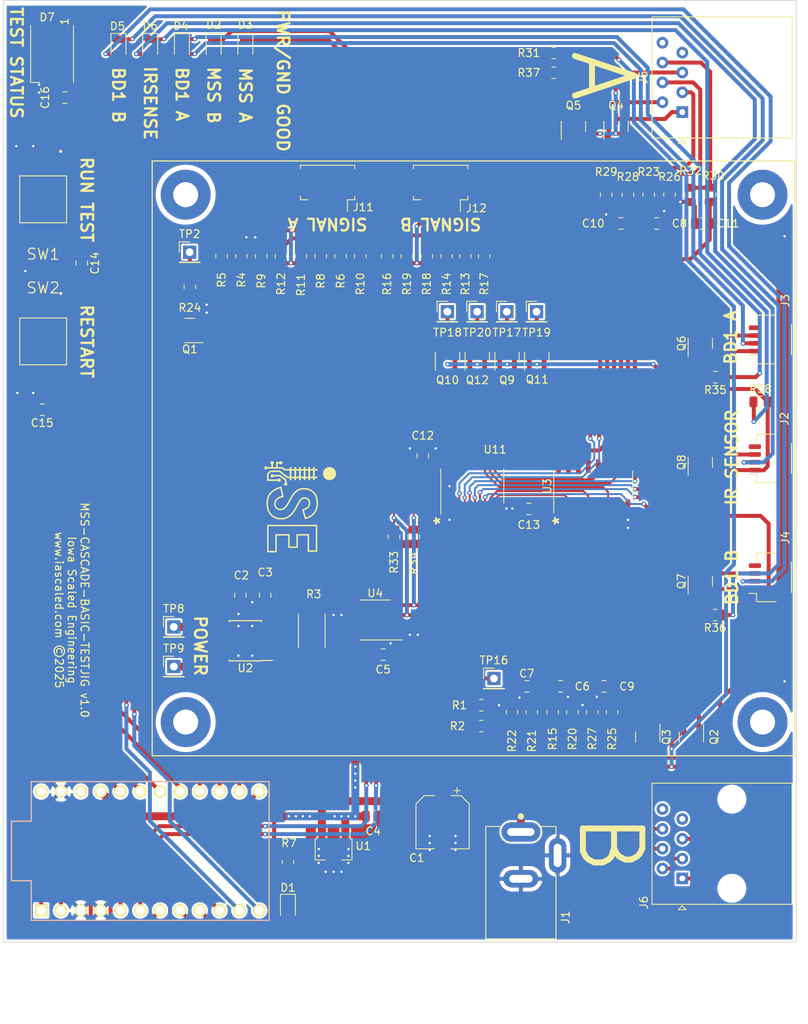
<source format=kicad_pcb>
(kicad_pcb (version 20211014) (generator pcbnew)
  (layers (0 "F.Cu" signal) (31 "B.Cu" signal) (34 "B.Paste" user) (35 "F.Paste" user) (36 "B.SilkS" user "B.Silkscreen") (37 "F.SilkS" user "F.Silkscreen") (38 "B.Mask" user) (39 "F.Mask" user) (44 "Edge.Cuts" user))
  (net 0 "")
  (net 1 "GND")
  (net 2 "+5V")
  (net 3 "Net-(C10-Pad1)")
  (net 4 "Net-(C7-Pad1)")
  (net 9 "Net-(C9-Pad1)")
  (net 10 "Net-(C11-Pad1)")
  (net 14 "Net-(C6-Pad1)")
  (net 15 "Net-(J5-Pad1)")
  (net 16 "Net-(J5-Pad2)")
  (net 17 "Net-(J5-Pad3)")
  (net 18 "Net-(J6-Pad1)")
  (net 19 "Net-(J11-Pad3)")
  (net 20 "Net-(J11-Pad1)")
  (net 21 "Net-(J11-Pad2)")
  (net 22 "Net-(J12-Pad3)")
  (net 23 "Net-(J12-Pad1)")
  (net 24 "/TEST_START")
  (net 25 "Net-(J12-Pad2)")
  (net 26 "/TEST_RESET")
  (net 27 "Net-(D1-Pad1)")
  (net 28 "Net-(D2-Pad1)")
  (net 29 "Net-(D3-Pad1)")
  (net 30 "Net-(D4-Pad1)")
  (net 31 "Net-(C1-Pad1)")
  (net 32 "Net-(D5-Pad1)")
  (net 33 "Net-(C2-Pad1)")
  (net 34 "Net-(D6-Pad1)")
  (net 35 "Net-(C8-Pad1)")
  (net 37 "Net-(D7-Pad4)")
  (net 38 "Net-(J2-Pad1)")
  (net 39 "Net-(J2-Pad3)")
  (net 40 "Net-(J3-Pad1)")
  (net 41 "Net-(J3-Pad3)")
  (net 42 "Net-(J4-Pad1)")
  (net 43 "Net-(J4-Pad3)")
  (net 44 "Net-(J5-Pad4)")
  (net 45 "Net-(J5-Pad5)")
  (net 46 "Net-(J5-Pad6)")
  (net 49 "Net-(J6-Pad2)")
  (net 50 "Net-(J6-Pad3)")
  (net 51 "Net-(J6-Pad4)")
  (net 52 "Net-(J6-Pad5)")
  (net 53 "Net-(J6-Pad6)")
  (net 56 "Net-(J11-Pad4)")
  (net 57 "Net-(J12-Pad4)")
  (net 58 "/TEST_MODE")
  (net 59 "Net-(Q1-Pad3)")
  (net 60 "/MSS_B_AA_IN")
  (net 61 "/MSS_B_A_IN")
  (net 62 "/MSS_A_AA_IN")
  (net 63 "/MSS_A_A_IN")
  (net 64 "/MSS_A_S_IN")
  (net 65 "/MSS_B_S_IN")
  (net 66 "/IRSENSE")
  (net 67 "Net-(D4-Pad2)")
  (net 68 "Net-(D5-Pad2)")
  (net 69 "Net-(D6-Pad2)")
  (net 70 "Net-(Q9-Pad1)")
  (net 71 "/SENSE_12V")
  (net 72 "Net-(Q9-Pad3)")
  (net 73 "/SENSE_LED_COMMON")
  (net 74 "/SENSE_A_Y")
  (net 75 "/SENSE_A_G")
  (net 76 "/SENSE_A_R")
  (net 77 "/SENSE_B_Y")
  (net 78 "/SENSE_B_G")
  (net 79 "/SENSE_B_R")
  (net 80 "Net-(Q10-Pad1)")
  (net 81 "/SDA")
  (net 82 "/SCL")
  (net 83 "Net-(TP8-Pad1)")
  (net 84 "Net-(TP9-Pad1)")
  (net 85 "/PW_IN_2")
  (net 86 "/PW_IN_1")
  (net 87 "/PW_IN_FAULT")
  (net 88 "/MSS_B_AA_OUT")
  (net 90 "/MSS_A_S_OUT")
  (net 91 "/MSS_A_A_OUT")
  (net 92 "/MSS_A_AA_OUT")
  (net 93 "/MSS_B_S_OUT")
  (net 94 "/MSS_B_A_OUT")
  (net 97 "Net-(Q10-Pad3)")
  (net 98 "Net-(Q11-Pad1)")
  (net 99 "Net-(Q11-Pad3)")
  (net 100 "Net-(Q12-Pad1)")
  (net 101 "Net-(Q12-Pad3)")
  (net 102 "Net-(R2-Pad2)")
  (net 103 "Net-(R24-Pad2)")
  (footprint "Resistor_SMD:R_0805_2012Metric" (layer "F.Cu") (at 78.359 105.791 -90)
    (fp_text reference "R17")
    (fp_text value "1k")
  )
  (footprint "LED_SMD:LED_WS2812B_PLCC4_5.0x5.0mm_P3.2mm" (layer "F.Cu") (at 22.987 79.883 -90)
    (fp_text reference "D7")
    (fp_text value "WS2812B")
  )
  (footprint "Resistor_SMD:R_0805_2012Metric" (layer "F.Cu") (at 49.784 105.791 90)
    (fp_text reference "R9")
    (fp_text value "1k")
  )
  (footprint "Resistor_SMD:R_0805_2012Metric" (layer "F.Cu") (at 52.324 105.791 -90)
    (fp_text reference "R12")
    (fp_text value "1k")
  )
  (footprint "Connector_Molex:Molex_PicoBlade_53261-0471_1x04-1MP_P1.25mm_Horizontal" (layer "F.Cu") (at 72.771 96.855 180)
    (fp_text reference "J12")
    (fp_text value "Molex 0532610471")
  )
  (footprint "Connector_PinHeader_2.54mm:PinHeader_1x01_P2.54mm_Vertical" (layer "F.Cu") (at 40.6165 105.283)
    (fp_text reference "TP2")
    (fp_text value "TestPoint")
  )
  (footprint "Resistor_SMD:R_0805_2012Metric" (layer "F.Cu") (at 89.662 164.211 90)
    (fp_text reference "R20")
    (fp_text value "100k")
  )
  (footprint "Resistor_SMD:R_0805_2012Metric" (layer "F.Cu") (at 62.484 105.791 -90)
    (fp_text reference "R10")
    (fp_text value "1k")
  )
  (footprint "Capacitor_SMD:CP_Elec_6.3x5.8" (layer "F.Cu") (at 73.025 178.308 -90)
    (fp_text reference "C1")
    (fp_text value "68uF")
  )
  (footprint "Connector_JST:JST_SH_SM04B-SRSS-TB_1x04-1MP_P1.00mm_Horizontal" (layer "F.Cu") (at 115.0385 131.699 90)
    (fp_text reference "J2")
    (fp_text value "SM04B-SRSS")
  )
  (footprint "Package_TO_SOT_SMD:SOT-23" (layer "F.Cu") (at 77.47 118.745 90)
    (fp_text reference "Q12")
    (fp_text value "ZXMS6004FF")
  )
  (footprint "Package_TO_SOT_SMD:SOT-23" (layer "F.Cu") (at 99.314 167.386 -90)
    (fp_text reference "Q3")
    (fp_text value "ZXMS6004FF")
  )
  (footprint "MountingHole:MountingHole_3.2mm_M3_Pad" (layer "F.Cu") (at 114.0225 165.481)
    (fp_text reference "H2" hide)
    (fp_text value "MountingHole")
  )
  (footprint "Resistor_SMD:R_0805_2012Metric" (layer "F.Cu") (at 92.202 164.211 90)
    (fp_text reference "R27")
    (fp_text value "100k")
  )
  (footprint "Resistor_SMD:R_0805_2012Metric" (layer "F.Cu") (at 70.993 105.791 -90)
    (fp_text reference "R18")
    (fp_text value "1k")
  )
  (footprint "Package_SO:TSSOP-24_4.4x7.8mm_P0.65mm" (layer "F.Cu") (at 76.835 135.255 90)
    (fp_text reference "U11")
    (fp_text value "PCA9555PW")
  )
  (footprint "Capacitor_SMD:C_0805_2012Metric" (layer "F.Cu") (at 83.82 160.909 180)
    (fp_text reference "C7")
    (fp_text value "0.1uF")
  )
  (footprint "Resistor_SMD:R_0805_2012Metric" (layer "F.Cu") (at 59.944 105.791 90)
    (fp_text reference "R6")
    (fp_text value "1k")
  )
  (footprint "Resistor_SMD:R_0805_2012Metric" (layer "F.Cu") (at 77.978 163.322 180)
    (fp_text reference "R1")
    (fp_text value "1k")
  )
  (footprint "Capacitor_SMD:C_0805_2012Metric" (layer "F.Cu") (at 47.117 149.225 -90)
    (fp_text reference "C2")
    (fp_text value "10uF")
  )
  (footprint "Resistor_SMD:R_0805_2012Metric" (layer "F.Cu") (at 93.98 97.917 -90)
    (fp_text reference "R29")
    (fp_text value "100k")
  )
  (footprint "LED_SMD:LED_0805_2012Metric" (layer "F.Cu") (at 35.56 78.9455 -90)
    (fp_text reference "D6")
    (fp_text value "GREEN LED")
  )
  (footprint "Resistor_SMD:R_0805_2012Metric" (layer "F.Cu") (at 104.775 97.9405 -90)
    (fp_text reference "R32")
    (fp_text value "100k")
  )
  (footprint "Resistor_SMD:R_0805_2012Metric" (layer "F.Cu") (at 99.441 97.917 -90)
    (fp_text reference "R23")
    (fp_text value "10k")
  )
  (footprint "Package_TO_SOT_SMD:SOT-23" (layer "F.Cu") (at 106.045 147.447 90)
    (fp_text reference "Q7")
    (fp_text value "ZXMS6004FF")
  )
  (footprint "MountingHole:MountingHole_3.2mm_M3_Pad" (layer "F.Cu") (at 114.0225 97.917)
    (fp_text reference "H3" hide)
    (fp_text value "MountingHole")
  )
  (footprint "Resistor_SMD:R_0805_2012Metric" (layer "F.Cu") (at 73.533 105.791 90)
    (fp_text reference "R14")
    (fp_text value "1k")
  )
  (footprint "Package_TO_SOT_SMD:SOT-23" (layer "F.Cu") (at 73.66 118.745 90)
    (fp_text reference "Q10")
    (fp_text value "ZXMS6004FF")
  )
  (footprint "Resistor_SMD:R_0805_2012Metric" (layer "F.Cu") (at 40.64 109.728 90)
    (fp_text reference "R24")
    (fp_text value "1k")
  )
  (footprint "Capacitor_SMD:C_0805_2012Metric" (layer "F.Cu") (at 64.135 177.546)
    (fp_text reference "C4")
    (fp_text value "10uF")
  )
  (footprint "Resistor_SMD:R_0805_2012Metric" (layer "F.Cu") (at 102.108 97.917 -90)
    (fp_text reference "R26")
    (fp_text value "100k")
  )
  (footprint "ISE_Generic:CUI_PJ-202A" (layer "F.Cu") (at 83.058 186.055 -90)
    (fp_text reference "J1")
    (fp_text value "PJ-202A")
  )
  (footprint "Connector_Molex:Molex_PicoBlade_53261-0471_1x04-1MP_P1.25mm_Horizontal" (layer "F.Cu") (at 58.293 96.855 180)
    (fp_text reference "J11")
    (fp_text value "Molex 0532610471")
  )
  (footprint "Capacitor_SMD:C_0805_2012Metric" (layer "F.Cu") (at 21.717 125.476 180)
    (fp_text reference "C15")
    (fp_text value "0.1uF")
  )
  (footprint "Capacitor_SMD:C_0805_2012Metric" (layer "F.Cu") (at 100.457 101.6)
    (fp_text reference "C8")
    (fp_text value "0.1uF")
  )
  (footprint "LED_SMD:LED_0805_2012Metric" (layer "F.Cu") (at 39.624 78.9455 -90)
    (fp_text reference "D4")
    (fp_text value "GREEN LED")
  )
  (footprint "Connector_PinHeader_2.54mm:PinHeader_1x01_P2.54mm_Vertical" (layer "F.Cu") (at 79.6055 159.893)
    (fp_text reference "TP16")
    (fp_text value "TestPoint")
  )
  (footprint "Package_SO:SO-16_3.9x9.9mm_P1.27mm" (layer "F.Cu") (at 92.329 135.255 90)
    (fp_text reference "U3")
    (fp_text value "74HC4049")
  )
  (footprint "Resistor_SMD:R_0805_2012Metric" (layer "F.Cu") (at 68.453 105.791 -90)
    (fp_text reference "R19")
    (fp_text value "1k")
  )
  (footprint "Capacitor_SMD:C_0805_2012Metric" (layer "F.Cu") (at 24.638 85.471 180)
    (fp_text reference "C16")
    (fp_text value "1uF")
  )
  (footprint "Package_TO_SOT_SMD:SOT-23" (layer "F.Cu") (at 104.902 167.386 -90)
    (fp_text reference "Q2")
    (fp_text value "ZXMS6004FF")
  )
  (footprint "Capacitor_SMD:C_0805_2012Metric" (layer "F.Cu") (at 65.405 156.845)
    (fp_text reference "C5")
    (fp_text value "0.1uF")
  )
  (footprint "Resistor_SMD:R_0805_2012Metric" (layer "F.Cu") (at 96.774 97.917 -90)
    (fp_text reference "R28")
    (fp_text value "10k")
  )
  (footprint "Package_TO_SOT_SMD:SOT-23" (layer "F.Cu") (at 89.789 89.154 90)
    (fp_text reference "Q5")
    (fp_text value "ZXMS6004FF")
  )
  (footprint "Resistor_SMD:R_0805_2012Metric" (layer "F.Cu") (at 75.946 105.791 90)
    (fp_text reference "R13")
    (fp_text value "1k")
  )
  (footprint "Resistor_SMD:R_0805_2012Metric" (layer "F.Cu") (at 47.244 105.791 -90)
    (fp_text reference "R4")
    (fp_text value "1k")
  )
  (footprint "Resistor_SMD:R_0805_2012Metric" (layer "F.Cu") (at 87.249 79.756 180)
    (fp_text reference "R31")
    (fp_text value "1k")
  )
  (footprint "Package_TO_SOT_SMD:SOT-23" (layer "F.Cu") (at 81.28 118.745 90)
    (fp_text reference "Q9")
    (fp_text value "ZXMS6004FF")
  )
  (footprint "Resistor_SMD:R_0805_2012Metric" (layer "F.Cu") (at 107.315 97.917 -90)
    (fp_text reference "R30")
    (fp_text value "10k")
  )
  (footprint "Connector_JST:JST_SH_SM04B-SRSS-TB_1x04-1MP_P1.00mm_Horizontal" (layer "F.Cu") (at 115.0385 116.459 90)
    (fp_text reference "J3")
    (fp_text value "SM04B-SRSS")
  )
  (footprint "ISE_Generic:ProMicro" (layer "F.Cu") (at 35.56 181.991)
    (fp_text reference "U5" hide)
    (fp_text value "ProMicro")
  )
  (footprint "LED_SMD:LED_0805_2012Metric" (layer "F.Cu") (at 47.752 78.9455 -90)
    (fp_text reference "D3")
    (fp_text value "GREEN LED")
  )
  (footprint "Resistor_SMD:R_0805_2012Metric" (layer "F.Cu") (at 84.455 164.211 90)
    (fp_text reference "R21")
    (fp_text value "10k")
  )
  (footprint "ISE_Generic:TE_FSM4JSMA" (layer "F.Cu") (at 21.844 116.713 -90)
    (fp_text reference "SW2")
    (fp_text value "FSM4JSMATR")
  )
  (footprint "Capacitor_SMD:C_0805_2012Metric" (layer "F.Cu") (at 88.138 160.909)
    (fp_text reference "C6")
    (fp_text value "0.1uF")
  )
  (footprint "Connector_PinHeader_2.54mm:PinHeader_1x01_P2.54mm_Vertical" (layer "F.Cu") (at 81.2565 112.903)
    (fp_text reference "TP17")
    (fp_text value "TestPoint")
  )
  (footprint "Connector_JST:JST_SH_SM04B-SRSS-TB_1x04-1MP_P1.00mm_Horizontal" (layer "F.Cu") (at 115.0385 146.939 90)
    (fp_text reference "J4")
    (fp_text value "SM04B-SRSS")
  )
  (footprint "LED_SMD:LED_0805_2012Metric" (layer "F.Cu") (at 43.688 78.9455 -90)
    (fp_text reference "D2")
    (fp_text value "GREEN LED")
  )
  (footprint "Package_TO_SOT_SMD:SOT-23" (layer "F.Cu") (at 85.09 118.745 90)
    (fp_text reference "Q11")
    (fp_text value "ZXMS6004FF")
  )
  (footprint "Resistor_SMD:R_0805_2012Metric" (layer "F.Cu") (at 53.213 183.388 90)
    (fp_text reference "R7")
    (fp_text value "1k")
  )
  (footprint "Connector_PinHeader_2.54mm:PinHeader_1x01_P2.54mm_Vertical" (layer "F.Cu") (at 73.6365 112.903)
    (fp_text reference "TP18")
    (fp_text value "TestPoint")
  )
  (footprint "Capacitor_SMD:C_0805_2012Metric" (layer "F.Cu") (at 93.726 160.909 180)
    (fp_text reference "C9")
    (fp_text value "0.1uF")
  )
  (footprint "Resistor_SMD:R_2512_6332Metric" (layer "F.Cu") (at 56.261 153.797 -90)
    (fp_text reference "R3")
    (fp_text value "0.07")
  )
  (footprint "Resistor_SMD:R_0805_2012Metric" (layer "F.Cu") (at 107.95 151.765 180)
    (fp_text reference "R36")
    (fp_text value "1k")
  )
  (footprint "Capacitor_SMD:C_0805_2012Metric" (layer "F.Cu") (at 84.074 138.176 180)
    (fp_text reference "C13")
    (fp_text value "0.1uF")
  )
  (footprint "Connector_RJ:RJ45_Amphenol_54602-x08_Horizontal" (layer "F.Cu") (at 103.739 87.3405 90)
    (fp_text reference "J5")
    (fp_text value "8P8C")
  )
  (footprint "MountingHole:MountingHole_3.2mm_M3_Pad" (layer "F.Cu") (at 40.1085 165.481)
    (fp_text reference "H1" hide)
    (fp_text value "MountingHole")
  )
  (footprint "LED_SMD:LED_0805_2012Metric" (layer "F.Cu") (at 31.496 78.9455 -90)
    (fp_text reference "D5")
    (fp_text value "GREEN LED")
  )
  (footprint "Resistor_SMD:R_0805_2012Metric" (layer "F.Cu") (at 57.404 105.791 90)
    (fp_text reference "R8")
    (fp_text value "1k")
  )
  (footprint "LED_SMD:LED_0805_2012Metric" (layer "F.Cu") (at 53.213 189.23 -90)
    (fp_text reference "D1")
    (fp_text value "GREEN LED")
  )
  (footprint "MountingHole:MountingHole_3.2mm_M3_Pad" (layer "F.Cu") (at 40.1085 97.917)
    (fp_text reference "H4" hide)
    (fp_text value "MountingHole")
  )
  (footprint "Resistor_SMD:R_0805_2012Metric" (layer "F.Cu") (at 44.704 105.791 90)
    (fp_text reference "R5")
    (fp_text value "1k")
  )
  (footprint "Resistor_SMD:R_0805_2012Metric" (layer "F.Cu") (at 113.7685 124.46)
    (fp_text reference "R38")
    (fp_text value "1k")
  )
  (footprint "Connector_RJ:RJ45_Amphenol_54602-x08_Horizontal" (layer "F.Cu") (at 103.739 185.5115 90)
    (fp_text reference "J6")
    (fp_text value "8P8C")
  )
  (footprint "Resistor_SMD:R_0805_2012Metric" (layer "F.Cu") (at 81.915 164.211 90)
    (fp_text reference "R22")
    (fp_text value "100k")
  )
  (footprint "Connector_PinHeader_2.54mm:PinHeader_1x01_P2.54mm_Vertical" (layer "F.Cu") (at 38.5845 153.289)
    (fp_text reference "TP8")
    (fp_text value "TestPoint")
  )
  (footprint "Connector_PinHeader_2.54mm:PinHeader_1x01_P2.54mm_Vertical" (layer "F.Cu") (at 38.5845 158.369)
    (fp_text reference "TP9")
    (fp_text value "TestPoint")
  )
  (footprint "Connector_PinHeader_2.54mm:PinHeader_1x01_P2.54mm_Vertical" (layer "F.Cu") (at 85.0665 112.903)
    (fp_text reference "TP19")
    (fp_text value "TestPoint")
  )
  (footprint "Capacitor_SMD:C_0805_2012Metric" (layer "F.Cu") (at 106.299 101.6 180)
    (fp_text reference "C11")
    (fp_text value "0.1uF")
  )
  (footprint "Package_SO:Texas_HSOP-8-1EP_3.9x4.9mm_P1.27mm" (layer "F.Cu") (at 47.752 155.067 180)
    (fp_text reference "U2")
    (fp_text value "DRV8872DDA")
  )
  (footprint "ISE_Generic:TE_FSM4JSMA" (layer "F.Cu") (at 21.844 98.511 -90)
    (fp_text reference "SW1")
    (fp_text value "FSM4JSMATR")
  )
  (footprint "Connector_PinHeader_2.54mm:PinHeader_1x01_P2.54mm_Vertical" (layer "F.Cu") (at 77.4465 112.903)
    (fp_text reference "TP20")
    (fp_text value "TestPoint")
  )
  (footprint "Resistor_SMD:R_0805_2012Metric" (layer "F.Cu") (at 54.864 105.791 -90)
    (fp_text reference "R11")
    (fp_text value "1k")
  )
  (footprint "Resistor_SMD:R_0805_2012Metric" (layer "F.Cu") (at 65.913 105.791 90)
    (fp_text reference "R16")
    (fp_text value "1k")
  )
  (footprint "Package_SO:SOIC-8_3.9x4.9mm_P1.27mm" (layer "F.Cu") (at 64.389 152.4 180)
    (fp_text reference "U4")
    (fp_text value "INA219AxD")
  )
  (footprint "Resistor_SMD:R_0805_2012Metric" (layer "F.Cu") (at 94.742 164.211 90)
    (fp_text reference "R25")
    (fp_text value "10k")
  )
  (footprint "Package_TO_SOT_SMD:SOT-23" (layer "F.Cu") (at 106.045 116.967 90)
    (fp_text reference "Q6")
    (fp_text value "ZXMS6004FF")
  )
  (footprint "Resistor_SMD:R_0805_2012Metric" (layer "F.Cu") (at 66.802 141.732 90)
    (fp_text reference "R33")
    (fp_text value "10k")
  )
  (footprint "Resistor_SMD:R_0805_2012Metric" (layer "F.Cu") (at 77.978 165.989 180)
    (fp_text reference "R2")
    (fp_text value "10k")
  )
  (footprint "Resistor_SMD:R_0805_2012Metric" (layer "F.Cu") (at 87.249 82.296 180)
    (fp_text reference "R37")
    (fp_text value "1k")
  )
  (footprint "Capacitor_SMD:C_0805_2012Metric" (layer "F.Cu") (at 26.797 106.68 -90)
    (fp_text reference "C14")
    (fp_text value "0.1uF")
  )
  (footprint "Package_TO_SOT_SMD:SOT-89-3" (layer "F.Cu") (at 59.055 181.483 -90)
    (fp_text reference "U1")
    (fp_text value "AP7381-50")
  )
  (footprint "Package_TO_SOT_SMD:SOT-23" (layer "F.Cu") (at 95.25 89.154 90)
    (fp_text reference "Q4")
    (fp_text value "ZXMS6004FF")
  )
  (footprint "Package_TO_SOT_SMD:SOT-23" (layer "F.Cu") (at 40.64 115.316 180)
    (fp_text reference "Q1")
    (fp_text value "ZXMS6004FF")
  )
  (footprint "Package_TO_SOT_SMD:SOT-23" (layer "F.Cu") (at 106.045 132.207 90)
    (fp_text reference "Q8")
    (fp_text value "ZXMS6004FF")
  )
  (footprint "Capacitor_SMD:C_0805_2012Metric" (layer "F.Cu") (at 70.485 131.379 90)
    (fp_text reference "C12")
    (fp_text value "0.1uF")
  )
  (footprint "Capacitor_SMD:C_0805_2012Metric" (layer "F.Cu") (at 95.885 101.6 180)
    (fp_text reference "C10")
    (fp_text value "0.1uF")
  )
  (footprint "Capacitor_SMD:C_0805_2012Metric" (layer "F.Cu") (at 50.292 149.225 -90)
    (fp_text reference "C3")
    (fp_text value "0.1uF")
  )
  (footprint "Resistor_SMD:R_0805_2012Metric" (layer "F.Cu") (at 107.9735 121.285 180)
    (fp_text reference "R35")
    (fp_text value "10k")
  )
  (footprint "Resistor_SMD:R_0805_2012Metric" (layer "F.Cu") (at 69.342 141.732 90)
    (fp_text reference "R34")
    (fp_text value "10k")
  )
  (footprint "Resistor_SMD:R_0805_2012Metric" (layer "F.Cu") (at 87.122 164.211 90)
    (fp_text reference "R15")
    (fp_text value "10k")
  )
  (gr_poly (pts (xy 57.049896 137.515162) (xy 57.048818 137.584943) (xy 57.046914 137.644571) (xy 57.044166 137.689167) (xy 57.024908 137.844802) (xy 56.99607 137.99488) (xy 56.978102 138.067778) (xy 56.957793 138.139218) (xy 56.93516 138.209178) (xy 56.910221 138.277633) (xy 56.882993 138.344562) (xy 56.853495 138.409942) (xy 56.821745 138.473749) (xy 56.78776 138.535962) (xy 56.751558 138.596556) (xy 56.713157 138.655509) (xy 56.672574 138.712799) (xy 56.629828 138.768402) (xy 56.584937 138.822296) (xy 56.537918 138.874457) (xy 56.488789 138.924863) (xy 56.437567 138.973492) (xy 56.384272 139.020319) (xy 56.32892 139.065322) (xy 56.271529 139.108479) (xy 56.212118 139.149766) (xy 56.150703 139.189161) (xy 56.087303 139.22664) (xy 56.021937 139.262182) (xy 55.95462 139.295762) (xy 55.885372 139.327359) (xy 55.81421 139.356949) (xy 55.666216 139.410017) (xy 55.63003 139.421384) (xy 55.589322 139.433355) (xy 55.546645 139.445277) (xy 55.504556 139.456495) (xy 55.465608 139.466358) (xy 55.432358 139.474211) (xy 55.407359 139.479402) (xy 55.398752 139.480795) (xy 55.393166 139.481278) (xy 55.391252 139.479507) (xy 55.388368 139.474024) (xy 55.379386 139.450895) (xy 55.346423 139.34881) (xy 55.289383 139.158619) (xy 55.203372 138.863917) (xy 55.133941 138.623741) (xy 55.077607 138.426825) (xy 55.040058 138.293409) (xy 55.030106 138.256839) (xy 55.026983 138.243734) (xy 55.029461 138.242535) (xy 55.03556 138.240096) (xy 55.056969 138.232092) (xy 55.087903 138.220913) (xy 55.125055 138.20775) (xy 55.208572 138.177136) (xy 55.286678 138.145831) (xy 55.35947 138.113754) (xy 55.427044 138.080827) (xy 55.489495 138.04697) (xy 55.546921 138.012103) (xy 55.573779 137.994266) (xy 55.599416 137.976147) (xy 55.623845 137.957735) (xy 55.647078 137.939022) (xy 55.669126 137.919996) (xy 55.690002 137.900648) (xy 55.709717 137.880968) (xy 55.728284 137.860946) (xy 55.745715 137.840572) (xy 55.762021 137.819837) (xy 55.777215 137.798729) (xy 55.791309 137.77724) (xy 55.804314 137.755359) (xy 55.816243 137.733076) (xy 55.827108 137.710382) (xy 55.836921 137.687267) (xy 55.845693 137.663719) (xy 55.853437 137.639731) (xy 55.860165 137.615291) (xy 55.865888 137.590389) (xy 55.869129 137.573734) (xy 55.871972 137.555901) (xy 55.874417 137.53707) (xy 55.876461 137.517419) (xy 55.879345 137.476374) (xy 55.880617 137.434197) (xy 55.880268 137.392317) (xy 55.87829 137.352165) (xy 55.876688 137.333184) (xy 55.874676 137.315172) (xy 55.872252 137.298306) (xy 55.869416 137.282767) (xy 55.858318 137.237274) (xy 55.844599 137.194451) (xy 55.828248 137.154291) (xy 55.809256 137.116785) (xy 55.798767 137.099025) (xy 55.787615 137.081925) (xy 55.775797 137.065484) (xy 55.763314 137.049702) (xy 55.750164 137.034577) (xy 55.736345 137.020109) (xy 55.721856 137.006295) (xy 55.706697 136.993136) (xy 55.690867 136.98063) (xy 55.674363 136.968777) (xy 55.657185 136.957574) (xy 55.639332 136.947022) (xy 55.601595 136.927863) (xy 55.561143 136.911292) (xy 55.517967 136.897301) (xy 55.472057 136.885881) (xy 55.423405 136.877024) (xy 55.371999 136.870722) (xy 55.350545 136.868906) (xy 55.330044 136.8677) (xy 55.310406 136.867121) (xy 55.291544 136.867184) (xy 55.273368 136.867904) (xy 55.25579 136.869296) (xy 55.238719 136.871377) (xy 55.222069 136.874162) (xy 55.205749 136.877666) (xy 55.189671 136.881905) (xy 55.173746 136.886895) (xy 55.157885 136.89265) (xy 55.142 136.899187) (xy 55.126 136.90652) (xy 55.109798 136.914666) (xy 55.093305 136.923639) (xy 55.07408 136.93501) (xy 55.054761 136.947697) (xy 55.035339 136.961711) (xy 55.015804 136.977063) (xy 54.996145 136.993763) (xy 54.976351 137.01182) (xy 54.956412 137.031246) (xy 54.936319 137.05205) (xy 54.91606 137.074244) (xy 54.895625 137.097837) (xy 54.875005 137.12284) (xy 54.854188 137.149263) (xy 54.833164 137.177116) (xy 54.811923 137.20641) (xy 54.790455 137.237155) (xy 54.768749 137.269361) (xy 54.739051 137.31486) (xy 54.710288 137.360565) (xy 54.680879 137.409198) (xy 54.649246 137.463477) (xy 54.572991 137.599859) (xy 54.468888 137.791472) (xy 54.398125 137.922541) (xy 54.336563 138.035154) (xy 54.282493 138.132289) (xy 54.234203 138.216923) (xy 54.18998 138.292031) (xy 54.148114 138.360591) (xy 54.106893 138.425579) (xy 54.064605 138.489972) (xy 53.97958 138.612062) (xy 53.893197 138.72599) (xy 53.805288 138.831863) (xy 53.715686 138.929787) (xy 53.624224 139.019869) (xy 53.530734 139.102214) (xy 53.435049 139.17693) (xy 53.337001 139.244123) (xy 53.236423 139.3039) (xy 53.133148 139.356366) (xy 53.027007 139.401628) (xy 52.917835 139.439794) (xy 52.805462 139.470968) (xy 52.689723 139.495258) (xy 52.570448 139.51277) (xy 52.447472 139.523611) (xy 52.371892 139.526635) (xy 52.293947 139.526764) (xy 52.21458 139.524083) (xy 52.134734 139.518672) (xy 52.055351 139.510616) (xy 51.977373 139.499997) (xy 51.901744 139.486897) (xy 51.829405 139.4714) (xy 51.698127 139.435301) (xy 51.572431 139.390374) (xy 51.452495 139.336819) (xy 51.338493 139.274837) (xy 51.230601 139.204627) (xy 51.128995 139.126392) (xy 51.033851 139.04033) (xy 50.945344 138.946643) (xy 50.86365 138.845531) (xy 50.788945 138.737195) (xy 50.721404 138.621835) (xy 50.661204 138.499652) (xy 50.608519 138.370846) (xy 50.563526 138.235617) (xy 50.5264 138.094166) (xy 50.497317 137.946695) (xy 50.481978 137.840441) (xy 50.470384 137.731136) (xy 50.462577 137.620228) (xy 50.458599 137.509162) (xy 50.45849 137.399386) (xy 50.462292 137.292347) (xy 50.470046 137.189492) (xy 50.475418 137.140085) (xy 50.481794 137.092267) (xy 50.501678 136.977498) (xy 50.526926 136.866035) (xy 50.557531 136.757891) (xy 50.593481 136.653081) (xy 50.634769 136.55162) (xy 50.681385 136.453522) (xy 50.733319 136.358801) (xy 50.790563 136.267473) (xy 50.853106 136.179551) (xy 50.920941 136.09505) (xy 50.994056 136.013984) (xy 51.072443 135.936369) (xy 51.156094 135.862217) (xy 51.244997 135.791545) (xy 51.339145 135.724366) (xy 51.438527 135.660695) (xy 51.479102 135.637115) (xy 51.52778 135.610567) (xy 51.582147 135.58225) (xy 51.639787 135.553362) (xy 51.698288 135.525103) (xy 51.755234 135.49867) (xy 51.808211 135.475264) (xy 51.854805 135.456083) (xy 51.926601 135.429042) (xy 52.007558 135.400885) (xy 52.092087 135.373273) (xy 52.174598 135.347869) (xy 52.226288 135.333008) (xy 52.226288 135.529227) (xy 52.222841 135.529461) (xy 52.218509 135.530158) (xy 52.213171 135.531333) (xy 52.206707 135.532999) (xy 52.198995 135.535172) (xy 52.179346 135.541095) (xy 52.153255 135.549217) (xy 52.09667 135.567559) (xy 52.040729 135.586846) (xy 51.985497 135.607046) (xy 51.931038 135.628129) (xy 51.877419 135.650064) (xy 51.824705 135.672819) (xy 51.77296 135.696364) (xy 51.722249 135.720667) (xy 51.672638 135.745698) (xy 51.624192 135.771426) (xy 51.576976 135.797819) (xy 51.531055 135.824847) (xy 51.486493 135.852478) (xy 51.443358 135.880682) (xy 51.401712 135.909428) (xy 51.361622 135.938684) (xy 51.284097 135.999922) (xy 51.211055 136.063796) (xy 51.142482 136.130328) (xy 51.078363 136.199541) (xy 51.018685 136.271458) (xy 50.963432 136.346101) (xy 50.912591 136.423493) (xy 50.866145 136.503657) (xy 50.824083 136.586616) (xy 50.786387 136.672393) (xy 50.753045 136.761009) (xy 50.724042 136.852488) (xy 50.699363 136.946853) (xy 50.678994 137.044127) (xy 50.66292 137.144331) (xy 50.651128 137.247489) (xy 50.647538 137.303231) (xy 50.645693 137.371028) (xy 50.645485 137.446993) (xy 50.646806 137.527242) (xy 50.64955 137.607888) (xy 50.653608 137.685044) (xy 50.658874 137.754825) (xy 50.665239 137.813345) (xy 50.677608 137.895979) (xy 50.692229 137.976403) (xy 50.709103 138.054623) (xy 50.728232 138.130646) (xy 50.749618 138.204478) (xy 50.773263 138.276126) (xy 50.79917 138.345594) (xy 50.82734 138.41289) (xy 50.857776 138.47802) (xy 50.890479 138.54099) (xy 50.925452 138.601806) (xy 50.962696 138.660474) (xy 51.002215 138.717001) (xy 51.044009 138.771393) (xy 51.088081 138.823655) (xy 51.134433 138.873795) (xy 51.180869 138.919771) (xy 51.228669 138.963262) (xy 51.277891 139.004298) (xy 51.328593 139.042907) (xy 51.380833 139.079119) (xy 51.434669 139.112961) (xy 51.490158 139.144464) (xy 51.547359 139.173656) (xy 51.60633 139.200565) (xy 51.667127 139.225222) (xy 51.72981 139.247654) (xy 51.794436 139.267892) (xy 51.861063 139.285963) (xy 51.929748 139.301896) (xy 52.000551 139.315721) (xy 52.073527 139.327467) (xy 52.094825 139.33004) (xy 52.120711 139.332205) (xy 52.183638 139.335338) (xy 52.257082 139.336918) (xy 52.335818 139.336992) (xy 52.414619 139.335611) (xy 52.488262 139.332825) (xy 52.551519 139.328682) (xy 52.599166 139.323233) (xy 52.637913 139.316506) (xy 52.679743 139.308174) (xy 52.723376 139.298553) (xy 52.76753 139.287956) (xy 52.810923 139.276697) (xy 52.852273 139.265092) (xy 52.8903 139.253453) (xy 52.923722 139.242095) (xy 52.952082 139.23124) (xy 52.981004 139.21935) (xy 53.010389 139.206483) (xy 53.040138 139.192695) (xy 53.070152 139.178042) (xy 53.100331 139.162583) (xy 53.160788 139.12947) (xy 53.220717 139.093811) (xy 53.279322 139.056059) (xy 53.30788 139.036541) (xy 53.33581 139.016671) (xy 53.363013 138.996505) (xy 53.389389 138.9761) (xy 53.406121 138.962312) (xy 53.424892 138.946027) (xy 53.467308 138.907231) (xy 53.514156 138.862234) (xy 53.562955 138.813558) (xy 53.611225 138.763724) (xy 53.656485 138.715254) (xy 53.696255 138.670671) (xy 53.728055 138.632495) (xy 53.795267 138.545035) (xy 53.858428 138.458145) (xy 53.920167 138.367568) (xy 53.983113 138.269046) (xy 54.049896 138.158319) (xy 54.123144 138.03113) (xy 54.205487 137.883221) (xy 54.299555 137.710334) (xy 54.394281 137.536393) (xy 54.475415 137.391301) (xy 54.511701 137.328315) (xy 54.545568 137.27103) (xy 54.577343 137.218944) (xy 54.607354 137.171554) (xy 54.635925 137.128355) (xy 54.663385 137.088845) (xy 54.690059 137.052521) (xy 54.716274 137.018878) (xy 54.742357 136.987414) (xy 54.768634 136.957626) (xy 54.795432 136.929009) (xy 54.823077 136.901061) (xy 54.850811 136.874304) (xy 54.877993 136.849559) (xy 54.904736 136.826768) (xy 54.931149 136.805877) (xy 54.957342 136.786831) (xy 54.983427 136.769572) (xy 55.009514 136.754045) (xy 55.035714 136.740195) (xy 55.062137 136.727965) (xy 55.088894 136.7173) (xy 55.116095 136.708144) (xy 55.143851 136.700441) (xy 55.172273 136.694135) (xy 55.201471 136.689171) (xy 55.231556 136.685493) (xy 55.262638 136.683045) (xy 55.311492 136.681355) (xy 55.360048 136.682328) (xy 55.408138 136.685897) (xy 55.455597 136.691997) (xy 55.502257 136.70056) (xy 55.547954 136.711521) (xy 55.59252 136.724813) (xy 55.635789 136.740371) (xy 55.677594 136.758129) (xy 55.71777 136.778019) (xy 55.756149 136.799977) (xy 55.792566 136.823935) (xy 55.826853 136.849829) (xy 55.858845 136.877591) (xy 55.888375 136.907155) (xy 55.902165 136.922593) (xy 55.915277 136.938456) (xy 55.948711 136.985038) (xy 55.978091 137.035318) (xy 56.003399 137.088844) (xy 56.024616 137.145162) (xy 56.041724 137.203819) (xy 56.054704 137.264365) (xy 56.063538 137.326344) (xy 56.068206 137.389306) (xy 56.068691 137.452796) (xy 56.064973 137.516364) (xy 56.057035 137.579555) (xy 56.044857 137.641917) (xy 56.028421 137.702997) (xy 56.007708 137.762344) (xy 55.9827 137.819503) (xy 55.953377 137.874023) (xy 55.943363 137.889866) (xy 55.931438 137.906845) (xy 55.91779 137.92477) (xy 55.90261 137.943454) (xy 55.886087 137.962708) (xy 55.868409 137.982345) (xy 55.849765 138.002176) (xy 55.830346 138.022013) (xy 55.810339 138.041668) (xy 55.789935 138.060953) (xy 55.769322 138.079681) (xy 55.748689 138.097662) (xy 55.728226 138.114708) (xy 55.708121 138.130633) (xy 55.688564 138.145246) (xy 55.669744 138.158362) (xy 55.634791 138.180432) (xy 55.595705 138.203429) (xy 55.553509 138.226823) (xy 55.50923 138.250084) (xy 55.463892 138.272684) (xy 55.418522 138.294093) (xy 55.374143 138.313782) (xy 55.331782 138.331222) (xy 55.320896 138.335558) (xy 55.310971 138.339582) (xy 55.301977 138.343312) (xy 55.293881 138.346767) (xy 55.286654 138.349965) (xy 55.280263 138.352926) (xy 55.277373 138.354324) (xy 55.274679 138.355668) (xy 55.27218 138.356963) (xy 55.26987 138.35821) (xy 55.267747 138.359411) (xy 55.265805 138.360569) (xy 55.264042 138.361687) (xy 55.262454 138.362766) (xy 55.261036 138.363808) (xy 55.259784 138.364817) (xy 55.258695 138.365794) (xy 55.257766 138.366743) (xy 55.256991 138.367664) (xy 55.256367 138.368561) (xy 55.255891 138.369435) (xy 55.255558 138.37029) (xy 55.255365 138.371127) (xy 55.255307 138.371948) (xy 55.255381 138.372757) (xy 55.255583 138.373556) (xy 55.382583 138.811) (xy 55.471218 139.115888) (xy 55.499561 139.211348) (xy 55.507916 139.238609) (xy 55.511699 139.249856) (xy 55.512548 139.251582) (xy 55.513561 139.253046) (xy 55.51482 139.254235) (xy 55.516407 139.255136) (xy 55.518403 139.255736) (xy 55.520889 139.25602) (xy 55.523949 139.255975) (xy 55.527663 139.255588) (xy 55.532112 139.254846) (xy 55.537379 139.253735) (xy 55.550692 139.250352) (xy 55.568255 139.245332) (xy 55.590722 139.238567) (xy 55.636137 139.223955) (xy 55.681322 139.208185) (xy 55.726214 139.191294) (xy 55.770749 139.173314) (xy 55.814861 139.15428) (xy 55.858488 139.134226) (xy 55.901565 139.113186) (xy 55.944029 139.091194) (xy 55.985814 139.068284) (xy 56.026857 139.044491) (xy 56.067094 139.019848) (xy 56.106461 138.994389) (xy 56.144893 138.96815) (xy 56.182327 138.941163) (xy 56.218699 138.913462) (xy 56.253944 138.885083) (xy 56.268642 138.872545) (xy 56.284313 138.858595) (xy 56.317907 138.827162) (xy 56.353386 138.79219) (xy 56.38941 138.755085) (xy 56.424641 138.717252) (xy 56.457739 138.680097) (xy 56.487364 138.645026) (xy 56.500456 138.628711) (xy 56.512177 138.613445) (xy 56.545111 138.567958) (xy 56.576445 138.521445) (xy 56.606186 138.473889) (xy 56.634338 138.425271) (xy 56.660906 138.375574) (xy 56.685897 138.32478) (xy 56.709314 138.272872) (xy 56.731164 138.219833) (xy 56.751451 138.165644) (xy 56.77018 138.110289) (xy 56.787357 138.053749) (xy 56.802987 137.996007) (xy 56.817075 137.937045) (xy 56.829626 137.876846) (xy 56.840645 137.815393) (xy 56.850138 137.752667) (xy 56.854817 137.70646) (xy 56.858726 137.644287) (xy 56.861759 137.571282) (xy 56.863808 137.492581) (xy 56.864766 137.413318) (xy 56.864525 137.338627) (xy 56.862977 137.273643) (xy 56.860016 137.2235) (xy 56.841258 137.062463) (xy 56.828636 136.985105) (xy 56.813863 136.909866) (xy 56.796946 136.836753) (xy 56.777894 136.765778) (xy 56.756713 136.696947) (xy 56.733413 136.630271) (xy 56.708 136.565758) (xy 56.680482 136.503418) (xy 56.650867 136.443258) (xy 56.619162 136.385288) (xy 56.585377 136.329517) (xy 56.549517 136.275954) (xy 56.511591 136.224607) (xy 56.471608 136.175486) (xy 56.429573 136.128599) (xy 56.385496 136.083956) (xy 56.339384 136.041565) (xy 56.291245 136.001435) (xy 56.241086 135.963576) (xy 56.188915 135.927995) (xy 56.13474 135.894703) (xy 56.078569 135.863707) (xy 56.02041 135.835018) (xy 55.960269 135.808643) (xy 55.898156 135.784591) (xy 55.834078 135.762872) (xy 55.768042 135.743495) (xy 55.700056 135.726468) (xy 55.630128 135.7118) (xy 55.558266 135.6995) (xy 55.504327 135.691984) (xy 55.45077 135.685839) (xy 55.39766 135.681061) (xy 55.345067 135.67765) (xy 55.293057 135.675604) (xy 55.241696 135.674919) (xy 55.191053 135.675595) (xy 55.141195 135.677628) (xy 55.092188 135.681018) (xy 55.044099 135.685761) (xy 54.996997 135.691857) (xy 54.950948 135.699302) (xy 54.906019 135.708095) (xy 54.862278 135.718234) (xy 54.819792 135.729716) (xy 54.778627 135.742539) (xy 54.737765 135.756857) (xy 54.696732 135.773045) (xy 54.655622 135.791037) (xy 54.614531 135.810769) (xy 54.57355 135.832175) (xy 54.532776 135.85519) (xy 54.492301 135.879749) (xy 54.45222 135.905787) (xy 54.412626 135.933239) (xy 54.373615 135.96204) (xy 54.33528 135.992125) (xy 54.297714 136.023428) (xy 54.261013 136.055884) (xy 54.225269 136.089429) (xy 54.190578 136.123997) (xy 54.157033 136.159523) (xy 54.083101 136.243594) (xy 54.012592 136.330576) (xy 53.943043 136.424238) (xy 53.871989 136.528352) (xy 53.796965 136.646687) (xy 53.715509 136.783013) (xy 53.625157 136.941102) (xy 53.523444 137.124722) (xy 53.409861 137.33048) (xy 53.363789 137.412506) (xy 53.323331 137.483321) (xy 53.287338 137.544941) (xy 53.25466 137.599385) (xy 53.224149 137.648669) (xy 53.194655 137.694811) (xy 53.154378 137.755022) (xy 53.114697 137.811636) (xy 53.075498 137.864761) (xy 53.036666 137.914504) (xy 52.998086 137.960972) (xy 52.959643 138.004275) (xy 52.921223 138.044517) (xy 52.882711 138.081809) (xy 52.843993 138.116255) (xy 52.804953 138.147965) (xy 52.765477 138.177046) (xy 52.72545 138.203605) (xy 52.684757 138.22775) (xy 52.643284 138.249587) (xy 52.600916 138.269226) (xy 52.557538 138.286772) (xy 52.52939 138.296536) (xy 52.500066 138.305188) (xy 52.469696 138.312724) (xy 52.43841 138.31914) (xy 52.406338 138.324431) (xy 52.373612 138.328593) (xy 52.34036 138.331623) (xy 52.306713 138.333515) (xy 52.272802 138.334267) (xy 52.238757 138.333874) (xy 52.204707 138.332331) (xy 52.170784 138.329635) (xy 52.137116 138.325781) (xy 52.103836 138.320766) (xy 52.071072 138.314585) (xy 52.038955 138.307234) (xy 51.973736 138.287941) (xy 51.911765 138.264281) (xy 51.853146 138.236387) (xy 51.797985 138.204388) (xy 51.746389 138.168416) (xy 51.698461 138.128603) (xy 51.654308 138.085079) (xy 51.614034 138.037976) (xy 51.577746 137.987425) (xy 51.545548 137.933558) (xy 51.517547 137.876505) (xy 51.493847 137.816399) (xy 51.474554 137.753369) (xy 51.459774 137.687548) (xy 51.449611 137.619066) (xy 51.444172 137.548056) (xy 51.443383 137.504383) (xy 51.444703 137.461225) (xy 51.448111 137.418606) (xy 51.453583 137.376553) (xy 51.461095 137.335093) (xy 51.470625 137.294251) (xy 51.482149 137.254054) (xy 51.495644 137.214527) (xy 51.511088 137.175696) (xy 51.528457 137.137588) (xy 51.547728 137.100229) (xy 51.568877 137.063645) (xy 51.591883 137.027862) (xy 51.616721 136.992906) (xy 51.643368 136.958803) (xy 51.671802 136.92558) (xy 51.701999 136.893261) (xy 51.733936 136.861875) (xy 51.76759 136.831445) (xy 51.802937 136.802) (xy 51.878622 136.746164) (xy 51.960804 136.694576) (xy 52.049299 136.647445) (xy 52.143922 136.604979) (xy 52.244487 136.567387) (xy 52.350811 136.534878) (xy 52.36864 136.530168) (xy 52.385361 136.52564) (xy 52.400594 136.521409) (xy 52.413958 136.517592) (xy 52.425073 136.514304) (xy 52.433559 136.511661) (xy 52.439035 136.509779) (xy 52.440526 136.509159) (xy 52.441121 136.508773) (xy 52.34402 136.0439) (xy 52.235805 135.539339) (xy 52.234486 135.534497) (xy 52.233649 135.532633) (xy 52.232531 135.531159) (xy 52.231012 135.530091) (xy 52.228972 135.529442) (xy 52.226288 135.529227) (xy 52.226288 135.333008) (xy 52.249503 135.326334) (xy 52.311212 135.310331) (xy 52.335371 135.304923) (xy 52.354135 135.301521) (xy 52.366805 135.300333) (xy 52.370637 135.300634) (xy 52.372683 135.301567) (xy 52.421444 135.515802) (xy 52.521467 135.97987) (xy 52.619242 136.443277) (xy 52.661256 136.655528) (xy 52.658843 136.656438) (xy 52.652932 136.658042) (xy 52.632239 136.662936) (xy 52.602419 136.669419) (xy 52.566711 136.676695) (xy 52.48846 136.693325) (xy 52.41328 136.712241) (xy 52.341218 136.733412) (xy 52.272318 136.756808) (xy 52.206626 136.7824) (xy 52.144188 136.810156) (xy 52.085048 136.840048) (xy 52.029254 136.872045) (xy 52.002625 136.888824) (xy 51.976849 136.906118) (xy 51.951932 136.923923) (xy 51.92788 136.942236) (xy 51.904698 136.961052) (xy 51.882391 136.980369) (xy 51.860967 137.000182) (xy 51.84043 137.020488) (xy 51.820785 137.041282) (xy 51.80204 137.062562) (xy 51.784198 137.084323) (xy 51.767267 137.106561) (xy 51.751251 137.129274) (xy 51.736157 137.152456) (xy 51.72199 137.176105) (xy 51.708756 137.200217) (xy 51.693426 137.231008) (xy 51.679717 137.261994) (xy 51.667629 137.293176) (xy 51.657162 137.324549) (xy 51.648314 137.356113) (xy 51.641088 137.387864) (xy 51.635482 137.419802) (xy 51.631497 137.451924) (xy 51.629132 137.484227) (xy 51.628388 137.516711) (xy 51.629264 137.549372) (xy 51.631761 137.582209) (xy 51.635879 137.61522) (xy 51.641617 137.648402) (xy 51.648976 137.681753) (xy 51.657955 137.715273) (xy 51.674398 137.764662) (xy 51.694284 137.811442) (xy 51.7175 137.855532) (xy 51.743934 137.896854) (xy 51.773472 137.935327) (xy 51.806002 137.970872) (xy 51.841411 138.00341) (xy 51.879588 138.032861) (xy 51.920418 138.059144) (xy 51.96379 138.082182) (xy 52.009591 138.101894) (xy 52.057708 138.1182) (xy 52.108028 138.131021) (xy 52.160439 138.140277) (xy 52.214828 138.14589) (xy 52.271083 138.147778) (xy 52.302158 138.147178) (xy 52.332461 138.145362) (xy 52.36206 138.142304) (xy 52.391027 138.137977) (xy 52.419432 138.132357) (xy 52.447345 138.125417) (xy 52.474836 138.117131) (xy 52.501976 138.107473) (xy 52.528835 138.096418) (xy 52.555482 138.08394) (xy 52.58199 138.070013) (xy 52.608427 138.054611) (xy 52.634864 138.037709) (xy 52.661371 138.01928) (xy 52.688019 137.999299) (xy 52.714878 137.977739) (xy 52.748768 137.948675) (xy 52.781875 137.918037) (xy 52.81454 137.885323) (xy 52.847103 137.850033) (xy 52.879906 137.811668) (xy 52.91329 137.769727) (xy 52.947596 137.723709) (xy 52.983165 137.673115) (xy 53.059456 137.556197) (xy 53.144891 137.41497) (xy 53.2422 137.245433) (xy 53.35411 137.043584) (xy 53.444267 136.880414) (xy 53.523576 136.739941) (xy 53.59422 136.618667) (xy 53.658381 136.513094) (xy 53.718243 136.419725) (xy 53.775989 136.335063) (xy 53.8338 136.255609) (xy 53.893861 136.177867) (xy 53.927933 136.13669) (xy 53.967602 136.091602) (xy 54.011125 136.044381) (xy 54.056756 135.996804) (xy 54.10275 135.950649) (xy 54.147364 135.907694) (xy 54.188853 135.869717) (xy 54.20788 135.85315) (xy 54.225471 135.838495) (xy 54.283977 135.793265) (xy 54.343375 135.751229) (xy 54.403713 135.712372) (xy 54.465041 135.67668) (xy 54.527406 135.644138) (xy 54.590857 135.614732) (xy 54.655443 135.588447) (xy 54.721213 135.565268) (xy 54.788214 135.545182) (xy 54.856496 135.528174) (xy 54.926107 135.51423) (xy 54.997096 135.503334) (xy 55.069511 135.495472) (xy 55.143401 135.490631) (xy 55.218814 135.488795) (xy 55.295799 135.48995) (xy 55.381294 135.494267) (xy 55.464747 135.501133) (xy 55.546166 135.510552) (xy 55.625559 135.522527) (xy 55.702934 135.537061) (xy 55.7783 135.554157) (xy 55.851666 135.573819) (xy 55.923038 135.596048) (xy 55.992427 135.620849) (xy 56.059839 135.648225) (xy 56.125283 135.678178) (xy 56.188768 135.710712) (xy 56.250302 135.74583) (xy 56.309892 135.783534) (xy 56.367548 135.823829) (xy 56.423277 135.866717) (xy 56.437144 135.878284) (xy 56.452158 135.891418) (xy 56.484859 135.921585) (xy 56.519842 135.955605) (xy 56.555569 135.991865) (xy 56.590502 136.028754) (xy 56.623104 136.064659) (xy 56.651836 136.097967) (xy 56.66427 136.113144) (xy 56.67516 136.127067) (xy 56.712969 136.179911) (xy 56.748863 136.234702) (xy 56.782831 136.2914) (xy 56.81486 136.349968) (xy 56.844938 136.410367) (xy 56.873052 136.472559) (xy 56.89919 136.536506) (xy 56.923339 136.60217) (xy 56.945488 136.669513) (xy 56.965623 136.738496) (xy 56.983733 136.80908) (xy 56.999804 136.881229) (xy 57.013825 136.954902) (xy 57.025783 137.030064) (xy 57.035666 137.106674) (xy 57.04346 137.184695) (xy 57.046269 137.232069) (xy 57.048333 137.293681) (xy 57.049637 137.364653) (xy 57.050163 137.440106)) (layer "F.SilkS") (width 0) (fill solid))
  (gr_poly (pts (xy 59.371264 133.666795) (xy 59.369917 133.709393) (xy 59.367759 133.74908) (xy 59.36484 133.783079) (xy 59.363111 133.797077) (xy 59.36121 133.808611) (xy 59.354829 133.839359) (xy 59.347331 133.869681) (xy 59.338725 133.899564) (xy 59.329019 133.928997) (xy 59.318222 133.957967) (xy 59.306342 133.986461) (xy 59.293387 134.014468) (xy 59.279366 134.041974) (xy 59.264286 134.068968) (xy 59.248156 134.095436) (xy 59.230984 134.121368) (xy 59.212779 134.146749) (xy 59.193548 134.171568) (xy 59.173301 134.195813) (xy 59.152045 134.21947) (xy 59.129788 134.242528) (xy 59.109308 134.262363) (xy 59.088352 134.281387) (xy 59.066922 134.299599) (xy 59.045022 134.316997) (xy 59.022655 134.333581) (xy 58.999824 134.349349) (xy 58.976532 134.364301) (xy 58.952782 134.378436) (xy 58.928577 134.391752) (xy 58.903921 134.404248) (xy 58.878816 134.415923) (xy 58.853265 134.426777) (xy 58.827273 134.436809) (xy 58.800841 134.446016) (xy 58.773973 134.454399) (xy 58.746672 134.461956) (xy 58.71927 134.468447) (xy 58.690869 134.473901) (xy 58.661613 134.478321) (xy 58.631644 134.481711) (xy 58.601104 134.484077) (xy 58.570137 134.485421) (xy 58.538884 134.485748) (xy 58.507488 134.485063) (xy 58.476093 134.483368) (xy 58.44484 134.48067) (xy 58.413872 134.47697) (xy 58.383332 134.472274) (xy 58.353363 134.466587) (xy 58.324107 134.459911) (xy 58.295707 134.452251) (xy 58.268305 134.443611) (xy 58.244364 134.435117) (xy 58.220943 134.426028) (xy 58.198016 134.416326) (xy 58.175557 134.405996) (xy 58.153541 134.395022) (xy 58.131941 134.383386) (xy 58.110732 134.371071) (xy 58.089888 134.358063) (xy 58.069382 134.344343) (xy 58.04919 134.329896) (xy 58.029285 134.314704) (xy 58.009642 134.298752) (xy 57.990234 134.282023) (xy 57.971036 134.2645) (xy 57.952022 134.246166) (xy 57.933166 134.227006) (xy 57.90722 134.199009) (xy 57.882825 134.170311) (xy 57.859978 134.140906) (xy 57.838677 134.110788) (xy 57.818917 134.07995) (xy 57.800697 134.048387) (xy 57.784012 134.016093) (xy 57.76886 133.98306) (xy 57.755237 133.949283) (xy 57.743141 133.914756) (xy 57.732569 133.879473) (xy 57.723517 133.843426) (xy 57.715982 133.806611) (xy 57.709961 133.76902) (xy 57.705451 133.730649) (xy 57.702449 133.691489) (xy 57.701121 133.647764) (xy 57.702145 133.604221) (xy 57.70549 133.560942) (xy 57.711126 133.518011) (xy 57.719023 133.475509) (xy 57.729152 133.43352) (xy 57.741482 133.392127) (xy 57.755983 133.351411) (xy 57.772626 133.311457) (xy 57.791381 133.272345) (xy 57.812217 133.23416) (xy 57.835105 133.196983) (xy 57.860014 133.160898) (xy 57.886915 133.125987) (xy 57.915777 133.092332) (xy 57.946572 133.060017) (xy 57.977217 133.030625) (xy 58.008809 133.003048) (xy 58.041319 132.977295) (xy 58.074718 132.953379) (xy 58.108977 132.931311) (xy 58.144067 132.911102) (xy 58.179958 132.892764) (xy 58.216623 132.876308) (xy 58.254032 132.861745) (xy 58.292156 132.849088) (xy 58.330966 132.838346) (xy 58.370434 132.829532) (xy 58.41053 132.822657) (xy 58.451226 132.817732) (xy 58.492492 132.814768) (xy 58.5343 132.813778) (xy 58.570773 132.814534) (xy 58.606882 132.816786) (xy 58.642592 132.820505) (xy 58.677869 132.825666) (xy 58.712679 132.832243) (xy 58.746987 132.840209) (xy 58.78076 132.849537) (xy 58.813964 132.860202) (xy 58.846564 132.872175) (xy 58.878526 132.885432) (xy 58.909817 132.899945) (xy 58.940401 132.915688) (xy 58.970246 132.932635) (xy 58.999317 132.950759) (xy 59.027579 132.970033) (xy 59.054999 132.990432) (xy 59.081543 133.011928) (xy 59.107176 133.034495) (xy 59.131864 133.058107) (xy 59.155574 133.082737) (xy 59.178271 133.108358) (xy 59.19992 133.134945) (xy 59.220489 133.162471) (xy 59.239943 133.190909) (xy 59.258247 133.220232) (xy 59.275368 133.250415) (xy 59.291271 133.28143) (xy 59.305923 133.313252) (xy 59.319289 133.345854) (xy 59.331336 133.379209) (xy 59.342028 133.41329) (xy 59.351332 133.448073) (xy 59.356646 133.470672) (xy 59.361563 133.492346) (xy 59.363666 133.50205) (xy 59.365421 133.51058) (xy 59.366747 133.517622) (xy 59.36756 133.522861) (xy 59.368884 133.534892) (xy 59.36995 133.54932) (xy 59.371331 133.58398) (xy 59.371752 133.624065)) (layer "F.SilkS") (width 0) (fill solid))
  (gr_poly (pts (xy 55.724777 143.658167) (xy 55.724777 141.583833) (xy 54.475944 141.583833) (xy 54.475944 143.164278) (xy 53.241222 143.164278) (xy 53.241222 141.583833) (xy 51.780722 141.583833) (xy 51.780722 143.742834) (xy 50.546 143.742834) (xy 50.546 140.208) (xy 50.729444 140.208) (xy 50.729444 140.391444) (xy 50.729444 143.559389) (xy 51.597277 143.559389) (xy 51.597277 141.400388) (xy 53.424666 141.400388) (xy 53.424666 142.980833) (xy 54.292499 142.980833) (xy 54.292499 141.400388) (xy 55.915277 141.400388) (xy 55.915277 143.474722) (xy 56.78311 143.474722) (xy 56.78311 140.391444) (xy 50.729444 140.391444) (xy 50.729444 140.208) (xy 56.966555 140.208) (xy 56.966555 143.658167)) (layer "F.SilkS") (width 0) (fill solid))
  (gr_rect (start 35.814 93.599) (end 118.11 169.799) (layer "F.SilkS") (width 0.15) (fill none))
  (gr_poly (pts (xy 53.131904 135.000772) (xy 53.130135 135.015639) (xy 53.127466 135.030422) (xy 53.123923 135.045009) (xy 53.119538 135.059291) (xy 53.114338 135.073156) (xy 53.108352 135.086494) (xy 53.10161 135.099194) (xy 53.094141 135.111146) (xy 53.085972 135.122239) (xy 53.081635 135.127428) (xy 53.077134 135.132362) (xy 53.072473 135.137026) (xy 53.067655 135.141406) (xy 53.05711 135.150156) (xy 53.046264 135.158156) (xy 53.035147 135.165411) (xy 53.023788 135.171925) (xy 53.012218 135.177705) (xy 53.000467 135.182757) (xy 52.988564 135.187085) (xy 52.976539 135.190695) (xy 52.964423 135.193594) (xy 52.952244 135.195786) (xy 52.940033 135.197277) (xy 52.927819 135.198072) (xy 52.915633 135.198178) (xy 52.903504 135.197599) (xy 52.891462 135.196341) (xy 52.879537 135.194411) (xy 52.867758 135.191812) (xy 52.856157 135.188552) (xy 52.844761 135.184635) (xy 52.833602 135.180067) (xy 52.82271 135.174853) (xy 52.812113 135.169) (xy 52.801842 135.162512) (xy 52.791926 135.155396) (xy 52.782397 135.147656) (xy 52.773282 135.139299) (xy 52.764613 135.130329) (xy 52.756419 135.120753) (xy 52.748729 135.110576) (xy 52.741575 135.099804) (xy 52.734985 135.088441) (xy 52.728989 135.076495) (xy 52.724772 135.06656) (xy 52.721117 135.056119) (xy 52.718025 135.045244) (xy 52.715495 135.034007) (xy 52.713527 135.022481) (xy 52.712121 135.010737) (xy 52.711278 134.998849) (xy 52.710997 134.986889) (xy 52.711278 134.974929) (xy 52.712121 134.963041) (xy 52.713527 134.951297) (xy 52.715495 134.939771) (xy 52.718025 134.928534) (xy 52.721117 134.917659) (xy 52.724772 134.907218) (xy 52.728989 134.897284) (xy 52.732435 134.890649) (xy 52.736616 134.883528) (xy 52.741424 134.876048) (xy 52.746749 134.868334) (xy 52.752483 134.860512) (xy 52.758518 134.852709) (xy 52.764746 134.845051) (xy 52.771057 134.837664) (xy 52.777344 134.830674) (xy 52.783497 134.824206) (xy 52.789408 134.818388) (xy 52.794969 134.813344) (xy 52.800071 134.809202) (xy 52.802416 134.807509) (xy 52.804605 134.806088) (xy 52.806626 134.804955) (xy 52.808464 134.804126) (xy 52.810106 134.803618) (xy 52.811538 134.803445) (xy 52.812191 134.802721) (xy 52.812824 134.800596) (xy 52.814019 134.792431) (xy 52.815098 134.77952) (xy 52.816036 134.762434) (xy 52.816809 134.741743) (xy 52.817392 134.718017) (xy 52.817888 134.663745) (xy 52.817888 134.524045) (xy 52.49545 134.268634) (xy 52.172305 134.013223) (xy 51.380672 134.013223) (xy 51.370794 134.031567) (xy 51.367342 134.037378) (xy 51.36312 134.043395) (xy 51.358201 134.049558) (xy 51.352659 134.055809) (xy 51.346567 134.06209) (xy 51.339999 134.06834) (xy 51.333028 134.074501) (xy 51.325727 134.080515) (xy 51.318169 134.086322) (xy 51.310429 134.091863) (xy 51.302579 134.09708) (xy 51.294693 134.101913) (xy 51.286845 134.106304) (xy 51.279107 134.110194) (xy 51.271552 134.113523) (xy 51.264256 134.116234) (xy 51.254128 134.119145) (xy 51.243395 134.121534) (xy 51.232161 134.123405) (xy 51.220533 134.124766) (xy 51.208615 134.125623) (xy 51.196514 134.125982) (xy 51.184333 134.125849) (xy 51.17218 134.12523) (xy 51.160159 134.124131) (xy 51.148376 134.122559) (xy 51.136936 134.12052) (xy 51.125944 134.11802) (xy 51.115507 134.115065) (xy 51.105728 134.111661) (xy 51.096715 134.107816) (xy 51.088572 134.103534) (xy 51.075616 134.095365) (xy 51.063474 134.086734) (xy 51.052148 134.077642) (xy 51.041642 134.068091) (xy 51.031958 134.05808) (xy 51.0231 134.047612) (xy 51.015071 134.036686) (xy 51.007874 134.025305) (xy 51.001512 134.013469) (xy 50.995988 134.00118) (xy 50.991306 133.988438) (xy 50.987468 133.975244) (xy 50.984477 133.961599) (xy 50.982337 133.947505) (xy 50.981051 133.932963) (xy 50.980622 133.917972) (xy 50.980884 133.906688) (xy 50.981665 133.895597) (xy 50.982953 133.884709) (xy 50.984738 133.874036) (xy 50.987007 133.86359) (xy 50.989751 133.85338) (xy 50.992958 133.843417) (xy 50.996618 133.833714) (xy 51.000719 133.82428) (xy 51.00525 133.815127) (xy 51.0102 133.806266) (xy 51.015559 133.797707) (xy 51.021315 133.789462) (xy 51.027458 133.781542) (xy 51.033976 133.773957) (xy 51.040859 133.766719) (xy 51.048095 133.759839) (xy 51.055673 133.753327) (xy 51.063583 133.747194) (xy 51.071814 133.741453) (xy 51.080354 133.736113) (xy 51.089192 133.731185) (xy 51.098318 133.726681) (xy 51.107721 133.722611) (xy 51.11739 133.718987) (xy 51.127313 133.715819) (xy 51.137479 133.713118) (xy 51.147879 133.710896) (xy 51.1585 133.709163) (xy 51.169331 133.707931) (xy 51.180363 133.70721) (xy 51.191583 133.707011) (xy 51.203838 133.707285) (xy 51.21574 133.708108) (xy 51.227299 133.709486) (xy 51.238525 133.711421) (xy 51.249428 133.713919) (xy 51.260019 133.716983) (xy 51.270309 133.720618) (xy 51.280307 133.724827) (xy 51.290023 133.729615) (xy 51.29947 133.734986) (xy 51.308655 133.740944) (xy 51.317591 133.747493) (xy 51.326286 133.754637) (xy 51.334753 133.762381) (xy 51.343 133.770729) (xy 51.351038 133.779684) (xy 51.382083 133.815667) (xy 52.2478 133.815667) (xy 52.634444 134.121173) (xy 53.021794 134.425972) (xy 53.0225 134.612945) (xy 53.023205 134.799917) (xy 53.050722 134.818967) (xy 53.057011 134.823552) (xy 53.063168 134.828558) (xy 53.069177 134.833961) (xy 53.075019 134.839737) (xy 53.080681 134.845859) (xy 53.086143 134.852304) (xy 53.091391 134.859047) (xy 53.096407 134.866063) (xy 53.101175 134.873326) (xy 53.105678 134.880813) (xy 53.1099 134.888498) (xy 53.113825 134.896357) (xy 53.117435 134.904365) (xy 53.120715 134.912497) (xy 53.123647 134.920728) (xy 53.126216 134.929034) (xy 53.127934 134.935784) (xy 53.129388 134.942666) (xy 53.131513 134.956767) (xy 53.132622 134.971225) (xy 53.132743 134.98593)) (layer "F.SilkS") (width 0) (fill solid))
  (gr_poly (pts (xy 56.641999 133.265334) (xy 56.641999 134.034389) (xy 56.994777 134.034389) (xy 56.994777 134.231945) (xy 56.641999 134.231945) (xy 56.641999 134.485945) (xy 56.423277 134.485945) (xy 56.423277 134.231945) (xy 56.049333 134.231945) (xy 56.049333 134.485945) (xy 55.823555 134.485945) (xy 55.823555 134.231945) (xy 55.449611 134.231945) (xy 55.449611 134.485945) (xy 55.230888 134.485945) (xy 55.230888 134.231945) (xy 54.856944 134.231945) (xy 54.856944 134.485945) (xy 54.631166 134.485945) (xy 54.631166 134.231945) (xy 54.257222 134.231945) (xy 54.257222 134.485945) (xy 54.031444 134.485945) (xy 54.031444 134.231945) (xy 53.664555 134.231945) (xy 53.664555 134.485945) (xy 53.431721 134.485945) (xy 53.431721 134.231945) (xy 53.102933 134.231945) (xy 52.608339 133.840361) (xy 52.113039 133.448778) (xy 51.001083 133.448778) (xy 50.864911 133.58495) (xy 50.729444 133.720417) (xy 50.729444 134.387167) (xy 51.31435 134.387167) (xy 51.504617 134.387139) (xy 51.58195 134.387074) (xy 51.648507 134.386946) (xy 51.678 134.386853) (xy 51.705105 134.386736) (xy 51.729925 134.386594) (xy 51.752562 134.386423) (xy 51.773117 134.386221) (xy 51.791694 134.385985) (xy 51.808394 134.385714) (xy 51.82332 134.385403) (xy 51.836573 134.385051) (xy 51.848257 134.384655) (xy 51.858472 134.384213) (xy 51.863062 134.383974) (xy 51.867322 134.383722) (xy 51.871267 134.383457) (xy 51.874908 134.383179) (xy 51.87826 134.382887) (xy 51.881333 134.382581) (xy 51.884142 134.382262) (xy 51.886699 134.381927) (xy 51.889017 134.381578) (xy 51.891108 134.381214) (xy 51.892986 134.380834) (xy 51.894663 134.380438) (xy 51.896151 134.380026) (xy 51.897464 134.379598) (xy 51.898615 134.379153) (xy 51.899616 134.378691) (xy 51.900479 134.378211) (xy 51.901219 134.377714) (xy 51.901847 134.377198) (xy 51.902376 134.376664) (xy 51.902819 134.376111) (xy 51.90319 134.37554) (xy 51.903499 134.374949) (xy 51.903761 134.374338) (xy 51.904194 134.373056) (xy 51.905086 134.370726) (xy 51.906298 134.368244) (xy 51.909619 134.362869) (xy 51.914034 134.357032) (xy 51.919419 134.350831) (xy 51.925651 134.344365) (xy 51.932608 134.337734) (xy 51.940166 134.331037) (xy 51.948203 134.324373) (xy 51.956596 134.317841) (xy 51.965221 134.31154) (xy 51.973955 134.305571) (xy 51.982676 134.300031) (xy 51.991261 134.29502) (xy 51.999586 134.290638) (xy 52.007529 134.286984) (xy 52.014966 134.284156) (xy 52.025116 134.281129) (xy 52.035679 134.278657) (xy 52.046587 134.276736) (xy 52.057773 134.275358) (xy 52.06917 134.274518) (xy 52.080711 134.274209) (xy 52.092328 134.274425) (xy 52.103954 134.27516) (xy 52.115523 134.276407) (xy 52.126966 134.278161) (xy 52.138217 134.280415) (xy 52.149209 134.283164) (xy 52.159874 134.2864) (xy 52.170146 134.290117) (xy 52.179956 134.29431) (xy 52.189238 134.298972) (xy 52.197322 134.303501) (xy 52.204928 134.308113) (xy 52.212088 134.312843) (xy 52.218839 134.317725) (xy 52.225213 134.322793) (xy 52.231245 134.328081) (xy 52.23697 134.333623) (xy 52.24242 134.339454) (xy 52.247631 134.345607) (xy 52.252635 134.352116) (xy 52.257469 134.359017) (xy 52.262165 134.366342) (xy 52.266757 134.374126) (xy 52.27128 134.382403) (xy 52.275768 134.391207) (xy 52.280255 134.400572) (xy 52.285231 134.4119) (xy 52.287301 134.417061) (xy 52.289108 134.422004) (xy 52.290662 134.426814) (xy 52.291976 134.431578) (xy 52.29306 134.436384) (xy 52.293925 134.441318) (xy 52.294585 134.446467) (xy 52.295049 134.451918) (xy 52.295328 134.457758) (xy 52.295436 134.464073) (xy 52.295382 134.47095) (xy 52.295178 134.478476) (xy 52.294367 134.495822) (xy 52.293569 134.507879) (xy 52.292484 134.519216) (xy 52.291089 134.529892) (xy 52.289362 134.539964) (xy 52.287278 134.54949) (xy 52.284817 134.558529) (xy 52.281954 134.567137) (xy 52.278668 134.575374) (xy 52.274935 134.583296) (xy 52.270733 134.590962) (xy 52.266039 134.59843) (xy 52.26083 134.605757) (xy 52.255084 134.613001) (xy 52.248778 134.620221) (xy 52.241889 134.627473) (xy 52.234394 134.634817) (xy 52.225902 134.642683) (xy 52.217584 134.649893) (xy 52.209383 134.656465) (xy 52.201244 134.662422) (xy 52.193109 134.667783) (xy 52.184921 134.67257) (xy 52.176624 134.676802) (xy 52.16816 134.680502) (xy 52.159473 134.683688) (xy 52.150506 134.686383) (xy 52.141202 134.688607) (xy 52.131504 134.690379) (xy 52.121356 134.691722) (xy 52.1107 134.692656) (xy 52.09948 134.693201) (xy 52.087639 134.693378) (xy 52.074126 134.693228) (xy 52.061099 134.69251) (xy 52.048545 134.691217) (xy 52.036453 134.689343) (xy 52.024811 134.686882) (xy 52.013609 134.683828) (xy 52.002834 134.680175) (xy 51.992476 134.675915) (xy 51.982524 134.671044) (xy 51.977696 134.668378) (xy 51.972965 134.665555) (xy 51.968329 134.662577) (xy 51.963788 134.659442) (xy 51.954983 134.652698) (xy 51.946537 134.645318) (xy 51.938439 134.637295) (xy 51.930679 134.628622) (xy 51.923244 134.619295) (xy 51.897138 134.585428) (xy 51.214867 134.585428) (xy 50.531889 134.584722) (xy 50.531889 133.63575) (xy 50.723799 133.443839) (xy 50.916416 133.251223) (xy 52.189238 133.251223) (xy 52.684538 133.642806) (xy 53.179133 134.034389) (xy 53.431721 134.034389) (xy 53.431721 133.265334) (xy 53.109283 133.265334) (xy 52.786139 133.264628) (xy 52.627389 133.138334) (xy 52.468639 133.012039) (xy 51.523194 133.011334) (xy 50.57775 133.011334) (xy 50.54741 133.046611) (xy 50.538938 133.056156) (xy 50.530429 133.064957) (xy 50.521848 133.073033) (xy 50.513158 133.080401) (xy 50.504324 133.087078) (xy 50.495309 133.093083) (xy 50.486076 133.098432) (xy 50.476591 133.103144) (xy 50.466816 133.107236) (xy 50.456715 133.110725) (xy 50.446253 133.113629) (xy 50.435393 133.115965) (xy 50.424099 133.117752) (xy 50.412334 133.119007) (xy 50.400063 133.119747) (xy 50.38725 133.119989) (xy 50.370711 133.120068) (xy 50.363415 133.119944) (xy 50.356668 133.119692) (xy 50.350392 133.119294) (xy 50.344511 133.118737) (xy 50.338948 133.118003) (xy 50.333627 133.117079) (xy 50.328472 133.115948) (xy 50.323405 133.114594) (xy 50.318351 133.113003) (xy 50.313233 133.111159) (xy 50.307974 133.109046) (xy 50.302498 133.106648) (xy 50.296729 133.103951) (xy 50.290589 133.100939) (xy 50.276857 133.093615) (xy 50.263974 133.085668) (xy 50.251946 133.077105) (xy 50.240781 133.067932) (xy 50.230484 133.058156) (xy 50.221061 133.047783) (xy 50.212519 133.036818) (xy 50.204864 133.025268) (xy 50.198101 133.01314) (xy 50.192238 133.000439) (xy 50.18728 132.987172) (xy 50.183234 132.973344) (xy 50.180105 132.958962) (xy 50.177901 132.944033) (xy 50.176627 132.928562) (xy 50.176289 132.912556) (xy 50.176522 132.899968) (xy 50.177231 132.88785) (xy 50.178428 132.87618) (xy 50.180125 132.864931) (xy 50.182335 132.854079) (xy 50.18507 132.843599) (xy 50.188342 132.833466) (xy 50.192164 132.823656) (xy 50.196548 132.814143) (xy 50.201507 132.804904) (xy 50.207053 132.795912) (xy 50.213198 132.787143) (xy 50.219955 132.778573) (xy 50.227337 132.770177) (xy 50.235355 132.761929) (xy 50.244022 132.753806) (xy 50.25261 132.746437) (xy 50.2612 132.73967) (xy 50.269828 132.733494) (xy 50.278528 132.727899) (xy 50.287335 132.722874) (xy 50.296285 132.71841) (xy 50.305413 132.714495) (xy 50.314754 132.71112) (xy 50.324342 132.708274) (xy 50.334214 132.705947) (xy 50.344405 132.704128) (xy 50.354948 132.702808) (xy 50.365881 132.701975) (xy 50.377237 132.70162) (xy 50.389052 132.701732) (xy 50.401361 132.7023) (xy 50.41325 132.703358) (xy 50.424837 132.704942) (xy 50.436118 132.707049) (xy 50.447089 132.709676) (xy 50.457747 132.712819) (xy 50.468085 132.716476) (xy 50.478102 132.720644) (xy 50.487791 132.725319) (xy 50.49715 132.730499) (xy 50.506174 132.736179) (xy 50.51486 132.742358) (xy 50.523201 132.749032) (xy 50.531196 132.756198) (xy 50.538839 132.763853) (xy 50.546127 132.771994) (xy 50.553055 132.780617) (xy 50.57775 132.813778) (xy 51.089278 132.813778) (xy 51.089278 132.450417) (xy 51.053294 132.419373) (xy 51.042671 132.409668) (xy 51.032889 132.399497) (xy 51.023944 132.388898) (xy 51.015829 132.377909) (xy 51.00854 132.366568) (xy 51.002071 132.354913) (xy 50.996416 132.342982) (xy 50.991569 132.330814) (xy 50.987525 132.318447) (xy 50.984279 132.305918) (xy 50.981825 132.293266) (xy 50.980157 132.280528) (xy 50.97927 132.267744) (xy 50.979159 132.254951) (xy 50.979817 132.242187) (xy 50.981239 132.22949) (xy 50.98342 132.216899) (xy 50.986354 132.204451) (xy 50.990035 132.192185) (xy 50.994459 132.180138) (xy 50.999618 132.16835) (xy 51.005509 132.156857) (xy 51.012125 132.145699) (xy 51.01946 132.134912) (xy 51.02751 132.124537) (xy 51.036268 132.114609) (xy 51.04573 132.105168) (xy 51.055889 132.096252) (xy 51.06674 132.087898) (xy 51.078277 132.080145) (xy 51.090495 132.073032) (xy 51.103388 132.066595) (xy 51.110987 132.063256) (xy 51.118694 132.06025) (xy 51.126499 132.057574) (xy 51.134389 132.055226) (xy 51.142353 132.053204) (xy 51.150381 132.051504) (xy 51.15846 132.050126) (xy 51.16658 132.049066) (xy 51.182894 132.047893) (xy 51.199234 132.047967) (xy 51.215507 132.049268) (xy 51.231623 132.051778) (xy 51.247491 132.055479) (xy 51.26302 132.060352) (xy 51.278119 132.066379) (xy 51.292698 132.07354) (xy 51.299763 132.077541) (xy 51.306664 132.081818) (xy 51.313389 132.086369) (xy 51.319928 132.091193) (xy 51.326268 132.096286) (xy 51.332398 132.101647) (xy 51.338306 132.107273) (xy 51.343983 132.113162) (xy 51.351353 132.121521) (xy 51.358127 132.129699) (xy 51.364323 132.137748) (xy 51.369956 132.145716) (xy 51.375044 132.153656) (xy 51.379603 132.161617) (xy 51.383649 132.169651) (xy 51.387198 132.177808) (xy 51.390269 132.186138) (xy 51.392876 132.194693) (xy 51.395037 132.203523) (xy 51.396767 132.212678) (xy 51.398085 132.222209) (xy 51.399005 132.232168) (xy 51.399546 132.242603) (xy 51.399722 132.253567) (xy 51.399536 132.266807) (xy 51.398958 132.279316) (xy 51.397964 132.291157) (xy 51.396525 132.302394) (xy 51.394615 132.313089) (xy 51.392206 132.323305) (xy 51.389273 132.333107) (xy 51.385787 132.342555) (xy 51.381723 132.351715) (xy 51.377053 132.360648) (xy 51.371751 132.369417) (xy 51.365789 132.378087) (xy 51.359141 132.386719) (xy 51.35178 132.395377) (xy 51.343679 132.404124) (xy 51.334811 132.413023) (xy 51.293889 132.453945) (xy 51.293889 132.813778) (xy 51.696055 132.813778) (xy 51.696055 132.157612) (xy 52.101749 132.157612) (xy 52.132794 132.121628) (xy 52.143132 132.110302) (xy 52.154016 132.09988) (xy 52.165412 132.090371) (xy 52.177288 132.081786) (xy 52.189611 132.074136) (xy 52.202346 132.06743) (xy 52.215463 132.061679) (xy 52.228926 132.056893) (xy 52.242704 132.053084) (xy 52.256762 132.05026) (xy 52.271069 132.048432) (xy 52.285591 132.047611) (xy 52.300295 132.047807) (xy 52.315147 132.04903) (xy 52.330115 132.051291) (xy 52.345166 132.0546) (xy 52.363343 132.05996) (xy 52.38055 132.06649) (xy 52.388781 132.070182) (xy 52.396758 132.074153) (xy 52.404479 132.078397) (xy 52.41194 132.082911) (xy 52.419138 132.087689) (xy 52.426068 132.092727) (xy 52.432728 132.098021) (xy 52.439114 132.103565) (xy 52.445222 132.109355) (xy 52.45105 132.115386) (xy 52.456592 132.121654) (xy 52.461847 132.128155) (xy 52.466811 132.134882) (xy 52.471479 132.141832) (xy 52.475849 132.149001) (xy 52.479918 132.156382) (xy 52.48368 132.163973) (xy 52.487134 132.171767) (xy 52.490276 132.179762) (xy 52.493101 132.18795) (xy 52.495608 132.196329) (xy 52.497791 132.204894) (xy 52.501175 132.222561) (xy 52.503226 132.240915) (xy 52.503916 132.259917) (xy 52.503722 132.267815) (xy 52.503275 132.275629) (xy 52.502575 132.283357) (xy 52.501627 132.290995) (xy 52.500433 132.298537) (xy 52.498994 132.305979) (xy 52.497314 132.313319) (xy 52.495394 132.320551) (xy 52.493238 132.327671) (xy 52.490848 132.334676) (xy 52.488226 132.34156) (xy 52.485375 132.348321) (xy 52.482296 132.354953) (xy 52.478994 132.361454) (xy 52.475469 132.367817) (xy 52.471725 132.374041) (xy 52.467764 132.380119) (xy 52.463588 132.386049) (xy 52.459201 132.391826) (xy 52.454603 132.397445) (xy 52.449798 132.402904) (xy 52.444789 132.408197) (xy 52.439577 132.41332) (xy 52.434165 132.41827) (xy 52.428556 132.423042) (xy 52.422752 132.427633) (xy 52.416756 132.432037) (xy 52.410569 132.436251) (xy 52.404195 132.440271) (xy 52.397636 132.444092) (xy 52.390894 132.447711) (xy 52.383972 132.451123) (xy 52.375544 132.454744) (xy 52.366454 132.457934) (xy 52.356786 132.460693) (xy 52.346621 132.463018) (xy 52.336044 132.464909) (xy 52.325135 132.466365) (xy 52.313979 132.467385) (xy 52.302657 132.467968) (xy 52.291252 132.468112) (xy 52.279847 132.467818) (xy 52.268525 132.467083) (xy 52.257369 132.465906) (xy 52.24646 132.464288) (xy 52.235882 132.462225) (xy 52.225718 132.459719) (xy 52.216049 132.456767) (xy 52.209188 132.454127) (xy 52.201905 132.450764) (xy 52.194308 132.446765) (xy 52.186504 132.442215) (xy 52.178601 132.437202) (xy 52.170707 132.431814) (xy 52.162928 132.426135) (xy 52.155372 132.420255) (xy 52.148147 132.414258) (xy 52.14136 132.408233) (xy 52.135119 132.402265) (xy 52.129531 132.396442) (xy 52.124704 132.390851) (xy 52.120745 132.385578) (xy 52.119124 132.383088) (xy 52.117761 132.38071) (xy 52.116669 132.378455) (xy 52.115861 132.376334) (xy 52.115011 132.373966) (xy 52.11396 132.371879) (xy 52.112573 132.370054) (xy 52.110712 132.368473) (xy 52.108245 132.367121) (xy 52.105034 132.365978) (xy 52.100944 132.365027) (xy 52.095841 132.364251) (xy 52.089588 132.363632) (xy 52.082051 132.363153) (xy 52.06258 132.362542) (xy 52.036347 132.362279) (xy 52.002266 132.362223) (xy 51.89361 132.362223) (xy 51.89361 132.813778) (xy 52.544133 132.813778) (xy 52.703588 132.940778) (xy 52.86375 133.067778) (xy 53.431721 133.067778) (xy 53.431721 132.813778) (xy 53.664555 132.813778) (xy 53.664555 133.067778) (xy 53.664555 133.265334) (xy 53.664555 134.034389) (xy 54.031444 134.034389) (xy 54.031444 133.265334) (xy 53.664555 133.265334) (xy 53.664555 133.067778) (xy 54.031444 133.067778) (xy 54.031444 132.813778) (xy 54.257222 132.813778) (xy 54.257222 133.067778) (xy 54.257222 133.265334) (xy 54.257222 134.034389) (xy 54.631166 134.034389) (xy 54.631166 133.265334) (xy 54.257222 133.265334) (xy 54.257222 133.067778) (xy 54.631166 133.067778) (xy 54.631166 132.813778) (xy 54.856944 132.813778) (xy 54.856944 133.067778) (xy 54.856944 133.265334) (xy 54.856944 134.034389) (xy 55.230888 134.034389) (xy 55.230888 133.265334) (xy 54.856944 133.265334) (xy 54.856944 133.067778) (xy 55.230888 133.067778) (xy 55.230888 132.813778) (xy 55.449611 132.813778) (xy 55.449611 133.067778) (xy 55.449611 133.265334) (xy 55.449611 134.034389) (xy 55.823555 134.034389) (xy 55.823555 133.265334) (xy 55.449611 133.265334) (xy 55.449611 133.067778) (xy 55.823555 133.067778) (xy 55.823555 132.813778) (xy 56.049333 132.813778) (xy 56.049333 133.067778) (xy 56.049333 133.265334) (xy 56.049333 134.034389) (xy 56.423277 134.034389) (xy 56.423277 133.265334) (xy 56.049333 133.265334) (xy 56.049333 133.067778) (xy 56.423277 133.067778) (xy 56.423277 132.813778) (xy 56.641999 132.813778) (xy 56.641999 133.067778) (xy 56.994777 133.067778) (xy 56.994777 133.265334)) (layer "F.SilkS") (width 0) (fill solid))
  (gr_rect (start 16.7405 73.025) (end 118.3405 193.675) (layer "Edge.Cuts") (width 0.1) (fill none))
  (gr_text "A" (at 93.472 82.677 270) (layer "F.SilkS") (effects (font (size 7.62 7.62) (thickness 0.762))))
  (gr_text "SIGNAL A" (at 58.293 101.681 180) (layer "F.SilkS") (effects (font (size 1.5 1.5) (thickness 0.3))))
  (gr_text "BD1 B" (at 31.496 85.1685 270) (layer "F.SilkS") (effects (font (size 1.5 1.5) (thickness 0.3))))
  (gr_text "*" (at 88.011 139.7 90) (layer "F.SilkS") (effects (font (size 1.524 1.524) (thickness 0.254))))
  (gr_text "POWER" (at 41.9935 155.702 270) (layer "F.SilkS") (effects (font (size 1.5 1.5) (thickness 0.3))))
  (gr_text "MSS A" (at 47.752 85.1685 270) (layer "F.SilkS") (effects (font (size 1.5 1.5) (thickness 0.3))))
  (gr_text "IR SENSOR" (at 110.0855 131.572 90) (layer "F.SilkS") (effects (font (size 1.5 1.5) (thickness 0.3))))
  (gr_text "RUN TEST" (at 27.432 98.552 270) (layer "F.SilkS") (effects (font (size 1.5 1.5) (thickness 0.3))))
  (gr_text "B" (at 94.488 181.102 270) (layer "F.SilkS") (effects (font (size 7.62 7.62) (thickness 0.762))))
  (gr_text "BD1 A" (at 109.9585 116.205 90) (layer "F.SilkS") (effects (font (size 1.5 1.5) (thickness 0.3))))
  (gr_text "BD1 A" (at 39.624 85.0415 270) (layer "F.SilkS") (effects (font (size 1.5 1.5) (thickness 0.3))))
  (gr_text "*" (at 72.771 139.7 90) (layer "F.SilkS") (effects (font (size 1.524 1.524) (thickness 0.254))))
  (gr_text "MSS-CASCADE-BASIC-TESTJIG v1.0\nIowa Scaled Engineering\nwww.iascaled.com ©2025" (at 25.527 151.13 270) (layer "F.SilkS") (effects (font (size 1.016 1.016) (thickness 0.1524))))
  (gr_text "IRSENSE" (at 35.56 86.1845 270) (layer "F.SilkS") (effects (font (size 1.5 1.5) (thickness 0.3))))
  (gr_text "MSS B" (at 43.688 85.1685 270) (layer "F.SilkS") (effects (font (size 1.5 1.5) (thickness 0.3))))
  (gr_text "PWR/GND GOOD" (at 52.578 83.312 270) (layer "F.SilkS") (effects (font (size 1.5 1.5) (thickness 0.3))))
  (gr_text "TEST STATUS" (at 18.415 81.026 270) (layer "F.SilkS") (effects (font (size 1.5 1.5) (thickness 0.3))))
  (gr_text "RESTART" (at 27.432 116.713 270) (layer "F.SilkS") (effects (font (size 1.5 1.5) (thickness 0.3))))
  (gr_text "BD1 B" (at 110.0855 146.939 90) (layer "F.SilkS") (effects (font (size 1.5 1.5) (thickness 0.3))))
  (gr_text "SIGNAL B" (at 72.771 101.681 180) (layer "F.SilkS") (effects (font (size 1.5 1.5) (thickness 0.3))))
  (segment (start 45.052 155.702) (end 47.117 155.702) (width 0.508) (layer "F.Cu") (net 1))
  (segment (start 65.085 177.546) (end 65.085 181.295) (width 1.016) (layer "F.Cu") (net 1))
  (segment (start 65.085 181.295) (end 64.643 181.737) (width 1.016) (layer "F.Cu") (net 1))
  (segment (start 82.87 162.3435) (end 81.915 163.2985) (width 0.508) (layer "F.Cu") (net 1))
  (segment (start 75.21 133.959) (end 73.914 135.255) (width 0.254) (layer "F.Cu") (net 1))
  (segment (start 64.643 181.737) (end 60.96 181.737) (width 1.016) (layer "F.Cu") (net 1))
  (segment (start 23.688 85.471) (end 21.463 85.471) (width 1.016) (layer "F.Cu") (net 1))
  (segment (start 21.337 83.819) (end 21.337 82.333) (width 1.016) (layer "F.Cu") (net 1))
  (segment (start 73.914 139.573) (end 73.914 138.1215) (width 0.254) (layer "F.Cu") (net 1))
  (segment (start 80.264 163.322) (end 81.8915 163.322) (width 0.508) (layer "F.Cu") (net 1))
  (segment (start 101.407 100.015) (end 101.407 99.5305) (width 0.508) (layer "F.Cu") (net 1))
  (segment (start 93.98 98.8295) (end 93.98 100.457) (width 0.508) (layer "F.Cu") (net 1))
  (segment (start 66.864 153.035) (end 66.864 154.305) (width 0.508) (layer "F.Cu") (net 1))
  (segment (start 21.337 86.486) (end 21.337 85.345) (width 1.016) (layer "F.Cu") (net 1))
  (segment (start 101.407 99.5305) (end 102.108 98.8295) (width 0.508) (layer "F.Cu") (net 1))
  (segment (start 92.776 162.7245) (end 92.202 163.2985) (width 0.508) (layer "F.Cu") (net 1))
  (segment (start 47.244 104.8785) (end 47.244 104.013) (width 0.508) (layer "F.Cu") (net 1))
  (segment (start 49.022 103.378) (end 47.879 103.378) (width 0.508) (layer "F.Cu") (net 1))
  (segment (start 75.21 132.3925) (end 75.21 133.959) (width 0.254) (layer "F.Cu") (net 1))
  (segment (start 66.355 156.718) (end 66.355 155.387) (width 1.016) (layer "F.Cu") (net 1))
  (segment (start 92.776 162.24) (end 92.776 162.7245) (width 0.508) (layer "F.Cu") (net 1))
  (segment (start 66.864 154.305) (end 68.834 154.305) (width 1.016) (layer "F.Cu") (net 1))
  (segment (start 73.914 138.1215) (end 73.91 138.1175) (width 0.254) (layer "F.Cu") (net 1))
  (segment (start 56.9995 182.4755) (end 57.15 182.626) (width 0.508) (layer "F.Cu") (net 1))
  (segment (start 47.752 156.21) (end 48.514 156.972) (width 0.508) (layer "F.Cu") (net 1))
  (segment (start 19.558 107.696) (end 26.731 107.696) (width 0.508) (layer "F.Cu") (net 1))
  (segment (start 46.863 150.429) (end 47.117 150.175) (width 1.016) (layer "F.Cu") (net 1))
  (segment (start 46.863 153.162) (end 46.863 151.638) (width 1.016) (layer "F.Cu") (net 1))
  (segment (start 92.776 160.909) (end 92.776 162.24) (width 0.508) (layer "F.Cu") (net 1))
  (segment (start 26.731 107.696) (end 26.797 107.63) (width 0.508) (layer "F.Cu") (net 1))
  (segment (start 42.799 113.03) (end 42.799 112.014) (width 0.508) (layer "F.Cu") (net 1))
  (segment (start 20.574 91.694) (end 20.574 87.249) (width 1.016) (layer "F.Cu") (net 1))
  (segment (start 60.071 151.765) (end 59.055 151.765) (width 1.016) (layer "F.Cu") (net 1))
  (segment (start 81.8915 163.322) (end 81.915 163.2985) (width 0.508) (layer "F.Cu") (net 1))
  (segment (start 48.641 150.114) (end 50.292 150.175) (width 1.016) (layer "F.Cu") (net 1))
  (segment (start 89.088 162.245) (end 89.088 162.7245) (width 0.508) (layer "F.Cu") (net 1))
  (segment (start 92.202 163.2985) (end 90.9555 163.2985) (width 0.508) (layer "F.Cu") (net 1))
  (segment (start 47.117 150.175) (end 48.641 150.114) (width 1.016) (layer "F.Cu") (net 1))
  (segment (start 21.337 84.835) (end 21.337 83.819) (width 1.016) (layer "F.Cu") (net 1))
  (segment (start 20.767 125.476) (end 20.767 123.51) (width 0.508) (layer "F.Cu") (net 1))
  (segment (start 20.574 87.249) (end 21.337 86.486) (width 1.016) (layer "F.Cu") (net 1))
  (segment (start 80.41 138.1175) (end 83.0655 138.1175) (width 0.508) (layer "F.Cu") (net 1))
  (segment (start 46.863 151.638) (end 46.863 150.429) (width 1.016) (layer "F.Cu") (net 1))
  (segment (start 48.514 156.972) (end 48.641 156.972) (width 0.508) (layer "F.Cu") (net 1))
  (segment (start 42.352 114.366) (end 42.799 113.919) (width 0.508) (layer "F.Cu") (net 1))
  (segment (start 94.935 101.412) (end 93.98 100.457) (width 0.508) (layer "F.Cu") (net 1))
  (segment (start 96.774 137.83) (end 96.774 139.573) (width 0.508) (layer "F.Cu") (net 1))
  (segment (start 104.7515 98.8295) (end 104.775 98.853) (width 0.508) (layer "F.Cu") (net 1))
  (segment (start 66.355 154.814) (end 66.864 154.305) (width 1.016) (layer "F.Cu") (net 1))
  (segment (start 105.349 101.6) (end 105.349 99.427) (width 0.508) (layer "F.Cu") (net 1))
  (segment (start 68.834 130.429) (end 72.136 130.429) (width 1.016) (layer "F.Cu") (net 1))
  (segment (start 105.349 99.427) (end 104.775 98.853) (width 0.508) (layer "F.Cu") (net 1))
  (segment (start 47.117 155.702) (end 47.752 155.067) (width 0.508) (layer "F.Cu") (net 1))
  (segment (start 21.463 85.471) (end 21.337 85.345) (width 1.016) (layer "F.Cu") (net 1))
  (segment (start 78.8905 163.322) (end 80.264 163.322) (width 0.508) (layer "F.Cu") (net 1))
  (segment (start 73.914 135.255) (end 73.91 135.259) (width 0.254) (layer "F.Cu") (net 1))
  (segment (start 74.56 138.1175) (end 73.91 138.1175) (width 0.254) (layer "F.Cu") (net 1))
  (segment (start 61.914 151.765) (end 60.071 151.765) (width 1.016) (layer "F.Cu") (net 1))
  (segment (start 48.641 156.972) (end 50.452 156.972) (width 0.508) (layer "F.Cu") (net 1))
  (segment (start 83.0655 138.1175) (end 83.124 138.176) (width 0.254) (layer "F.Cu") (net 1))
  (segment (start 90.9555 163.2985) (end 89.662 163.2985) (width 0.508) (layer "F.Cu") (net 1))
  (segment (start 20.767 123.51) (end 20.574 123.317) (width 0.508) (layer "F.Cu") (net 1))
  (segment (start 73.91 135.259) (end 73.91 138.1175) (width 0.254) (layer "F.Cu") (net 1))
  (segment (start 66.355 155.387) (end 66.355 154.814) (width 1.016) (layer "F.Cu") (net 1))
  (segment (start 94.935 101.6) (end 94.935 101.412) (width 0.508) (layer "F.Cu") (net 1))
  (segment (start 68.834 154.305) (end 69.85 154.305) (width 1.016) (layer "F.Cu") (net 1))
  (segment (start 42.799 113.919) (end 42.799 113.03) (width 0.508) (layer "F.Cu") (net 1))
  (segment (start 96.774 139.573) (end 96.774 140.589) (width 0.508) (layer "F.Cu") (net 1))
  (segment (start 89.088 160.909) (end 89.088 162.245) (width 0.508) (layer "F.Cu") (net 1))
  (segment (start 101.407 101.6) (end 101.407 100.015) (width 0.508) (layer "F.Cu") (net 1))
  (segment (start 53.213 182.4755) (end 56.9995 182.4755) (width 0.508) (layer "F.Cu") (net 1))
  (segment (start 21.337 85.345) (end 21.337 84.835) (width 1.016) (layer "F.Cu") (net 1))
  (segment (start 103.4815 98.8295) (end 104.7515 98.8295) (width 0.508) (layer "F.Cu") (net 1))
  (segment (start 41.5775 114.366) (end 42.352 114.366) (width 0.508) (layer "F.Cu") (net 1))
  (segment (start 47.752 155.067) (end 47.752 156.21) (width 0.508) (layer "F.Cu") (net 1))
  (segment (start 102.108 98.8295) (end 103.4815 98.8295) (width 0.508) (layer "F.Cu") (net 1))
  (segment (start 47.244 104.013) (end 47.879 103.378) (width 0.508) (layer "F.Cu") (net 1))
  (segment (start 82.87 160.909) (end 82.87 162.3435) (width 0.508) (layer "F.Cu") (net 1))
  (segment (start 89.088 162.7245) (end 89.662 163.2985) (width 0.508) (layer "F.Cu") (net 1))
  (via (at 48.641 150.114) (size 0.6096) (drill 0.3048) (layers "F.Cu" "B.Cu") (net 1))
  (via (at 68.834 154.305) (size 0.6096) (drill 0.3048) (layers "F.Cu" "B.Cu") (net 1))
  (via (at 71.374 180.086) (size 0.6096) (drill 0.3048) (layers "F.Cu" "B.Cu") (net 1))
  (via (at 20.574 123.317) (size 0.6096) (drill 0.3048) (layers "F.Cu" "B.Cu") (net 1))
  (via (at 20.574 91.694) (size 0.6096) (drill 0.3048) (layers "F.Cu" "B.Cu") (net 1))
  (via (at 73.914 135.255) (size 0.6096) (drill 0.3048) (layers "F.Cu" "B.Cu") (net 1))
  (via (at 81.2115 138.1175) (size 0.6096) (drill 0.3048) (layers "F.Cu" "B.Cu") (net 1))
  (via (at 73.914 139.573) (size 0.6096) (drill 0.3048) (layers "F.Cu" "B.Cu") (net 1))
  (via (at 59.055 151.765) (size 0.6096) (drill 0.3048) (layers "F.Cu" "B.Cu") (net 1))
  (via (at 72.136 130.429) (size 0.6096) (drill 0.3048) (layers "F.Cu" "B.Cu") (net 1))
  (via (at 66.355 155.387) (size 0.6096) (drill 0.3048) (layers "F.Cu" "B.Cu") (net 1))
  (via (at 60.96 181.737) (size 0.6096) (drill 0.3048) (layers "F.Cu" "B.Cu") (net 1))
  (via (at 46.863 156.972) (size 0.6096) (drill 0.3048) (layers "F.Cu" "B.Cu") (net 1))
  (via (at 96.774 139.573) (size 0.6096) (drill 0.3048) (layers "F.Cu" "B.Cu") (net 1))
  (via (at 21.337 84.835) (size 0.6096) (drill 0.3048) (layers "F.Cu" "B.Cu") (net 1))
  (via (at 69.85 154.305) (size 0.6096) (drill 0.3048) (layers "F.Cu" "B.Cu") (net 1))
  (via (at 96.774 140.589) (size 0.6096) (drill 0.3048) (layers "F.Cu" "B.Cu") (net 1))
  (via (at 71.374 180.975) (size 0.6096) (drill 0.3048) (layers "F.Cu" "B.Cu") (net 1))
  (via (at 58.039 184.658) (size 0.6096) (drill 0.3048) (layers "F.Cu" "B.Cu") (net 1))
  (via (at 21.337 83.819) (size 0.6096) (drill 0.3048) (layers "F.Cu" "B.Cu") (net 1))
  (via (at 82.87 162.3435) (size 0.6096) (drill 0.3048) (layers "F.Cu" "B.Cu") (net 1))
  (via (at 116.84 160.274) (size 0.6096) (drill 0.3048) (layers "F.Cu" "B.Cu") (net 1))
  (via (at 57.15 181.737) (size 0.6096) (drill 0.3048) (layers "F.Cu" "B.Cu") (net 1))
  (via (at 42.799 112.014) (size 0.6096) (drill 0.3048) (layers "F.Cu" "B.Cu") (net 1))
  (via (at 57.15 183.515) (size 0.6096) (drill 0.3048) (layers "F.Cu" "B.Cu") (net 1))
  (via (at 46.863 153.162) (size 0.6096) (drill 0.3048) (layers "F.Cu" "B.Cu") (net 1))
  (via (at 80.264 163.322) (size 0.6096) (drill 0.3048) (layers "F.Cu" "B.Cu") (net 1))
  (via (at 18.542 123.317) (size 0.6096) (drill 0.3048) (layers "F.Cu" "B.Cu") (net 1))
  (via (at 46.863 151.638) (size 0.6096) (drill 0.3048) (layers "F.Cu" "B.Cu") (net 1))
  (via (at 48.641 156.972) (size 0.6096) (drill 0.3048) (layers "F.Cu" "B.Cu") (net 1))
  (via (at 81.9735 138.1175) (size 0.6096) (drill 0.3048) (layers "F.Cu" "B.Cu") (net 1))
  (via (at 74.676 180.975) (size 0.6096) (drill 0.3048) (layers "F.Cu" "B.Cu") (net 1))
  (via (at 48.641 153.162) (size 0.6096) (drill 0.3048) (layers "F.Cu" "B.Cu") (net 1))
  (via (at 90.9555 163.2985) (size 0.6096) (drill 0.3048) (layers "F.Cu" "B.Cu") (net 1))
  (via (at 19.558 107.696) (size 0.6096) (drill 0.3048) (layers "F.Cu" "B.Cu") (net 1))
  (via (at 116.84 103.251) (size 0.6096) (drill 0.3048) (layers "F.Cu" "B.Cu") (net 1))
  (via (at 60.96 183.515) (size 0.6096) (drill 0.3048) (layers "F.Cu" "B.Cu") (net 1))
  (via (at 93.98 100.457) (size 0.6096) (drill 0.3048) (layers "F.Cu" "B.Cu") (net 1))
  (via (at 60.071 184.658) (size 0.6096) (drill 0.3048) (layers "F.Cu" "B.Cu") (net 1))
  (via (at 103.4815 98.8295) (size 0.6096) (drill 0.3048) (layers "F.Cu" "B.Cu") (net 1))
  (via (at 60.96 182.626) (size 0.6096) (drill 0.3048) (layers "F.Cu" "B.Cu") (net 1))
  (via (at 89.088 162.245) (size 0.6096) (drill 0.3048) (layers "F.Cu" "B.Cu") (net 1))
  (via (at 18.415 91.694) (size 0.6096) (drill 0.3048) (layers "F.Cu" "B.Cu") (net 1))
  (via (at 49.022 103.378) (size 0.6096) (drill 0.3048) (layers "F.Cu" "B.Cu") (net 1))
  (via (at 74.676 181.864) (size 0.6096) (drill 0.3048) (layers "F.Cu" "B.Cu") (net 1))
  (via (at 59.055 184.658) (size 0.6096) (drill 0.3048) (layers "F.Cu" "B.Cu") (net 1))
  (via (at 68.834 130.429) (size 0.6096) (drill 0.3048) (layers "F.Cu" "B.Cu") (net 1))
  (via (at 92.776 162.24) (size 0.6096) (drill 0.3048) (layers "F.Cu" "B.Cu") (net 1))
  (via (at 57.15 182.626) (size 0.6096) (drill 0.3048) (layers "F.Cu" "B.Cu") (net 1))
  (via (at 42.799 113.03) (size 0.6096) (drill 0.3048) (layers "F.Cu" "B.Cu") (net 1))
  (via (at 71.374 181.864) (size 0.6096) (drill 0.3048) (layers "F.Cu" "B.Cu") (net 1))
  (via (at 47.879 103.378) (size 0.6096) (drill 0.3048) (layers "F.Cu" "B.Cu") (net 1))
  (via (at 101.407 100.015) (size 0.6096) (drill 0.3048) (layers "F.Cu" "B.Cu") (net 1))
  (via (at 60.071 151.765) (size 0.6096) (drill 0.3048) (layers "F.Cu" "B.Cu") (net 1))
  (via (at 74.676 180.086) (size 0.6096) (drill 0.3048) (layers "F.Cu" "B.Cu") (net 1))
  (segment (start 60.071 177.546) (end 59.182 177.546) (width 1.016) (layer "F.Cu") (net 2))
  (segment (start 63.185 177.546) (end 61.849 177.546) (width 1.016) (layer "F.Cu") (net 2))
  (segment (start 60.555 179.833) (end 60.555 177.951) (width 1.016) (layer "F.Cu") (net 2))
  (segment (start 81.661 83.947) (end 45.974 83.947) (width 1.016) (layer "F.Cu") (net 2))
  (segment (start 64.455 135.316) (end 67.442 132.329) (width 1.016) (layer "F.Cu") (net 2))
  (segment (start 45.974 83.947) (end 27.051 83.947) (width 1.016) (layer "F.Cu") (net 2))
  (segment (start 64.455 136.205) (end 64.455 117.409) (width 1.016) (layer "F.Cu") (net 2))
  (segment (start 87.884 137.83) (end 86.706 137.83) (width 0.508) (layer "F.Cu") (net 2))
  (segment (start 45.72 83.693) (end 45.974 83.947) (width 0.508) (layer "F.Cu") (net 2))
  (segment (start 27.051 83.947) (end 26.924 84.074) (width 1.016) (layer "F.Cu") (net 2))
  (segment (start 64.455 142.682) (end 64.455 136.205) (width 1.016) (layer "F.Cu") (net 2))
  (segment (start 73.26 132.3925) (end 70.5485 132.3925) (width 0.508) (layer "F.Cu") (net 2))
  (segment (start 83.251 142.682) (end 64.455 142.682) (width 1.016) (layer "F.Cu") (net 2))
  (segment (start 25.588 85.471) (end 26.035 85.471) (width 1.016) (layer "F.Cu") (net 2))
  (segment (start 26.924 84.582) (end 26.924 84.074) (width 1.016) (layer "F.Cu") (net 2))
  (segment (start 26.924 84.074) (end 26.924 78.613) (width 1.016) (layer "F.Cu") (net 2))
  (segment (start 26.924 78.613) (end 25.744 77.433) (width 1.016) (layer "F.Cu") (net 2))
  (segment (start 60.96 177.546) (end 60.071 177.546) (width 1.016) (layer "F.Cu") (net 2))
  (segment (start 61.849 173.863) (end 61.849 159.324) (width 1.016) (layer "F.Cu") (net 2))
  (segment (start 32.385 177.546) (end 51.435 177.546) (width 1.016) (layer "F.Cu") (net 2))
  (segment (start 61.849 177.546) (end 60.96 177.546) (width 1.016) (layer "F.Cu") (net 2))
  (segment (start 53.213 190.1675) (end 52.1185 190.1675) (width 0.508) (layer "F.Cu") (net 2))
  (segment (start 71.501 110.363) (end 81.788 110.363) (width 1.016) (layer "F.Cu") (net 2))
  (segment (start 64.455 151.704) (end 64.455 152.974) (width 1.016) (layer "F.Cu") (net 2))
  (segment (start 70.5485 132.3925) (end 70.485 132.329) (width 0.508) (layer "F.Cu") (net 2))
  (segment (start 81.788 110.363) (end 83.439 108.712) (width 1.016) (layer "F.Cu") (net 2))
  (segment (start 51.435 177.546) (end 56.007 177.546) (width 1.016) (layer "F.Cu") (net 2))
  (segment (start 52.1185 190.1675) (end 51.435 189.484) (width 0.508) (layer "F.Cu") (net 2))
  (segment (start 63.246 150.495) (end 64.455 151.704) (width 1.016) (layer "F.Cu") (net 2))
  (segment (start 83.439 108.712) (end 83.439 85.725) (width 1.016) (layer "F.Cu") (net 2))
  (segment (start 61.914 150.495) (end 63.246 150.495) (width 1.016) (layer "F.Cu") (net 2))
  (segment (start 64.455 117.409) (end 71.501 110.363) (width 1.016) (layer "F.Cu") (net 2))
  (segment (start 64.455 152.974) (end 64.455 142.682) (width 1.016) (layer "F.Cu") (net 2))
  (segment (start 85.024 140.909) (end 83.251 142.682) (width 1.016) (layer "F.Cu") (net 2))
  (segment (start 67.442 132.329) (end 70.485 132.329) (width 1.016) (layer "F.Cu") (net 2))
  (segment (start 45.72 79.883) (end 45.72 83.693) (width 0.508) (layer "F.Cu") (net 2))
  (segment (start 51.435 189.484) (end 51.435 177.546) (width 0.508) (layer "F.Cu") (net 2))
  (segment (start 64.455 152.974) (end 64.455 156.718) (width 1.016) (layer "F.Cu") (net 2))
  (segment (start 43.688 79.883) (end 45.72 79.883) (width 0.508) (layer "F.Cu") (net 2))
  (segment (start 83.439 85.725) (end 81.661 83.947) (width 1.016) (layer "F.Cu") (net 2))
  (segment (start 45.72 79.883) (end 47.752 79.883) (width 0.508) (layer "F.Cu") (net 2))
  (segment (start 26.035 85.471) (end 26.924 84.582) (width 1.016) (layer "F.Cu") (net 2))
  (segment (start 85.024 138.176) (end 85.024 140.909) (width 1.016) (layer "F.Cu") (net 2))
  (segment (start 29.21 174.371) (end 32.385 177.546) (width 1.016) (layer "F.Cu") (net 2))
  (segment (start 86.36 138.176) (end 85.024 138.176) (width 0.508) (layer "F.Cu") (net 2))
  (segment (start 25.744 77.433) (end 24.637 77.433) (width 1.016) (layer "F.Cu") (net 2))
  (segment (start 61.849 159.324) (end 64.455 156.718) (width 1.016) (layer "F.Cu") (net 2))
  (segment (start 64.455 136.205) (end 64.455 135.316) (width 1.016) (layer "F.Cu") (net 2))
  (segment (start 86.706 137.83) (end 86.36 138.176) (width 0.508) (layer "F.Cu") (net 2))
  (via (at 54.229 177.546) (size 0.6096) (drill 0.3048) (layers "F.Cu" "B.Cu") (net 2))
  (via (at 60.96 177.546) (size 0.6096) (drill 0.3048) (layers "F.Cu" "B.Cu") (net 2))
  (via (at 59.182 177.546) (size 0.6096) (drill 0.3048) (layers "F.Cu" "B.Cu") (net 2))
  (via (at 61.849 172.974) (size 0.6096) (drill 0.3048) (layers "F.Cu" "B.Cu") (net 2))
  (via (at 60.071 177.546) (size 0.6096) (drill 0.3048) (layers "F.Cu" "B.Cu") (net 2))
  (via (at 61.849 171.196) (size 0.6096) (drill 0.3048) (layers "F.Cu" "B.Cu") (net 2))
  (via (at 61.849 177.546) (size 0.6096) (drill 0.3048) (layers "F.Cu" "B.Cu") (net 2))
  (via (at 53.34 177.546) (size 0.6096) (drill 0.3048) (layers "F.Cu" "B.Cu") (net 2))
  (via (at 56.007 177.546) (size 0.6096) (drill 0.3048) (layers "F.Cu" "B.Cu") (net 2))
  (via (at 61.849 172.085) (size 0.6096) (drill 0.3048) (layers "F.Cu" "B.Cu") (net 2))
  (via (at 55.118 177.546) (size 0.6096) (drill 0.3048) (layers "F.Cu" "B.Cu") (net 2))
  (via (at 61.849 173.863) (size 0.6096) (drill 0.3048) (layers "F.Cu" "B.Cu") (net 2))
  (segment (start 55.118 177.546) (end 54.229 177.546) (width 1.016) (layer "B.Cu") (net 2))
  (segment (start 61.849 177.546) (end 56.007 177.546) (width 1.016) (layer "B.Cu") (net 2))
  (segment (start 54.229 177.546) (end 53.34 177.546) (width 1.016) (layer "B.Cu") (net 2))
  (segment (start 61.849 172.974) (end 61.849 171.196) (width 1.016) (layer "B.Cu") (net 2))
  (segment (start 56.007 177.546) (end 55.118 177.546) (width 1.016) (layer "B.Cu") (net 2))
  (segment (start 61.849 173.863) (end 61.849 172.974) (width 1.016) (layer "B.Cu") (net 2))
  (segment (start 61.849 177.546) (end 61.849 173.863) (width 1.016) (layer "B.Cu") (net 2))
  (segment (start 96.774 101.539) (end 96.835 101.6) (width 0.508) (layer "F.Cu") (net 3))
  (segment (start 90.424 131.191) (end 90.932 130.683) (width 0.508) (layer "F.Cu") (net 3))
  (segment (start 90.424 132.68) (end 90.424 131.191) (width 0.508) (layer "F.Cu") (net 3))
  (segment (start 94.996 103.439) (end 96.835 101.6) (width 0.508) (layer "F.Cu") (net 3))
  (segment (start 96.774 98.8295) (end 96.774 101.539) (width 0.508) (layer "F.Cu") (net 3))
  (segment (start 93.091 130.683) (end 94.996 128.778) (width 0.508) (layer "F.Cu") (net 3))
  (segment (start 94.996 128.778) (end 94.996 103.439) (width 0.508) (layer "F.Cu") (net 3))
  (segment (start 90.932 130.683) (end 93.091 130.683) (width 0.508) (layer "F.Cu") (net 3))
  (segment (start 90.424 137.83) (end 90.424 155.255) (width 0.508) (layer "F.Cu") (net 4))
  (segment (start 84.77 162.9835) (end 84.455 163.2985) (width 0.508) (layer "F.Cu") (net 4))
  (segment (start 84.77 160.909) (end 84.77 162.9835) (width 0.508) (layer "F.Cu") (net 4))
  (segment (start 90.424 155.255) (end 84.77 160.909) (width 0.508) (layer "F.Cu") (net 4))
  (segment (start 94.676 159.197) (end 94.676 160.909) (width 0.508) (layer "F.Cu") (net 9))
  (segment (start 95.504 137.83) (end 95.504 158.369) (width 0.508) (layer "F.Cu") (net 9))
  (segment (start 95.504 158.369) (end 94.676 159.197) (width 0.508) (layer "F.Cu") (net 9))
  (segment (start 94.742 160.975) (end 94.676 160.909) (width 0.508) (layer "F.Cu") (net 9))
  (segment (start 94.742 163.2985) (end 94.742 160.975) (width 0.508) (layer "F.Cu") (net 9))
  (segment (start 104.775 106.172) (end 107.249 103.698) (width 0.508) (layer "F.Cu") (net 10))
  (segment (start 98.552 106.172) (end 104.775 106.172) (width 0.508) (layer "F.Cu") (net 10))
  (segment (start 96.774 107.95) (end 98.552 106.172) (width 0.508) (layer "F.Cu") (net 10))
  (segment (start 107.249 101.6) (end 107.249 98.8955) (width 0.508) (layer "F.Cu") (net 10))
  (segment (start 107.249 103.698) (end 107.249 101.6) (width 0.508) (layer "F.Cu") (net 10))
  (segment (start 96.774 132.68) (end 96.774 107.95) (width 0.508) (layer "F.Cu") (net 10))
  (segment (start 107.249 98.8955) (end 107.315 98.8295) (width 0.508) (layer "F.Cu") (net 10))
  (segment (start 87.122 160.975) (end 87.188 160.909) (width 0.508) (layer "F.Cu") (net 14))
  (segment (start 87.122 163.2985) (end 87.122 160.975) (width 0.508) (layer "F.Cu") (net 14))
  (segment (start 92.964 155.133) (end 92.964 137.83) (width 0.508) (layer "F.Cu") (net 14))
  (segment (start 87.188 160.909) (end 92.964 155.133) (width 0.508) (layer "F.Cu") (net 14))
  (segment (start 95.25 88.2165) (end 101.5215 88.2165) (width 0.508) (layer "F.Cu") (net 15))
  (segment (start 101.5215 88.2165) (end 102.3975 87.3405) (width 0.508) (layer "F.Cu") (net 15))
  (segment (start 102.3975 87.3405) (end 103.739 87.3405) (width 0.508) (layer "F.Cu") (net 15))
  (segment (start 89.789 88.2165) (end 91.2345 88.2165) (width 0.508) (layer "F.Cu") (net 16))
  (segment (start 93.3805 86.0705) (end 101.199 86.0705) (width 0.508) (layer "F.Cu") (net 16))
  (segment (start 91.2345 88.2165) (end 93.3805 86.0705) (width 0.508) (layer "F.Cu") (net 16))
  (segment (start 96.774 95.25) (end 96.774 97.0045) (width 0.508) (layer "F.Cu") (net 17))
  (segment (start 104.013 94.488) (end 105.156 93.345) (width 0.508) (layer "F.Cu") (net 17))
  (segment (start 104.8665 84.8005) (end 105.156 85.09) (width 0.508) (layer "F.Cu") (net 17))
  (segment (start 93.98 97.0045) (end 96.774 97.0045) (width 0.508) (layer "F.Cu") (net 17))
  (segment (start 103.739 84.8005) (end 104.8665 84.8005) (width 0.508) (layer "F.Cu") (net 17))
  (segment (start 97.536 94.488) (end 96.774 95.25) (width 0.508) (layer "F.Cu") (net 17))
  (segment (start 105.156 85.09) (end 105.156 93.345) (width 0.508) (layer "F.Cu") (net 17))
  (segment (start 104.013 94.488) (end 97.536 94.488) (width 0.508) (layer "F.Cu") (net 17))
  (segment (start 106.8555 168.3235) (end 104.902 168.3235) (width 0.508) (layer "F.Cu") (net 18))
  (segment (start 107.696 184.023) (end 107.696 169.164) (width 0.508) (layer "F.Cu") (net 18))
  (segment (start 107.696 169.164) (end 106.8555 168.3235) (width 0.508) (layer "F.Cu") (net 18))
  (segment (start 106.2075 185.5115) (end 107.696 184.023) (width 0.508) (layer "F.Cu") (net 18))
  (segment (start 103.739 185.5115) (end 106.2075 185.5115) (width 0.508) (layer "F.Cu") (net 18))
  (segment (start 53.6975 103.505) (end 52.324 104.8785) (width 0.508) (layer "F.Cu") (net 19))
  (segment (start 57.668 99.255) (end 57.668 102.606) (width 0.508) (layer "F.Cu") (net 19))
  (segment (start 57.668 102.606) (end 56.769 103.505) (width 0.508) (layer "F.Cu") (net 19))
  (segment (start 56.769 103.505) (end 53.6975 103.505) (width 0.508) (layer "F.Cu") (net 19))
  (segment (start 52.324 104.8785) (end 49.784 104.8785) (width 0.508) (layer "F.Cu") (net 19))
  (segment (start 60.168 99.255) (end 60.168 104.6545) (width 0.508) (layer "F.Cu") (net 20))
  (segment (start 59.944 104.8785) (end 62.484 104.8785) (width 0.508) (layer "F.Cu") (net 20))
  (segment (start 60.168 104.6545) (end 59.944 104.8785) (width 0.508) (layer "F.Cu") (net 20))
  (segment (start 58.918 99.255) (end 58.918 103.3645) (width 0.508) (layer "F.Cu") (net 21))
  (segment (start 54.864 104.8785) (end 57.404 104.8785) (width 0.508) (layer "F.Cu") (net 21))
  (segment (start 58.918 103.3645) (end 57.404 104.8785) (width 0.508) (layer "F.Cu") (net 21))
  (segment (start 69.088 103.124) (end 68.453 103.759) (width 0.508) (layer "F.Cu") (net 22))
  (segment (start 71.374 103.124) (end 69.088 103.124) (width 0.508) (layer "F.Cu") (net 22))
  (segment (start 72.146 102.352) (end 71.374 103.124) (width 0.508) (layer "F.Cu") (net 22))
  (segment (start 68.453 104.8785) (end 65.913 104.8785) (width 0.508) (layer "F.Cu") (net 22))
  (segment (start 68.453 103.759) (end 68.453 104.8785) (width 0.508) (layer "F.Cu") (net 22))
  (segment (start 72.146 99.255) (end 72.146 102.352) (width 0.508) (layer "F.Cu") (net 22))
  (segment (start 75.946 104.8785) (end 78.359 104.8785) (width 0.508) (layer "F.Cu") (net 23))
  (segment (start 74.646 99.255) (end 74.646 103.5785) (width 0.508) (layer "F.Cu") (net 23))
  (segment (start 74.646 103.5785) (end 75.946 104.8785) (width 0.508) (layer "F.Cu") (net 23))
  (segment (start 27.879 105.73) (end 28.321 106.172) (width 0.508) (layer "F.Cu") (net 24))
  (segment (start 24.084 104.856) (end 24.084 103.061) (width 0.508) (layer "F.Cu") (net 24))
  (segment (start 24.13 181.991) (end 24.13 189.611) (width 0.508) (layer "F.Cu") (net 24))
  (segment (start 24.958 105.73) (end 24.084 104.856) (width 0.508) (layer "F.Cu") (net 24))
  (segment (start 19.05 131.953) (end 19.05 176.911) (width 0.508) (layer "F.Cu") (net 24))
  (segment (start 26.797 105.73) (end 27.879 105.73) (width 0.508) (layer "F.Cu") (net 24))
  (segment (start 19.05 176.911) (end 24.13 181.991) (width 0.508) (layer "F.Cu") (net 24))
  (segment (start 28.321 106.172) (end 28.321 122.682) (width 0.508) (layer "F.Cu") (net 24))
  (segment (start 28.321 122.682) (end 19.05 131.953) (width 0.508) (layer "F.Cu") (net 24))
  (segment (start 26.797 105.73) (end 24.958 105.73) (width 0.508) (layer "F.Cu") (net 24))
  (segment (start 70.993 104.8785) (end 73.533 104.8785) (width 0.508) (layer "F.Cu") (net 25))
  (segment (start 73.396 99.255) (end 73.396 104.7415) (width 0.508) (layer "F.Cu") (net 25))
  (segment (start 73.396 104.7415) (end 73.533 104.8785) (width 0.508) (layer "F.Cu") (net 25))
  (segment (start 22.667 126.939) (end 22.667 125.476) (width 0.508) (layer "F.Cu") (net 26))
  (segment (start 21.59 180.848) (end 18.034 177.292) (width 0.508) (layer "F.Cu") (net 26))
  (segment (start 22.667 122.68) (end 24.084 121.263) (width 0.508) (layer "F.Cu") (net 26))
  (segment (start 22.667 125.476) (end 22.667 122.68) (width 0.508) (layer "F.Cu") (net 26))
  (segment (start 18.034 177.292) (end 18.034 131.572) (width 0.508) (layer "F.Cu") (net 26))
  (segment (start 24.1046 121.2836) (end 24.084 121.263) (width 0.508) (layer "F.Cu") (net 26))
  (segment (start 18.034 131.572) (end 22.667 126.939) (width 0.508) (layer "F.Cu") (net 26))
  (segment (start 21.59 189.611) (end 21.59 180.848) (width 0.508) (layer "F.Cu") (net 26))
  (segment (start 53.213 184.3005) (end 53.213 188.2925) (width 0.508) (layer "F.Cu") (net 27))
  (segment (start 44.928 78.008) (end 45.974 76.962) (width 0.508) (layer "F.Cu") (net 28))
  (segment (start 45.974 76.962) (end 58.547 76.962) (width 0.508) (layer "F.Cu") (net 28))
  (segment (start 58.547 76.962) (end 61.341 79.756) (width 0.508) (layer "F.Cu") (net 28))
  (segment (start 43.688 78.008) (end 44.928 78.008) (width 0.508) (layer "F.Cu") (net 28))
  (segment (start 61.341 79.756) (end 86.3365 79.756) (width 0.508) (layer "F.Cu") (net 28))
  (segment (start 62.611 82.296) (end 86.3365 82.296) (width 0.508) (layer "F.Cu") (net 29))
  (segment (start 58.293 77.978) (end 62.611 82.296) (width 0.508) (layer "F.Cu") (net 29))
  (segment (start 47.782 77.978) (end 58.293 77.978) (width 0.508) (layer "F.Cu") (net 29))
  (segment (start 47.752 78.008) (end 47.782 77.978) (width 0.508) (layer "F.Cu") (net 29))
  (segment (start 39.654 77.978) (end 39.624 78.008) (width 0.508) (layer "F.Cu") (net 30))
  (segment (start 108.886 121.285) (end 113.157 121.285) (width 0.508) (layer "F.Cu") (net 30))
  (segment (start 113.157 121.285) (end 113.665 120.777) (width 0.508) (layer "F.Cu") (net 30))
  (segment (start 41.275 77.978) (end 39.654 77.978) (width 0.508) (layer "F.Cu") (net 30))
  (via (at 41.275 77.978) (size 0.6096) (drill 0.3048) (layers "F.Cu" "B.Cu") (net 30))
  (via (at 113.665 120.777) (size 0.6096) (drill 0.3048) (layers "F.Cu" "B.Cu") (net 30))
  (segment (start 99.314 87.63) (end 99.314 81.661) (width 0.508) (layer "B.Cu") (net 30))
  (segment (start 113.665 113.157) (end 106.045 105.537) (width 0.508) (layer "B.Cu") (net 30))
  (segment (start 113.665 120.777) (end 113.665 113.157) (width 0.508) (layer "B.Cu") (net 30))
  (segment (start 106.045 105.537) (end 106.045 94.361) (width 0.508) (layer "B.Cu") (net 30))
  (segment (start 95.377 77.724) (end 41.529 77.724) (width 0.508) (layer "B.Cu") (net 30))
  (segment (start 41.529 77.724) (end 41.275 77.978) (width 0.508) (layer "B.Cu") (net 30))
  (segment (start 106.045 94.361) (end 99.314 87.63) (width 0.508) (layer "B.Cu") (net 30))
  (segment (start 99.314 81.661) (end 95.377 77.724) (width 0.508) (layer "B.Cu") (net 30))
  (segment (start 56.261 156.7595) (end 56.261 173.289) (width 1.016) (layer "F.Cu") (net 31))
  (segment (start 83.058 177.419) (end 83.058 179.555) (width 1.016) (layer "F.Cu") (net 31))
  (segment (start 81.247 175.608) (end 83.058 177.419) (width 1.016) (layer "F.Cu") (net 31))
  (segment (start 56.896 154.305) (end 56.261 154.94) (width 0.508) (layer "F.Cu") (net 31))
  (segment (start 57.555 176.633) (end 57.555 179.833) (width 1.016) (layer "F.Cu") (net 31))
  (segment (start 73.025 175.608) (end 58.58 175.608) (width 1.016) (layer "F.Cu") (net 31))
  (segment (start 56.261 154.94) (end 56.261 156.7595) (width 0.508) (layer "F.Cu") (net 31))
  (segment (start 61.914 154.305) (end 56.896 154.305) (width 0.508) (layer "F.Cu") (net 31))
  (segment (start 56.261 173.289) (end 58.58 175.608) (width 1.016) (layer "F.Cu") (net 31))
  (segment (start 73.025 175.608) (end 81.247 175.608) (width 1.016) (layer "F.Cu") (net 31))
  (segment (start 58.58 175.608) (end 57.555 176.633) (width 1.016) (layer "F.Cu") (net 31))
  (segment (start 31.496 78.008) (end 33.244 78.008) (width 0.508) (layer "F.Cu") (net 32))
  (segment (start 33.244 78.008) (end 33.274 77.978) (width 0.508) (layer "F.Cu") (net 32))
  (segment (start 108.8625 151.765) (end 110.236 151.765) (width 0.508) (layer "F.Cu") (net 32))
  (via (at 110.236 151.765) (size 0.6096) (drill 0.3048) (layers "F.Cu" "B.Cu") (net 32))
  (via (at 33.274 77.978) (size 0.6096) (drill 0.3048) (layers "F.Cu" "B.Cu") (net 32))
  (segment (start 110.236 147.0072) (end 110.8122 146.431) (width 0.508) (layer "B.Cu") (net 32))
  (segment (start 108.839 96.139) (end 114.046 90.932) (width 0.508) (layer "B.Cu") (net 32))
  (segment (start 110.236 151.765) (end 110.236 147.0072) (width 0.508) (layer "B.Cu") (net 32))
  (segment (start 36.195 75.057) (end 33.274 77.978) (width 0.508) (layer "B.Cu") (net 32))
  (segment (start 110.8122 146.431) (end 111.49 146.431) (width 0.508) (layer "B.Cu") (net 32))
  (segment (start 114.046 85.598) (end 103.505 75.057) (width 0.508) (layer "B.Cu") (net 32))
  (segment (start 116.078 112.141) (end 108.839 104.902) (width 0.508) (layer "B.Cu") (net 32))
  (segment (start 103.505 75.057) (end 36.195 75.057) (width 0.508) (layer "B.Cu") (net 32))
  (segment (start 111.498 146.439) (end 114.927 146.439) (width 0.508) (layer "B.Cu") (net 32))
  (segment (start 114.927 146.439) (end 116.078 145.288) (width 0.508) (layer "B.Cu") (net 32))
  (segment (start 111.49 146.431) (end 111.498 146.439) (width 0.508) (layer "B.Cu") (net 32))
  (segment (start 108.839 104.902) (end 108.839 96.139) (width 0.508) (layer "B.Cu") (net 32))
  (segment (start 114.046 90.932) (end 114.046 85.598) (width 0.508) (layer "B.Cu") (net 32))
  (segment (start 116.078 145.288) (end 116.078 112.141) (width 0.508) (layer "B.Cu") (net 32))
  (segment (start 54.6955 150.8345) (end 56.261 150.8345) (width 1.016) (layer "F.Cu") (net 33))
  (segment (start 56.769 153.035) (end 56.261 152.527) (width 0.508) (layer "F.Cu") (net 33))
  (segment (start 45.052 153.162) (end 45.052 149.131) (width 1.016) (layer "F.Cu") (net 33))
  (segment (start 56.261 152.527) (end 56.261 150.8345) (width 0.508) (layer "F.Cu") (net 33))
  (segment (start 45.052 149.131) (end 45.908 148.275) (width 1.016) (layer "F.Cu") (net 33))
  (segment (start 52.136 148.275) (end 54.6955 150.8345) (width 1.016) (layer "F.Cu") (net 33))
  (segment (start 61.914 153.035) (end 56.769 153.035) (width 0.508) (layer "F.Cu") (net 33))
  (segment (start 45.908 148.275) (end 52.136 148.275) (width 1.016) (layer "F.Cu") (net 33))
  (segment (start 112.903 127) (end 112.903 124.507) (width 0.508) (layer "F.Cu") (net 34))
  (segment (start 37.308 78.008) (end 37.338 77.978) (width 0.508) (layer "F.Cu") (net 34))
  (segment (start 112.903 124.507) (end 112.856 124.46) (width 0.508) (layer "F.Cu") (net 34))
  (segment (start 35.56 78.008) (end 37.308 78.008) (width 0.508) (layer "F.Cu") (net 34))
  (via (at 37.338 77.978) (size 0.6096) (drill 0.3048) (layers "F.Cu" "B.Cu") (net 34))
  (via (at 112.903 127) (size 0.6096) (drill 0.3048) (layers "F.Cu" "B.Cu") (net 34))
  (segment (start 106.934 105.283) (end 114.554 112.903) (width 0.508) (layer "B.Cu") (net 34))
  (segment (start 102.87 76.835) (end 106.934 80.899) (width 0.508) (layer "B.Cu") (net 34))
  (segment (start 37.338 77.978) (end 38.481 76.835) (width 0.508) (layer "B.Cu") (net 34))
  (segment (start 106.934 80.899) (end 106.934 105.283) (width 0.508) (layer "B.Cu") (net 34))
  (segment (start 114.554 112.903) (end 114.554 125.222) (width 0.508) (layer "B.Cu") (net 34))
  (segment (start 38.481 76.835) (end 102.87 76.835) (width 0.508) (layer "B.Cu") (net 34))
  (segment (start 114.554 125.222) (end 112.903 127) (width 0.508) (layer "B.Cu") (net 34))
  (segment (start 94.234 132.68) (end 94.234 130.81) (width 0.508) (layer "F.Cu") (net 35))
  (segment (start 99.507 98.8955) (end 99.441 98.8295) (width 0.508) (layer "F.Cu") (net 35))
  (segment (start 95.885 107.315) (end 99.507 103.693) (width 0.508) (layer "F.Cu") (net 35))
  (segment (start 95.885 129.159) (end 95.885 107.315) (width 0.508) (layer "F.Cu") (net 35))
  (segment (start 99.507 101.6) (end 99.507 98.8955) (width 0.508) (layer "F.Cu") (net 35))
  (segment (start 99.507 103.693) (end 99.507 101.6) (width 0.508) (layer "F.Cu") (net 35))
  (segment (start 94.234 130.81) (end 95.885 129.159) (width 0.508) (layer "F.Cu") (net 35))
  (segment (start 38.1 191.008) (end 36.703 192.405) (width 0.508) (layer "F.Cu") (net 37))
  (segment (start 29.337 91.186) (end 24.637 86.486) (width 0.508) (layer "F.Cu") (net 37))
  (segment (start 44.45 189.611) (end 42.672 187.833) (width 0.508) (layer "F.Cu") (net 37))
  (segment (start 20.066 176.403) (end 20.066 132.334) (width 0.508) (layer "F.Cu") (net 37))
  (segment (start 28.956 192.405) (end 27.94 191.389) (width 0.508) (layer "F.Cu") (net 37))
  (segment (start 36.703 192.405) (end 28.956 192.405) (width 0.508) (layer "F.Cu") (net 37))
  (segment (start 24.637 82.333) (end 24.637 86.486) (width 0.4572) (layer "F.Cu") (net 37))
  (segment (start 20.066 132.334) (end 29.337 123.063) (width 0.508) (layer "F.Cu") (net 37))
  (segment (start 38.1 188.595) (end 38.1 191.008) (width 0.508) (layer "F.Cu") (net 37))
  (segment (start 27.94 184.277) (end 20.066 176.403) (width 0.508) (layer "F.Cu") (net 37))
  (segment (start 42.672 187.833) (end 38.862 187.833) (width 0.508) (layer "F.Cu") (net 37))
  (segment (start 38.862 187.833) (end 38.1 188.595) (width 0.508) (layer "F.Cu") (net 37))
  (segment (start 27.94 191.389) (end 27.94 184.277) (width 0.508) (layer "F.Cu") (net 37))
  (segment (start 29.337 123.063) (end 29.337 91.186) (width 0.508) (layer "F.Cu") (net 37))
  (segment (start 85.09 119.634) (end 85.9915 119.634) (width 0.508) (layer "F.Cu") (net 38))
  (segment (start 113.0385 133.199) (end 107.0495 133.199) (width 0.508) (layer "F.Cu") (net 38))
  (segment (start 107.0495 133.199) (end 106.995 133.1445) (width 0.508) (layer "F.Cu") (net 38))
  (segment (start 78.3715 119.634) (end 78.42 119.6825) (width 0.508) (layer "F.Cu") (net 38))
  (segment (start 100.0125 119.634) (end 103.1875 122.809) (width 0.508) (layer "F.Cu") (net 38))
  (segment (start 74.61 119.6825) (end 73.7085 119.6825) (width 0.508) (layer "F.Cu") (net 38))
  (segment (start 114.681 132.715) (end 114.173 133.223) (width 0.508) (layer "F.Cu") (net 38))
  (segment (start 103.1875 122.809) (end 113.03 122.809) (width 0.508) (layer "F.Cu") (net 38))
  (segment (start 114.681 124.46) (end 114.681 132.715) (width 0.508) (layer "F.Cu") (net 38))
  (segment (start 113.0625 133.223) (end 113.0385 133.199) (width 0.508) (layer "F.Cu") (net 38))
  (segment (start 82.1815 119.634) (end 82.23 119.6825) (width 0.508) (layer "F.Cu") (net 38))
  (segment (start 77.47 119.634) (end 78.3715 119.634) (width 0.508) (layer "F.Cu") (net 38))
  (segment (start 114.173 133.223) (end 113.0625 133.223) (width 0.508) (layer "F.Cu") (net 38))
  (segment (start 113.03 122.809) (end 114.681 124.46) (width 0.508) (layer "F.Cu") (net 38))
  (segment (start 73.7085 119.6825) (end 73.66 119.634) (width 0.508) (layer "F.Cu") (net 38))
  (segment (start 81.28 119.634) (end 82.1815 119.634) (width 0.508) (layer "F.Cu") (net 38))
  (segment (start 85.9915 119.634) (end 86.04 119.6825) (width 0.508) (layer "F.Cu") (net 38))
  (via (at 100.0125 119.634) (size 0.6096) (drill 0.3048) (layers "F.Cu" "B.Cu") (net 38))
  (via (at 81.28 119.634) (size 0.6096) (drill 0.3048) (layers "F.Cu" "B.Cu") (net 38))
  (via (at 85.09 119.634) (size 0.6096) (drill 0.3048) (layers "F.Cu" "B.Cu") (net 38))
  (via (at 77.47 119.634) (size 0.6096) (drill 0.3048) (layers "F.Cu" "B.Cu") (net 38))
  (via (at 73.66 119.634) (size 0.6096) (drill 0.3048) (layers "F.Cu" "B.Cu") (net 38))
  (segment (start 73.66 119.634) (end 77.47 119.634) (width 0.508) (layer "B.Cu") (net 38))
  (segment (start 85.09 119.634) (end 100.0125 119.634) (width 0.508) (layer "B.Cu") (net 38))
  (segment (start 81.28 119.634) (end 85.09 119.634) (width 0.508) (layer "B.Cu") (net 38))
  (segment (start 77.47 119.634) (end 81.28 119.634) (width 0.508) (layer "B.Cu") (net 38))
  (segment (start 106.1155 131.199) (end 106.045 131.2695) (width 0.508) (layer "F.Cu") (net 39))
  (segment (start 106.1155 131.199) (end 113.0385 131.199) (width 0.508) (layer "F.Cu") (net 39))
  (segment (start 107.061 121.285) (end 107.061 117.9705) (width 0.508) (layer "F.Cu") (net 40))
  (segment (start 113.0385 117.959) (end 107.0495 117.959) (width 0.508) (layer "F.Cu") (net 40))
  (segment (start 107.061 117.9705) (end 106.995 117.9045) (width 0.508) (layer "F.Cu") (net 40))
  (segment (start 107.0495 117.959) (end 106.995 117.9045) (width 0.508) (layer "F.Cu") (net 40))
  (segment (start 106.1155 115.959) (end 106.045 116.0295) (width 0.508) (layer "F.Cu") (net 41))
  (segment (start 106.1155 115.959) (end 113.0385 115.959) (width 0.508) (layer "F.Cu") (net 41))
  (segment (start 113.0385 148.439) (end 107.0495 148.439) (width 0.508) (layer "F.Cu") (net 42))
  (segment (start 107.0375 151.765) (end 107.0375 148.427) (width 0.508) (layer "F.Cu") (net 42))
  (segment (start 107.0495 148.439) (end 106.995 148.3845) (width 0.508) (layer "F.Cu") (net 42))
  (segment (start 107.0375 148.427) (end 106.995 148.3845) (width 0.508) (layer "F.Cu") (net 42))
  (segment (start 106.1155 146.439) (end 113.0385 146.439) (width 0.508) (layer "F.Cu") (net 43))
  (segment (start 106.1155 146.439) (end 106.045 146.5095) (width 0.508) (layer "F.Cu") (net 43))
  (segment (start 102.108 97.0045) (end 102.108 95.885) (width 0.508) (layer "F.Cu") (net 44))
  (segment (start 102.108 95.885) (end 102.743 95.25) (width 0.508) (layer "F.Cu") (net 44))
  (segment (start 106.045 94.488) (end 106.045 84.455) (width 0.508) (layer "F.Cu") (net 44))
  (segment (start 105.283 95.25) (end 106.045 94.488) (width 0.508) (layer "F.Cu") (net 44))
  (segment (start 105.1205 83.5305) (end 101.199 83.5305) (width 0.508) (layer "F.Cu") (net 44))
  (segment (start 99.441 97.0045) (end 102.108 97.0045) (width 0.508) (layer "F.Cu") (net 44))
  (segment (start 102.743 95.25) (end 105.283 95.25) (width 0.508) (layer "F.Cu") (net 44))
  (segment (start 106.045 84.455) (end 105.1205 83.5305) (width 0.508) (layer "F.Cu") (net 44))
  (segment (start 103.739 82.2605) (end 95.0875 82.2605) (width 0.508) (layer "F.Cu") (net 45))
  (segment (start 95.2015 90.0915) (end 96.2 90.0915) (width 0.508) (layer "F.Cu") (net 45))
  (segment (start 95.2015 82.3745) (end 95.0875 82.2605) (width 0.508) (layer "F.Cu") (net 45))
  (segment (start 95.0875 82.2605) (end 88.197 82.2605) (width 0.508) (layer "F.Cu") (net 45))
  (segment (start 93.218 90.0915) (end 90.739 90.0915) (width 0.508) (layer "F.Cu") (net 45))
  (segment (start 88.197 82.2605) (end 88.1615 82.296) (width 0.508) (layer "F.Cu") (net 45))
  (segment (start 95.2015 84.8845) (end 95.2015 82.3745) (width 0.508) (layer "F.Cu") (net 45))
  (via (at 95.2015 84.8845) (size 0.6096) (drill 0.3048) (layers "F.Cu" "B.Cu") (net 45))
  (via (at 93.218 90.0915) (size 0.6096) (drill 0.3048) (layers "F.Cu" "B.Cu") (net 45))
  (via (at 95.2015 90.0915) (size 0.6096) (drill 0.3048) (layers "F.Cu" "B.Cu") (net 45))
  (segment (start 95.2015 84.8845) (end 95.2015 90.0915) (width 0.508) (layer "B.Cu") (net 45))
  (segment (start 95.2015 90.0915) (end 93.218 90.0915) (width 0.508) (layer "B.Cu") (net 45))
  (segment (start 101.199 80.9905) (end 106.1365 80.9905) (width 0.508) (layer "F.Cu") (net 46))
  (segment (start 104.775 97.028) (end 107.2915 97.028) (width 0.508) (layer "F.Cu") (net 46))
  (segment (start 107.2915 97.028) (end 107.315 97.0045) (width 0.508) (layer "F.Cu") (net 46))
  (segment (start 106.1365 80.9905) (end 107.315 82.169) (width 0.508) (layer "F.Cu") (net 46))
  (segment (start 107.315 82.169) (end 107.315 97.0045) (width 0.508) (layer "F.Cu") (net 46))
  (segment (start 101.199 184.2415) (end 105.4455 184.2415) (width 0.508) (layer "F.Cu") (net 49))
  (segment (start 106.807 171.577) (end 105.283 170.053) (width 0.508) (layer "F.Cu") (net 49))
  (segment (start 106.807 182.88) (end 106.807 171.577) (width 0.508) (layer "F.Cu") (net 49))
  (segment (start 101.0435 170.053) (end 99.314 168.3235) (width 0.508) (layer "F.Cu") (net 49))
  (segment (start 105.4455 184.2415) (end 106.807 182.88) (width 0.508) (layer "F.Cu") (net 49))
  (segment (start 105.283 170.053) (end 101.0435 170.053) (width 0.508) (layer "F.Cu") (net 49))
  (segment (start 98.8975 182.9715) (end 94.361 178.435) (width 0.508) (layer "F.Cu") (net 50))
  (segment (start 94.361 178.435) (end 94.361 171.2214) (width 0.508) (layer "F.Cu") (net 50))
  (segment (start 94.361 171.2214) (end 91.0336 167.894) (width 0.508) (layer "F.Cu") (net 50))
  (segment (start 91.0336 167.894) (end 87.2255 167.894) (width 0.508) (layer "F.Cu") (net 50))
  (segment (start 103.739 182.9715) (end 98.8975 182.9715) (width 0.508) (layer "F.Cu") (net 50))
  (segment (start 81.915 165.1235) (end 84.455 165.1235) (width 0.508) (layer "F.Cu") (net 50))
  (segment (start 87.2255 167.894) (end 84.455 165.1235) (width 0.508) (layer "F.Cu") (net 50))
  (segment (start 101.199 181.7015) (end 99.1515 181.7015) (width 0.508) (layer "F.Cu") (net 51))
  (segment (start 89.662 166.116) (end 89.662 165.1235) (width 0.508) (layer "F.Cu") (net 51))
  (segment (start 87.122 165.1235) (end 89.662 165.1235) (width 0.508) (layer "F.Cu") (net 51))
  (segment (start 90.297 166.751) (end 89.662 166.116) (width 0.508) (layer "F.Cu") (net 51))
  (segment (start 99.1515 181.7015) (end 95.504 178.054) (width 0.508) (layer "F.Cu") (net 51))
  (segment (start 95.504 170.9166) (end 91.3384 166.751) (width 0.508) (layer "F.Cu") (net 51))
  (segment (start 95.504 178.054) (end 95.504 170.9166) (width 0.508) (layer "F.Cu") (net 51))
  (segment (start 91.3384 166.751) (end 90.297 166.751) (width 0.508) (layer "F.Cu") (net 51))
  (segment (start 105.1915 180.4315) (end 103.739 180.4315) (width 0.508) (layer "F.Cu") (net 52))
  (segment (start 102.362 171.196) (end 104.521 171.196) (width 0.508) (layer "F.Cu") (net 52))
  (segment (start 104.521 171.196) (end 105.918 172.593) (width 0.508) (layer "F.Cu") (net 52))
  (segment (start 105.918 172.593) (end 105.918 179.705) (width 0.508) (layer "F.Cu") (net 52))
  (segment (start 99.822 171.196) (end 102.362 171.196) (width 0.508) (layer "F.Cu") (net 52))
  (segment (start 95.631 80.645) (end 94.742 79.756) (width 0.508) (layer "F.Cu") (net 52))
  (segment (start 98.364 166.4485) (end 98.364 169.738) (width 0.508) (layer "F.Cu") (net 52))
  (segment (start 94.742 79.756) (end 88.1615 79.756) (width 0.508) (layer "F.Cu") (net 52))
  (segment (start 105.918 179.705) (end 105.1915 180.4315) (width 0.508) (layer "F.Cu") (net 52))
  (segment (start 102.362 168.0385) (end 103.952 166.4485) (width 0.508) (layer "F.Cu") (net 52))
  (segment (start 98.364 169.738) (end 99.822 171.196) (width 0.508) (layer "F.Cu") (net 52))
  (segment (start 102.362 168.91) (end 102.362 168.0385) (width 0.508) (layer "F.Cu") (net 52))
  (via (at 102.362 168.91) (size 0.6096) (drill 0.3048) (layers "F.Cu" "B.Cu") (net 52))
  (via (at 102.362 171.196) (size 0.6096) (drill 0.3048) (layers "F.Cu" "B.Cu") (net 52))
  (via (at 95.631 80.645) (size 0.6096) (drill 0.3048) (layers "F.Cu" "B.Cu") (net 52))
  (segment (start 110.363 145.288) (end 109.347 146.304) (width 0.508) (layer "B.Cu") (net 52))
  (segment (start 104.267 95.377) (end 104.267 106.172) (width 0.508) (layer "B.Cu") (net 52))
  (segment (start 110.363 112.268) (end 110.363 145.288) (width 0.508) (layer "B.Cu") (net 52))
  (segment (start 97.536 88.646) (end 104.267 95.377) (width 0.508) (layer "B.Cu") (net 52))
  (segment (start 104.267 106.172) (end 110.363 112.268) (width 0.508) (layer "B.Cu") (net 52))
  (segment (start 95.631 80.645) (end 97.536 82.55) (width 0.508) (layer "B.Cu") (net 52))
  (segment (start 109.347 161.925) (end 102.362 168.91) (width 0.508) (layer "B.Cu") (net 52))
  (segment (start 102.362 171.196) (end 102.362 168.91) (width 0.508) (layer "B.Cu") (net 52))
  (segment (start 109.347 146.304) (end 109.347 161.925) (width 0.508) (layer "B.Cu") (net 52))
  (segment (start 97.536 82.55) (end 97.536 88.646) (width 0.508) (layer "B.Cu") (net 52))
  (segment (start 92.202 165.1235) (end 94.742 165.1235) (width 0.508) (layer "F.Cu") (net 53))
  (segment (start 101.199 179.1615) (end 98.1355 179.1615) (width 0.508) (layer "F.Cu") (net 53))
  (segment (start 96.647 166.624) (end 95.1465 165.1235) (width 0.508) (layer "F.Cu") (net 53))
  (segment (start 98.1355 179.1615) (end 96.647 177.673) (width 0.508) (layer "F.Cu") (net 53))
  (segment (start 96.647 177.673) (end 96.647 166.624) (width 0.508) (layer "F.Cu") (net 53))
  (segment (start 95.1465 165.1235) (end 94.742 165.1235) (width 0.508) (layer "F.Cu") (net 53))
  (segment (start 64.008 106.299) (end 64.008 97.645) (width 0.508) (layer "F.Cu") (net 56))
  (segment (start 56.418 97.185) (end 55.588 96.355) (width 0.508) (layer "F.Cu") (net 56))
  (segment (start 53.6448 102.489) (end 47.0935 102.489) (width 0.508) (layer "F.Cu") (net 56))
  (segment (start 56.418 101.57) (end 56.418 99.255) (width 0.508) (layer "F.Cu") (net 56))
  (segment (start 55.499 102.489) (end 56.418 101.57) (width 0.508) (layer "F.Cu") (net 56))
  (segment (start 53.594 106.68) (end 54.864 106.7035) (width 0.508) (layer "F.Cu") (net 56))
  (segment (start 64.008 97.645) (end 62.718 96.355) (width 0.508) (layer "F.Cu") (net 56))
  (segment (start 63.6035 106.7035) (end 64.008 106.299) (width 0.508) (layer "F.Cu") (net 56))
  (segment (start 47.0935 102.489) (end 44.704 104.8785) (width 0.508) (layer "F.Cu") (net 56))
  (segment (start 53.6448 102.489) (end 55.499 102.489) (width 0.508) (layer "F.Cu") (net 56))
  (segment (start 52.324 106.7035) (end 53.594 106.68) (width 0.508) (layer "F.Cu") (net 56))
  (segment (start 56.418 99.255) (end 56.418 97.185) (width 0.508) (layer "F.Cu") (net 56))
  (segment (start 55.588 96.355) (end 53.868 96.355) (width 0.508) (layer "F.Cu") (net 56))
  (segment (start 62.484 106.7035) (end 63.6035 106.7035) (width 0.508) (layer "F.Cu") (net 56))
  (via (at 53.6448 102.489) (size 0.6096) (drill 0.3048) (layers "F.Cu" "B.Cu") (net 56))
  (via (at 53.594 106.68) (size 0.6096) (drill 0.3048) (layers "F.Cu" "B.Cu") (net 56))
  (segment (start 53.6448 102.489) (end 53.594 102.5398) (width 0.508) (layer "B.Cu") (net 56))
  (segment (start 53.594 102.5398) (end 53.594 106.68) (width 0.508) (layer "B.Cu") (net 56))
  (segment (start 68.453 106.7035) (end 69.723 106.68) (width 0.508) (layer "F.Cu") (net 57))
  (segment (start 70.896 100.808) (end 69.723 101.981) (width 0.508) (layer "F.Cu") (net 57))
  (segment (start 70.896 99.255) (end 70.896 100.808) (width 0.508) (layer "F.Cu") (net 57))
  (segment (start 69.723 106.68) (end 70.993 106.7035) (width 0.508) (layer "F.Cu") (net 57))
  (segment (start 79.6055 106.7035) (end 80.137 106.172) (width 0.508) (layer "F.Cu") (net 57))
  (segment (start 78.359 106.7035) (end 79.6055 106.7035) (width 0.508) (layer "F.Cu") (net 57))
  (segment (start 69.812 96.355) (end 68.346 96.355) (width 0.508) (layer "F.Cu") (net 57))
  (segment (start 70.896 99.255) (end 70.896 97.439) (width 0.508) (layer "F.Cu") (net 57))
  (segment (start 79.464 96.355) (end 77.196 96.355) (width 0.508) (layer "F.Cu") (net 57))
  (segment (start 70.896 97.439) (end 69.812 96.355) (width 0.508) (layer "F.Cu") (net 57))
  (segment (start 80.137 106.172) (end 80.137 97.028) (width 0.508) (layer "F.Cu") (net 57))
  (segment (start 80.137 97.028) (end 79.464 96.355) (width 0.508) (layer "F.Cu") (net 57))
  (via (at 69.723 106.68) (size 0.6096) (drill 0.3048) (layers "F.Cu" "B.Cu") (net 57))
  (via (at 69.723 101.981) (size 0.6096) (drill 0.3048) (layers "F.Cu" "B.Cu") (net 57))
  (segment (start 69.723 101.981) (end 69.723 106.68) (width 0.508) (layer "B.Cu") (net 57))
  (segment (start 31.242 191.516) (end 30.48 190.754) (width 0.508) (layer "F.Cu") (net 58))
  (segment (start 34.925 191.516) (end 31.242 191.516) (width 0.508) (layer "F.Cu") (net 58))
  (segment (start 27.9018 175.933) (end 27.9018 172.0722) (width 0.508) (layer "F.Cu") (net 58))
  (segment (start 40.767 123.444) (end 41.5775 122.6335) (width 0.508) (layer "F.Cu") (net 58))
  (segment (start 26.543 127.254) (end 30.353 123.444) (width 0.508) (layer "F.Cu") (net 58))
  (segment (start 27.9018 172.0722) (end 26.543 170.7134) (width 0.508) (layer "F.Cu") (net 58))
  (segment (start 41.5775 122.6335) (end 41.5775 116.266) (width 0.508) (layer "F.Cu") (net 58))
  (segment (start 30.353 123.444) (end 40.767 123.444) (width 0.508) (layer "F.Cu") (net 58))
  (segment (start 36.83 189.611) (end 34.925 191.516) (width 0.508) (layer "F.Cu") (net 58))
  (segment (start 26.543 170.7134) (end 26.543 127.254) (width 0.508) (layer "F.Cu") (net 58))
  (segment (start 30.48 178.5112) (end 27.9018 175.933) (width 0.508) (layer "F.Cu") (net 58))
  (segment (start 30.48 190.754) (end 30.48 178.5112) (width 0.508) (layer "F.Cu") (net 58))
  (segment (start 39.7025 111.578) (end 40.64 110.6405) (width 0.508) (layer "F.Cu") (net 59))
  (segment (start 39.7025 115.316) (end 39.7025 111.578) (width 0.508) (layer "F.Cu") (net 59))
  (segment (start 99.187 136.652) (end 101.219 138.684) (width 0.508) (layer "F.Cu") (net 60))
  (segment (start 77.81 138.1175) (end 77.81 136.058) (width 0.254) (layer "F.Cu") (net 60))
  (segment (start 101.219 138.684) (end 101.219 159.766) (width 0.508) (layer "F.Cu") (net 60))
  (segment (start 101.219 159.766) (end 105.852 164.399) (width 0.508) (layer "F.Cu") (net 60))
  (segment (start 97.663 136.652) (end 99.187 136.652) (width 0.508) (layer "F.Cu") (net 60))
  (segment (start 105.852 164.399) (end 105.852 166.4485) (width 0.508) (layer "F.Cu") (net 60))
  (via (at 97.663 136.652) (size 0.6096) (drill 0.3048) (layers "F.Cu" "B.Cu") (net 60))
  (via (at 77.81 136.058) (size 0.6096) (drill 0.3048) (layers "F.Cu" "B.Cu") (net 60))
  (segment (start 78.232 135.636) (end 77.81 136.058) (width 0.254) (layer "B.Cu") (net 60))
  (segment (start 96.647 135.636) (end 78.232 135.636) (width 0.254) (layer "B.Cu") (net 60))
  (segment (start 97.663 136.652) (end 96.647 135.636) (width 0.254) (layer "B.Cu") (net 60))
  (segment (start 100.3046 166.4079) (end 100.264 166.4485) (width 0.508) (layer "F.Cu") (net 61))
  (segment (start 100.3046 139.0396) (end 100.3046 166.4079) (width 0.508) (layer "F.Cu") (net 61))
  (segment (start 78.46 136.678) (end 78.486 136.652) (width 0.254) (layer "F.Cu") (net 61))
  (segment (start 98.806 137.541) (end 100.3046 139.0396) (width 0.508) (layer "F.Cu") (net 61))
  (segment (start 78.46 138.1175) (end 78.46 136.678) (width 0.254) (layer "F.Cu") (net 61))
  (via (at 98.806 137.541) (size 0.6096) (drill 0.3048) (layers "F.Cu" "B.Cu") (net 61))
  (via (at 78.486 136.652) (size 0.6096) (drill 0.3048) (layers "F.Cu" "B.Cu") (net 61))
  (segment (start 95.885 136.271) (end 78.867 136.271) (width 0.254) (layer "B.Cu") (net 61))
  (segment (start 78.867 136.271) (end 78.486 136.652) (width 0.254) (layer "B.Cu") (net 61))
  (segment (start 97.155 137.541) (end 95.885 136.271) (width 0.254) (layer "B.Cu") (net 61))
  (segment (start 98.806 137.541) (end 97.155 137.541) (width 0.254) (layer "B.Cu") (net 61))
  (segment (start 94.107 103.378) (end 92.456 101.727) (width 0.508) (layer "F.Cu") (net 62))
  (segment (start 75.86 138.1175) (end 75.86 136.738) (width 0.254) (layer "F.Cu") (net 62))
  (segment (start 93.091 128.27) (end 94.107 127.254) (width 0.508) (layer "F.Cu") (net 62))
  (segment (start 93.091 129.159) (end 93.091 128.27) (width 0.508) (layer "F.Cu") (net 62))
  (segment (start 94.107 127.254) (end 94.107 103.378) (width 0.508) (layer "F.Cu") (net 62))
  (segment (start 92.456 91.9355) (end 94.3 90.0915) (width 0.508) (layer "F.Cu") (net 62))
  (segment (start 92.456 101.727) (end 92.456 91.9355) (width 0.508) (layer "F.Cu") (net 62))
  (via (at 75.86 136.738) (size 0.6096) (drill 0.3048) (layers "F.Cu" "B.Cu") (net 62))
  (via (at 93.091 129.159) (size 0.6096) (drill 0.3048) (layers "F.Cu" "B.Cu") (net 62))
  (segment (start 90.932 134.112) (end 93.091 131.953) (width 0.254) (layer "B.Cu") (net 62))
  (segment (start 76.835 134.112) (end 90.932 134.112) (width 0.254) (layer "B.Cu") (net 62))
  (segment (start 75.86 136.738) (end 75.86 135.087) (width 0.254) (layer "B.Cu") (net 62))
  (segment (start 93.091 131.953) (end 93.091 129.159) (width 0.254) (layer "B.Cu") (net 62))
  (segment (start 75.86 135.087) (end 76.835 134.112) (width 0.254) (layer "B.Cu") (net 62))
  (segment (start 88.839 99.38) (end 88.839 90.0915) (width 0.508) (layer "F.Cu") (net 63))
  (segment (start 91.948 128.016) (end 93.218 126.746) (width 0.508) (layer "F.Cu") (net 63))
  (segment (start 93.218 126.746) (end 93.218 103.759) (width 0.508) (layer "F.Cu") (net 63))
  (segment (start 93.218 103.759) (end 88.839 99.38) (width 0.508) (layer "F.Cu") (net 63))
  (segment (start 91.948 129.159) (end 91.948 128.016) (width 0.508) (layer "F.Cu") (net 63))
  (segment (start 75.184 138.1175) (end 75.184 136.2) (width 0.254) (layer "F.Cu") (net 63))
  (via (at 91.948 129.159) (size 0.6096) (drill 0.3048) (layers "F.Cu" "B.Cu") (net 63))
  (via (at 75.184 136.2) (size 0.6096) (drill 0.3048) (layers "F.Cu" "B.Cu") (net 63))
  (segment (start 75.184 134.874) (end 76.454 133.604) (width 0.254) (layer "B.Cu") (net 63))
  (segment (start 90.678 133.604) (end 92.456 131.826) (width 0.254) (layer "B.Cu") (net 63))
  (segment (start 75.184 136.2) (end 75.184 134.874) (width 0.254) (layer "B.Cu") (net 63))
  (segment (start 76.454 133.604) (end 90.678 133.604) (width 0.254) (layer "B.Cu") (net 63))
  (segment (start 92.456 131.826) (end 92.456 129.667) (width 0.254) (layer "B.Cu") (net 63))
  (segment (start 92.456 129.667) (end 91.948 129.159) (width 0.254) (layer "B.Cu") (net 63))
  (segment (start 97.663 118.999) (end 98.7575 117.9045) (width 0.508) (layer "F.Cu") (net 64))
  (segment (start 76.51 136.118) (end 76.495 136.103) (width 0.254) (layer "F.Cu") (net 64))
  (segment (start 98.7575 117.9045) (end 105.095 117.9045) (width 0.508) (layer "F.Cu") (net 64))
  (segment (start 97.663 134.62) (end 97.663 118.999) (width 0.508) (layer "F.Cu") (net 64))
  (segment (start 76.51 138.1175) (end 76.51 136.118) (width 0.254) (layer "F.Cu") (net 64))
  (via (at 97.663 134.62) (size 0.6096) (drill 0.3048) (layers "F.Cu" "B.Cu") (net 64))
  (via (at 76.495 136.103) (size 0.6096) (drill 0.3048) (layers "F.Cu" "B.Cu") (net 64))
  (segment (start 77.216 134.62) (end 76.495 135.341) (width 0.254) (layer "B.Cu") (net 64))
  (segment (start 97.663 134.62) (end 77.216 134.62) (width 0.254) (layer "B.Cu") (net 64))
  (segment (start 76.495 135.341) (end 76.495 136.103) (width 0.254) (layer "B.Cu") (net 64))
  (segment (start 77.16 138.1175) (end 77.16 136.708) (width 0.254) (layer "F.Cu") (net 65))
  (segment (start 97.663 135.636) (end 99.441 135.636) (width 0.508) (layer "F.Cu") (net 65))
  (segment (start 99.441 135.636) (end 105.095 141.29) (width 0.508) (layer "F.Cu") (net 65))
  (segment (start 105.095 141.29) (end 105.095 148.3845) (width 0.508) (layer "F.Cu") (net 65))
  (via (at 97.663 135.636) (size 0.6096) (drill 0.3048) (layers "F.Cu" "B.Cu") (net 65))
  (via (at 77.16 136.708) (size 0.6096) (drill 0.3048) (layers "F.Cu" "B.Cu") (net 65))
  (segment (start 97.155 135.128) (end 97.663 135.636) (width 0.254) (layer "B.Cu") (net 65))
  (segment (start 77.16 136.708) (end 77.16 135.565) (width 0.254) (layer "B.Cu") (net 65))
  (segment (start 77.16 135.565) (end 77.597 135.128) (width 0.254) (layer "B.Cu") (net 65))
  (segment (start 77.597 135.128) (end 97.155 135.128) (width 0.254) (layer "B.Cu") (net 65))
  (segment (start 105.095 133.1445) (end 105.095 138.115) (width 0.508) (layer "F.Cu") (net 66))
  (segment (start 105.095 138.115) (end 106.045 139.065) (width 0.508) (layer "F.Cu") (net 66))
  (segment (start 113.284 189.992) (end 111.125 192.151) (width 0.508) (layer "F.Cu") (net 66))
  (segment (start 41.91 192.151) (end 39.37 189.611) (width 0.508) (layer "F.Cu") (net 66))
  (segment (start 111.125 192.151) (end 41.91 192.151) (width 0.508) (layer "F.Cu") (net 66))
  (segment (start 108.585 162.687) (end 108.585 168.529) (width 0.508) (layer "F.Cu") (net 66))
  (segment (start 106.045 139.065) (end 113.792 139.065) (width 0.508) (layer "F.Cu") (net 66))
  (segment (start 114.808 156.464) (end 108.585 162.687) (width 0.508) (layer "F.Cu") (net 66))
  (segment (start 114.808 140.081) (end 114.808 156.464) (width 0.508) (layer "F.Cu") (net 66))
  (segment (start 113.284 173.228) (end 113.284 189.992) (width 0.508) (layer "F.Cu") (net 66))
  (segment (start 113.792 139.065) (end 114.808 140.081) (width 0.508) (layer "F.Cu") (net 66))
  (segment (start 108.585 168.529) (end 113.284 173.228) (width 0.508) (layer "F.Cu") (net 66))
  (segment (start 41.275 79.883) (end 39.624 79.883) (width 0.508) (layer "F.Cu") (net 67))
  (segment (start 113.0385 116.959) (end 111.514 116.959) (width 0.508) (layer "F.Cu") (net 67))
  (segment (start 111.514 116.959) (end 111.506 116.967) (width 0.508) (layer "F.Cu") (net 67))
  (via (at 41.275 79.883) (size 0.6096) (drill 0.3048) (layers "F.Cu" "B.Cu") (net 67))
  (via (at 111.506 116.967) (size 0.6096) (drill 0.3048) (layers "F.Cu" "B.Cu") (net 67))
  (segment (start 98.425 81.915) (end 94.996 78.486) (width 0.508) (layer "B.Cu") (net 67))
  (segment (start 42.672 78.486) (end 94.996 78.486) (width 0.508) (layer "B.Cu") (net 67))
  (segment (start 42.672 78.486) (end 41.275 79.883) (width 0.508) (layer "B.Cu") (net 67))
  (segment (start 111.506 116.967) (end 111.506 112.141) (width 0.508) (layer "B.Cu") (net 67))
  (segment (start 98.425 88.392) (end 98.425 81.915) (width 0.508) (layer "B.Cu") (net 67))
  (segment (start 105.156 105.791) (end 105.156 95.123) (width 0.508) (layer "B.Cu") (net 67))
  (segment (start 105.156 95.123) (end 98.425 88.392) (width 0.508) (layer "B.Cu") (net 67))
  (segment (start 105.283 105.918) (end 105.156 105.791) (width 0.508) (layer "B.Cu") (net 67))
  (segment (start 111.506 112.141) (end 105.283 105.918) (width 0.508) (layer "B.Cu") (net 67))
  (segment (start 113.0385 147.439) (end 111.514 147.439) (width 0.508) (layer "F.Cu") (net 68))
  (segment (start 111.514 147.439) (end 111.506 147.447) (width 0.508) (layer "F.Cu") (net 68))
  (segment (start 29.845 79.883) (end 31.496 79.883) (width 0.508) (layer "F.Cu") (net 68))
  (via (at 111.506 147.447) (size 0.6096) (drill 0.3048) (layers "F.Cu" "B.Cu") (net 68))
  (via (at 29.845 79.883) (size 0.6096) (drill 0.3048) (layers "F.Cu" "B.Cu") (net 68))
  (segment (start 115.062 85.344) (end 103.886 74.168) (width 0.508) (layer "B.Cu") (net 68))
  (segment (start 111.506 147.447) (end 115.189 147.447) (width 0.508) (layer "B.Cu") (net 68))
  (segment (start 115.062 91.059) (end 115.062 85.344) (width 0.508) (layer "B.Cu") (net 68))
  (segment (start 103.886 74.168) (end 35.56 74.168) (width 0.508) (layer "B.Cu") (net 68))
  (segment (start 35.56 74.168) (end 29.845 79.883) (width 0.508) (layer "B.Cu") (net 68))
  (segment (start 109.728 96.393) (end 115.062 91.059) (width 0.508) (layer "B.Cu") (net 68))
  (segment (start 115.189 147.447) (end 116.84 145.796) (width 0.508) (layer "B.Cu") (net 68))
  (segment (start 116.84 111.633) (end 109.728 104.521) (width 0.508) (layer "B.Cu") (net 68))
  (segment (start 116.84 145.796) (end 116.84 111.633) (width 0.508) (layer "B.Cu") (net 68))
  (segment (start 109.728 104.521) (end 109.728 96.393) (width 0.508) (layer "B.Cu") (net 68))
  (segment (start 33.782 79.883) (end 35.56 79.883) (width 0.508) (layer "F.Cu") (net 69))
  (segment (start 111.633 132.207) (end 113.0305 132.207) (width 0.508) (layer "F.Cu") (net 69))
  (segment (start 113.0305 132.207) (end 113.0385 132.199) (width 0.508) (layer "F.Cu") (net 69))
  (via (at 111.633 132.207) (size 0.6096) (drill 0.3048) (layers "F.Cu" "B.Cu") (net 69))
  (via (at 33.782 79.883) (size 0.6096) (drill 0.3048) (layers "F.Cu" "B.Cu") (net 69))
  (segment (start 103.251 75.946) (end 37.719 75.946) (width 0.508) (layer "B.Cu") (net 69))
  (segment (start 107.95 105.156) (end 107.95 95.885) (width 0.508) (layer "B.Cu") (net 69))
  (segment (start 115.316 112.522) (end 107.95 105.156) (width 0.508) (layer "B.Cu") (net 69))
  (segment (start 111.633 132.207) (end 114.173 132.207) (width 0.508) (layer "B.Cu") (net 69))
  (segment (start 114.173 132.207) (end 115.316 131.064) (width 0.508) (layer "B.Cu") (net 69))
  (segment (start 113.03 85.725) (end 103.251 75.946) (width 0.508) (layer "B.Cu") (net 69))
  (segment (start 37.719 75.946) (end 33.782 79.883) (width 0.508) (layer "B.Cu") (net 69))
  (segment (start 113.03 90.805) (end 113.03 85.725) (width 0.508) (layer "B.Cu") (net 69))
  (segment (start 107.95 95.885) (end 113.03 90.805) (width 0.508) (layer "B.Cu") (net 69))
  (segment (start 115.316 131.064) (end 115.316 112.522) (width 0.508) (layer "B.Cu") (net 69))
  (segment (start 77.16 132.3925) (end 77.16 122.23) (width 0.254) (layer "F.Cu") (net 70))
  (segment (start 79.629 121.285) (end 80.33 120.584) (width 0.254) (layer "F.Cu") (net 70))
  (segment (start 78.105 121.285) (end 79.629 121.285) (width 0.254) (layer "F.Cu") (net 70))
  (segment (start 80.33 120.584) (end 80.33 119.6825) (width 0.254) (layer "F.Cu") (net 70))
  (segment (start 77.16 122.23) (end 78.105 121.285) (width 0.254) (layer "F.Cu") (net 70))
  (segment (start 91.4908 169.8244) (end 81.4324 169.8244) (width 0.508) (layer "F.Cu") (net 71))
  (segment (start 93.218 171.5516) (end 91.4908 169.8244) (width 0.508) (layer "F.Cu") (net 71))
  (segment (start 78.8905 167.2825) (end 78.8905 165.989) (width 0.508) (layer "F.Cu") (net 71))
  (segment (start 77.0655 163.8065) (end 77.0655 163.322) (width 0.508) (layer "F.Cu") (net 71))
  (segment (start 41.91 189.611) (end 43.688 191.389) (width 0.508) (layer "F.Cu") (net 71))
  (segment (start 92.075 191.389) (end 93.218 190.246) (width 0.508) (layer "F.Cu") (net 71))
  (segment (start 43.688 191.389) (end 92.075 191.389) (width 0.508) (layer "F.Cu") (net 71))
  (segment (start 78.8905 165.6315) (end 77.0655 163.8065) (width 0.508) (layer "F.Cu") (net 71))
  (segment (start 78.8905 165.989) (end 78.8905 165.6315) (width 0.508) (layer "F.Cu") (net 71))
  (segment (start 81.4324 169.8244) (end 78.8905 167.2825) (width 0.508) (layer "F.Cu") (net 71))
  (segment (start 93.218 190.246) (end 93.218 171.5516) (width 0.508) (layer "F.Cu") (net 71))
  (segment (start 81.2565 112.903) (end 81.28 112.9265) (width 0.508) (layer "F.Cu") (net 72))
  (segment (start 81.28 112.9265) (end 81.28 117.8075) (width 0.508) (layer "F.Cu") (net 72))
  (segment (start 44.577 123.825) (end 44.577 106.8305) (width 0.508) (layer "F.Cu") (net 73))
  (segment (start 27.559 170.18) (end 27.559 127.635) (width 0.508) (layer "F.Cu") (net 73))
  (segment (start 44.704 106.7035) (end 47.244 106.7035) (width 0.508) (layer "F.Cu") (net 73))
  (segment (start 44.069 124.333) (end 44.577 123.825) (width 0.508) (layer "F.Cu") (net 73))
  (segment (start 44.577 106.8305) (end 44.704 106.7035) (width 0.508) (layer "F.Cu") (net 73))
  (segment (start 30.861 124.333) (end 44.069 124.333) (width 0.508) (layer "F.Cu") (net 73))
  (segment (start 27.559 127.635) (end 30.861 124.333) (width 0.508) (layer "F.Cu") (net 73))
  (segment (start 31.75 174.371) (end 27.559 170.18) (width 0.508) (layer "F.Cu") (net 73))
  (segment (start 59.944 110.617) (end 59.944 106.7035) (width 0.508) (layer "F.Cu") (net 74))
  (segment (start 39.37 173.863) (end 30.48 164.973) (width 0.508) (layer "F.Cu") (net 74))
  (segment (start 45.466 127) (end 47.625 124.841) (width 0.508) (layer "F.Cu") (net 74))
  (segment (start 30.48 164.973) (end 30.48 129.0955) (width 0.508) (layer "F.Cu") (net 74))
  (segment (start 47.625 124.841) (end 47.625 113.411) (width 0.508) (layer "F.Cu") (net 74))
  (segment (start 32.5755 127) (end 45.466 127) (width 0.508) (layer "F.Cu") (net 74))
  (segment (start 49.276 111.76) (end 58.801 111.76) (width 0.508) (layer "F.Cu") (net 74))
  (segment (start 30.48 129.0955) (end 32.5755 127) (width 0.508) (layer "F.Cu") (net 74))
  (segment (start 47.625 113.411) (end 49.276 111.76) (width 0.508) (layer "F.Cu") (net 74))
  (segment (start 58.801 111.76) (end 59.944 110.617) (width 0.508) (layer "F.Cu") (net 74))
  (segment (start 39.37 174.371) (end 39.37 173.863) (width 0.508) (layer "F.Cu") (net 74))
  (segment (start 29.591 128.651) (end 32.131 126.111) (width 0.508) (layer "F.Cu") (net 75))
  (segment (start 44.958 126.111) (end 46.609 124.46) (width 0.508) (layer "F.Cu") (net 75))
  (segment (start 57.404 109.601) (end 57.404 106.7035) (width 0.508) (layer "F.Cu") (net 75))
  (segment (start 46.609 124.46) (end 46.609 113.03) (width 0.508) (layer "F.Cu") (net 75))
  (segment (start 29.591 167.132) (end 29.591 128.651) (width 0.508) (layer "F.Cu") (net 75))
  (segment (start 32.131 126.111) (end 44.958 126.111) (width 0.508) (layer "F.Cu") (net 75))
  (segment (start 46.609 113.03) (end 48.895 110.744) (width 0.508) (layer "F.Cu") (net 75))
  (segment (start 36.83 174.371) (end 29.591 167.132) (width 0.508) (layer "F.Cu") (net 75))
  (segment (start 48.895 110.744) (end 56.261 110.744) (width 0.508) (layer "F.Cu") (net 75))
  (segment (start 56.261 110.744) (end 57.404 109.601) (width 0.508) (layer "F.Cu") (net 75))
  (segment (start 45.593 124.079) (end 45.593 112.649) (width 0.508) (layer "F.Cu") (net 76))
  (segment (start 34.29 174.244) (end 28.575 168.529) (width 0.508) (layer "F.Cu") (net 76))
  (segment (start 49.784 108.458) (end 49.784 106.7035) (width 0.508) (layer "F.Cu") (net 76))
  (segment (start 34.29 174.371) (end 34.29 174.244) (width 0.508) (layer "F.Cu") (net 76))
  (segment (start 31.496 125.222) (end 44.45 125.222) (width 0.508) (layer "F.Cu") (net 76))
  (segment (start 44.45 125.222) (end 45.593 124.079) (width 0.508) (layer "F.Cu") (net 76))
  (segment (start 45.593 112.649) (end 49.784 108.458) (width 0.508) (layer "F.Cu") (net 76))
  (segment (start 28.575 128.143) (end 31.496 125.222) (width 0.508) (layer "F.Cu") (net 76))
  (segment (start 28.575 168.529) (end 28.575 128.143) (width 0.508) (layer "F.Cu") (net 76))
  (segment (start 33.528 130.429) (end 34.29 129.667) (width 0.508) (layer "F.Cu") (net 77))
  (segment (start 50.419 115.316) (end 51.181 114.554) (width 0.508) (layer "F.Cu") (net 77))
  (segment (start 34.29 129.667) (end 46.863 129.667) (width 0.508) (layer "F.Cu") (net 77))
  (segment (start 46.863 129.667) (end 50.419 126.111) (width 0.508) (layer "F.Cu") (net 77))
  (segment (start 33.528 164.465) (end 33.528 130.429) (width 0.508) (layer "F.Cu") (net 77))
  (segment (start 51.181 114.554) (end 64.135 114.554) (width 0.508) (layer "F.Cu") (net 77))
  (segment (start 69.342 109.347) (end 74.295 109.347) (width 0.508) (layer "F.Cu") (net 77))
  (segment (start 50.419 126.111) (end 50.419 115.316) (width 0.508) (layer "F.Cu") (net 77))
  (segment (start 74.295 109.347) (end 75.946 107.696) (width 0.508) (layer "F.Cu") (net 77))
  (segment (start 64.135 114.554) (end 69.342 109.347) (width 0.508) (layer "F.Cu") (net 77))
  (segment (start 75.946 107.696) (end 75.946 106.7035) (width 0.508) (layer "F.Cu") (net 77))
  (via (at 33.528 164.465) (size 0.6096) (drill 0.3048) (layers "F.Cu" "B.Cu") (net 77))
  (segment (start 38.0618 178.1428) (end 49.53 189.611) (width 0.508) (layer "B.Cu") (net 77))
  (segment (start 33.528 168.529) (end 38.0618 173.0628) (width 0.508) (layer "B.Cu") (net 77))
  (segment (start 38.0618 173.0628) (end 38.0618 178.1428) (width 0.508) (layer "B.Cu") (net 77))
  (segment (start 33.528 164.465) (end 33.528 168.529) (width 0.508) (layer "B.Cu") (net 77))
  (segment (start 73.533 107.823) (end 73.533 106.7035) (width 0.508) (layer "F.Cu") (net 78))
  (segment (start 50.419 113.665) (end 63.754 113.665) (width 0.508) (layer "F.Cu") (net 78))
  (segment (start 49.53 125.73) (end 49.53 114.554) (width 0.508) (layer "F.Cu") (net 78))
  (segment (start 32.512 163.322) (end 32.512 129.794) (width 0.508) (layer "F.Cu") (net 78))
  (segment (start 49.53 114.554) (end 50.419 113.665) (width 0.508) (layer "F.Cu") (net 78))
  (segment (start 72.898 108.458) (end 73.533 107.823) (width 0.508) (layer "F.Cu") (net 78))
  (segment (start 46.482 128.778) (end 49.53 125.73) (width 0.508) (layer "F.Cu") (net 78))
  (segment (start 32.512 129.794) (end 33.528 128.778) (width 0.508) (layer "F.Cu") (net 78))
  (segment (start 33.528 128.778) (end 46.482 128.778) (width 0.508) (layer "F.Cu") (net 78))
  (segment (start 63.754 113.665) (end 68.961 108.458) (width 0.508) (layer "F.Cu") (net 78))
  (segment (start 68.961 108.458) (end 72.898 108.458) (width 0.508) (layer "F.Cu") (net 78))
  (via (at 32.512 163.322) (size 0.6096) (drill 0.3048) (layers "F.Cu" "B.Cu") (net 78))
  (segment (start 32.512 168.91) (end 35.5218 171.9198) (width 0.508) (layer "B.Cu") (net 78))
  (segment (start 35.5218 171.9198) (end 35.5218 178.1428) (width 0.508) (layer "B.Cu") (net 78))
  (segment (start 35.5218 178.1428) (end 46.99 189.611) (width 0.508) (layer "B.Cu") (net 78))
  (segment (start 32.512 163.322) (end 32.512 168.91) (width 0.508) (layer "B.Cu") (net 78))
  (segment (start 41.275 176.022) (end 40.64 175.387) (width 0.508) (layer "F.Cu") (net 79))
  (segment (start 47.879 176.022) (end 41.275 176.022) (width 0.508) (layer "F.Cu") (net 79))
  (segment (start 63.119 112.776) (end 65.913 109.982) (width 0.508) (layer "F.Cu") (net 79))
  (segment (start 40.64 175.387) (end 40.64 172.974) (width 0.508) (layer "F.Cu") (net 79))
  (segment (start 45.974 127.889) (end 48.641 125.222) (width 0.508) (layer "F.Cu") (net 79))
  (segment (start 49.657 112.776) (end 63.119 112.776) (width 0.508) (layer "F.Cu") (net 79))
  (segment (start 40.64 172.974) (end 31.496 163.83) (width 0.508) (layer "F.Cu") (net 79))
  (segment (start 31.496 163.83) (end 31.496 129.54) (width 0.508) (layer "F.Cu") (net 79))
  (segment (start 31.496 129.54) (end 33.147 127.889) (width 0.508) (layer "F.Cu") (net 79))
  (segment (start 48.641 125.222) (end 48.641 113.792) (width 0.508) (layer "F.Cu") (net 79))
  (segment (start 48.641 113.792) (end 49.657 112.776) (width 0.508) (layer "F.Cu") (net 79))
  (segment (start 49.53 174.371) (end 47.879 176.022) (width 0.508) (layer "F.Cu") (net 79))
  (segment (start 33.147 127.889) (end 45.974 127.889) (width 0.508) (layer "F.Cu") (net 79))
  (segment (start 65.913 109.982) (end 65.913 106.7035) (width 0.508) (layer "F.Cu") (net 79))
  (segment (start 75.86 132.3925) (end 75.819 132.3515) (width 0.254) (layer "F.Cu") (net 80))
  (segment (start 75.819 122.174) (end 74.93 121.285) (width 0.254) (layer "F.Cu") (net 80))
  (segment (start 72.71 120.843) (end 72.71 119.6825) (width 0.254) (layer "F.Cu") (net 80))
  (segment (start 74.93 121.285) (end 73.152 121.285) (width 0.254) (layer "F.Cu") (net 80))
  (segment (start 73.152 121.285) (end 72.71 120.843) (width 0.254) (layer "F.Cu") (net 80))
  (segment (start 75.819 132.3515) (end 75.819 122.174) (width 0.254) (layer "F.Cu") (net 80))
  (segment (start 73.279 134.112) (end 67.691 134.112) (width 0.254) (layer "F.Cu") (net 81))
  (segment (start 70.612 151.765) (end 68.453 151.765) (width 0.508) (layer "F.Cu") (net 81))
  (segment (start 71.247 157.734) (end 71.247 152.4) (width 0.508) (layer "F.Cu") (net 81))
  (segment (start 31.75 183.769) (end 36.576 178.943) (width 0.508) (layer "F.Cu") (net 81))
  (segment (start 68.453 151.765) (end 66.864 151.765) (width 0.508) (layer "F.Cu") (net 81))
  (segment (start 66.802 139.319) (end 66.802 140.8195) (width 0.254) (layer "F.Cu") (net 81))
  (segment (start 63.246 173.609) (end 63.246 165.735) (width 0.508) (layer "F.Cu") (net 81))
  (segment (start 31.75 189.611) (end 31.75 183.769) (width 0.508) (layer "F.Cu") (net 81))
  (segment (start 36.576 178.943) (end 36.703 178.816) (width 0.508) (layer "F.Cu") (net 81))
  (segment (start 67.691 134.112) (end 66.802 135.001) (width 0.254) (layer "F.Cu") (net 81))
  (segment (start 71.247 152.4) (end 70.612 151.765) (width 0.508) (layer "F.Cu") (net 81))
  (segment (start 73.91 133.481) (end 73.279 134.112) (width 0.254) (layer "F.Cu") (net 81))
  (segment (start 73.91 132.3925) (end 73.91 133.481) (width 0.254) (layer "F.Cu") (net 81))
  (segment (start 66.802 135.001) (end 66.802 139.319) (width 0.254) (layer "F.Cu") (net 81))
  (segment (start 36.703 178.816) (end 50.292 178.816) (width 0.508) (layer "F.Cu") (net 81))
  (segment (start 63.246 165.735) (end 71.247 157.734) (width 0.508) (layer "F.Cu") (net 81))
  (via (at 50.292 178.816) (size 0.6096) (drill 0.3048) (layers "F.Cu" "B.Cu") (net 81))
  (via (at 66.802 139.319) (size 0.6096) (drill 0.3048) (layers "F.Cu" "B.Cu") (net 81))
  (via (at 68.453 151.765) (size 0.6096) (drill 0.3048) (layers "F.Cu" "B.Cu") (net 81))
  (via (at 63.246 173.609) (size 0.6096) (drill 0.3048) (layers "F.Cu" "B.Cu") (net 81))
  (segment (start 63.246 178.181) (end 63.246 173.609) (width 0.508) (layer "B.Cu") (net 81))
  (segment (start 66.802 139.319) (end 68.453 140.97) (width 0.508) (layer "B.Cu") (net 81))
  (segment (start 50.292 178.816) (end 62.611 178.816) (width 0.508) (layer "B.Cu") (net 81))
  (segment (start 62.611 178.816) (end 63.246 178.181) (width 0.508) (layer "B.Cu") (net 81))
  (segment (start 68.453 140.97) (end 68.453 151.765) (width 0.508) (layer "B.Cu") (net 81))
  (segment (start 64.516 173.609) (end 64.516 165.735) (width 0.508) (layer "F.Cu") (net 82))
  (segment (start 72.136 151.13) (end 71.501 150.495) (width 0.508) (layer "F.Cu") (net 82))
  (segment (start 37.338 179.832) (end 50.292 179.832) (width 0.508) (layer "F.Cu") (net 82))
  (segment (start 64.516 165.735) (end 72.136 158.115) (width 0.508) (layer "F.Cu") (net 82))
  (segment (start 34.29 189.611) (end 34.29 182.88) (width 0.508) (layer "F.Cu") (net 82))
  (segment (start 71.501 150.495) (end 69.342 150.495) (width 0.508) (layer "F.Cu") (net 82))
  (segment (start 34.29 182.88) (end 37.338 179.832) (width 0.508) (layer "F.Cu") (net 82))
  (segment (start 70.231 134.62) (end 69.342 135.509) (width 0.254) (layer "F.Cu") (net 82))
  (segment (start 69.342 150.495) (end 66.864 150.495) (width 0.508) (layer "F.Cu") (net 82))
  (segment (start 74.56 133.593) (end 73.533 134.62) (width 0.254) (layer "F.Cu") (net 82))
  (segment (start 74.56 132.3925) (end 74.56 133.593) (width 0.254) (layer "F.Cu") (net 82))
  (segment (start 69.342 135.509) (end 69.342 139.319) (width 0.254) (layer "F.Cu") (net 82))
  (segment (start 69.342 139.319) (end 69.342 140.8195) (width 0.254) (layer "F.Cu") (net 82))
  (segment (start 72.136 158.115) (end 72.136 151.13) (width 0.508) (layer "F.Cu") (net 82))
  (segment (start 73.533 134.62) (end 70.231 134.62) (width 0.254) (layer "F.Cu") (net 82))
  (via (at 69.342 139.319) (size 0.6096) (drill 0.3048) (layers "F.Cu" "B.Cu") (net 82))
  (via (at 64.516 173.609) (size 0.6096) (drill 0.3048) (layers "F.Cu" "B.Cu") (net 82))
  (via (at 69.342 150.495) (size 0.6096) (drill 0.3048) (layers "F.Cu" "B.Cu") (net 82))
  (via (at 50.292 179.832) (size 0.6096) (drill 0.3048) (layers "F.Cu" "B.Cu") (net 82))
  (segment (start 50.292 179.832) (end 62.992 179.832) (width 0.508) (layer "B.Cu") (net 82))
  (segment (start 62.992 179.832) (end 64.389 178.435) (width 0.508) (layer "B.Cu") (net 82))
  (segment (start 69.342 139.319) (end 69.342 150.495) (width 0.508) (layer "B.Cu") (net 82))
  (segment (start 64.389 178.435) (end 64.516 173.609) (width 0.508) (layer "B.Cu") (net 82))
  (segment (start 41.148 153.289) (end 38.5845 153.289) (width 1.016) (layer "F.Cu") (net 83))
  (segment (start 45.052 154.432) (end 42.291 154.432) (width 1.016) (layer "F.Cu") (net 83))
  (segment (start 42.291 154.432) (end 41.148 153.289) (width 1.016) (layer "F.Cu") (net 83))
  (segment (start 41.529 158.369) (end 42.926 156.972) (width 1.016) (layer "F.Cu") (net 84))
  (segment (start 38.5845 158.369) (end 41.529 158.369) (width 1.016) (layer "F.Cu") (net 84))
  (segment (start 42.926 156.972) (end 45.052 156.972) (width 1.016) (layer "F.Cu") (net 84))
  (segment (start 41.91 171.323) (end 41.91 174.371) (width 0.508) (layer "F.Cu") (net 85))
  (segment (start 51.562 155.702) (end 51.943 156.083) (width 0.508) (layer "F.Cu") (net 85))
  (segment (start 51.943 156.083) (end 51.943 161.29) (width 0.508) (layer "F.Cu") (net 85))
  (segment (start 50.452 155.702) (end 51.562 155.702) (width 0.508) (layer "F.Cu") (net 85))
  (segment (start 51.943 161.29) (end 41.91 171.323) (width 0.508) (layer "F.Cu") (net 85))
  (segment (start 52.832 155.067) (end 52.832 161.925) (width 0.508) (layer "F.Cu") (net 86))
  (segment (start 52.197 154.432) (end 52.832 155.067) (width 0.508) (layer "F.Cu") (net 86))
  (segment (start 50.452 154.432) (end 52.197 154.432) (width 0.508) (layer "F.Cu") (net 86))
  (segment (start 52.832 161.925) (end 44.45 170.307) (width 0.508) (layer "F.Cu") (net 86))
  (segment (start 44.45 170.307) (end 44.45 174.371) (width 0.508) (layer "F.Cu") (net 86))
  (segment (start 53.721 154.178) (end 53.721 162.433) (width 0.508) (layer "F.Cu") (net 87))
  (segment (start 53.721 162.433) (end 46.99 169.164) (width 0.508) (layer "F.Cu") (net 87))
  (segment (start 46.99 169.164) (end 46.99 174.371) (width 0.508) (layer "F.Cu") (net 87))
  (segment (start 52.705 153.162) (end 53.721 154.178) (width 0.508) (layer "F.Cu") (net 87))
  (segment (start 50.452 153.162) (end 52.705 153.162) (width 0.508) (layer "F.Cu") (net 87))
  (segment (start 89.154 137.83) (end 89.154 136.906) (width 0.254) (layer "F.Cu") (net 88))
  (segment (start 88.646 136.398) (end 80.264 136.398) (width 0.254) (layer "F.Cu") (net 88))
  (segment (start 79.76 136.902) (end 80.264 136.398) (width 0.254) (layer "F.Cu") (net 88))
  (segment (start 79.76 138.1175) (end 79.76 136.902) (width 0.254) (layer "F.Cu") (net 88))
  (segment (start 89.154 136.906) (end 88.646 136.398) (width 0.254) (layer "F.Cu") (net 88))
  (segment (start 79.76 133.354) (end 80.772 134.366) (width 0.254) (layer "F.Cu") (net 90))
  (segment (start 92.329 134.366) (end 92.964 133.731) (width 0.254) (layer "F.Cu") (net 90))
  (segment (start 92.964 133.731) (end 92.964 132.68) (width 0.254) (layer "F.Cu") (net 90))
  (segment (start 79.76 132.3925) (end 79.76 133.354) (width 0.254) (layer "F.Cu") (net 90))
  (segment (start 80.772 134.366) (end 92.329 134.366) (width 0.254) (layer "F.Cu") (net 90))
  (segment (start 79.11 132.3925) (end 79.11 133.517329) (width 0.254) (layer "F.Cu") (net 91))
  (segment (start 95.504 133.858) (end 95.504 132.68) (width 0.254) (layer "F.Cu") (net 91))
  (segment (start 80.466671 134.874) (end 94.488 134.874) (width 0.254) (layer "F.Cu") (net 91))
  (segment (start 94.488 134.874) (end 95.504 133.858) (width 0.254) (layer "F.Cu") (net 91))
  (segment (start 79.11 133.517329) (end 80.466671 134.874) (width 0.254) (layer "F.Cu") (net 91))
  (segment (start 85.0315 132.3925) (end 86.487 130.937) (width 0.254) (layer "F.Cu") (net 92))
  (segment (start 80.41 132.3925) (end 85.0315 132.3925) (width 0.254) (layer "F.Cu") (net 92))
  (segment (start 88.773 130.937) (end 89.154 131.318) (width 0.254) (layer "F.Cu") (net 92))
  (segment (start 89.154 131.318) (end 89.154 132.68) (width 0.254) (layer "F.Cu") (net 92))
  (segment (start 86.487 130.937) (end 88.773 130.937) (width 0.254) (layer "F.Cu") (net 92))
  (segment (start 91.694 136.525) (end 91.694 137.83) (width 0.254) (layer "F.Cu") (net 93))
  (segment (start 80.01 135.89) (end 91.059 135.89) (width 0.254) (layer "F.Cu") (net 93))
  (segment (start 79.11 136.79) (end 80.01 135.89) (width 0.254) (layer "F.Cu") (net 93))
  (segment (start 79.11 138.1175) (end 79.11 136.79) (width 0.254) (layer "F.Cu") (net 93))
  (segment (start 91.059 135.89) (end 91.694 136.525) (width 0.254) (layer "F.Cu") (net 93))
  (segment (start 93.599 135.382) (end 94.234 136.017) (width 0.254) (layer "F.Cu") (net 94))
  (segment (start 80.264 135.382) (end 93.599 135.382) (width 0.254) (layer "F.Cu") (net 94))
  (segment (start 78.46 133.578) (end 80.264 135.382) (width 0.254) (layer "F.Cu") (net 94))
  (segment (start 94.234 136.017) (end 94.234 137.83) (width 0.254) (layer "F.Cu") (net 94))
  (segment (start 78.46 132.3925) (end 78.46 133.578) (width 0.254) (layer "F.Cu") (net 94))
  (segment (start 73.66 112.9265) (end 73.66 117.8075) (width 0.508) (layer "F.Cu") (net 97))
  (segment (start 73.6365 112.903) (end 73.66 112.9265) (width 0.508) (layer "F.Cu") (net 97))
  (segment (start 77.81 132.3925) (end 77.81 122.596) (width 0.254) (layer "F.Cu") (net 98))
  (segment (start 83.185 121.92) (end 84.14 120.965) (width 0.254) (layer "F.Cu") (net 98))
  (segment (start 78.486 121.92) (end 83.185 121.92) (width 0.254) (layer "F.Cu") (net 98))
  (segment (start 77.81 122.596) (end 78.486 121.92) (width 0.254) (layer "F.Cu") (net 98))
  (segment (start 84.14 120.965) (end 84.14 119.6825) (width 0.254) (layer "F.Cu") (net 98))
  (segment (start 85.0665 112.903) (end 85.09 112.9265) (width 0.508) (layer "F.Cu") (net 99))
  (segment (start 85.09 112.9265) (end 85.09 117.8075) (width 0.508) (layer "F.Cu") (net 99))
  (segment (start 76.51 132.3925) (end 76.51 119.6925) (width 0.254) (layer "F.Cu") (net 100))
  (segment (start 76.51 119.6925) (end 76.52 119.6825) (width 0.254) (layer "F.Cu") (net 100))
  (segment (start 77.4465 112.903) (end 77.47 112.9265) (width 0.508) (layer "F.Cu") (net 101))
  (segment (start 77.47 112.9265) (end 77.47 117.8075) (width 0.508) (layer "F.Cu") (net 101))
  (segment (start 75.311 160.655) (end 76.073 159.893) (width 0.508) (layer "F.Cu") (net 102))
  (segment (start 77.0655 165.989) (end 75.946 165.989) (width 0.508) (layer "F.Cu") (net 102))
  (segment (start 79.6055 159.893) (end 76.073 159.893) (width 0.508) (layer "F.Cu") (net 102))
  (segment (start 75.946 165.989) (end 75.311 165.354) (width 0.508) (layer "F.Cu") (net 102))
  (segment (start 75.311 165.354) (end 75.311 160.655) (width 0.508) (layer "F.Cu") (net 102))
  (segment (start 40.64 105.3065) (end 40.6165 105.283) (width 0.508) (layer "F.Cu") (net 103))
  (segment (start 40.64 108.8155) (end 40.64 105.3065) (width 0.508) (layer "F.Cu") (net 103))
  (zone (net 24) (net_name "/TEST_START") (layer "F.Cu") (connect_pads (clearance 0.254)) (min_thickness 0.254) (fill yes (thermal_gap 0.508) (thermal_bridge_width 0.508))
    (polygon (pts (xy 25.3492 107.061) (xy 21.8694 107.061) (xy 21.8694 90.932) (xy 25.3492 90.932)))
  )
  (zone (net 56) (net_name "Net-(J11-Pad4)") (layer "F.Cu") (connect_pads (clearance 0.254)) (min_thickness 0.254) (fill yes (thermal_gap 0.508) (thermal_bridge_width 0.508))
    (polygon (pts (xy 65.024 98.125) (xy 48.26 98.125) (xy 48.26 94.188) (xy 65.024 94.188)))
  )
  (zone (net 57) (net_name "Net-(J12-Pad4)") (layer "F.Cu") (connect_pads (clearance 0.254)) (min_thickness 0.254) (fill yes (thermal_gap 0.508) (thermal_bridge_width 0.508))
    (polygon (pts (xy 82.423 98.125) (xy 65.659 98.125) (xy 65.659 94.188) (xy 82.423 94.188)))
  )
  (zone (net 1) (net_name "GND") (layer "F.Cu") (connect_pads yes (clearance 0.254)) (min_thickness 0.254) (fill yes (thermal_gap 0.508) (thermal_bridge_width 0.508))
    (polygon (pts (xy 117.8325 161.544) (xy 115.8005 161.544) (xy 115.8005 101.854) (xy 117.8325 101.854)))
  )
  (zone (net 26) (net_name "/TEST_RESET") (layer "F.Cu") (connect_pads (clearance 0.254)) (min_thickness 0.254) (fill yes (thermal_gap 0.508) (thermal_bridge_width 0.508))
    (polygon (pts (xy 25.3238 124.1044) (xy 21.8694 124.1044) (xy 21.8694 108.3056) (xy 25.3238 108.3056)))
  )
  (zone (net 1) (net_name "GND") (layer "F.Cu") (connect_pads (clearance 0.254)) (min_thickness 0.254) (fill yes (thermal_gap 0.508) (thermal_bridge_width 0.508))
    (polygon (pts (xy 21.463 90.932) (xy 21.463 124.079) (xy 17.526 124.079) (xy 17.526 90.932)))
  )
  (zone (net 1) (net_name "GND") (layer "F.Cu") (connect_pads (clearance 0.254)) (min_thickness 0.254) (fill yes (thermal_gap 0.508) (thermal_bridge_width 0.508))
    (polygon (pts (xy 90.424 178.562) (xy 90.424 190.627) (xy 55.499 190.627) (xy 55.499 178.562)))
  )
  (zone (net 1) (net_name "GND") (layer "B.Cu") (connect_pads (clearance 0.254)) (min_thickness 0.254) (fill yes (thermal_gap 0.508) (thermal_bridge_width 0.508))
    (polygon (pts (xy 117.876 193.3295) (xy 17.165 193.3295) (xy 17.165 73.6955) (xy 117.876 73.6955)))
  )
)
</source>
